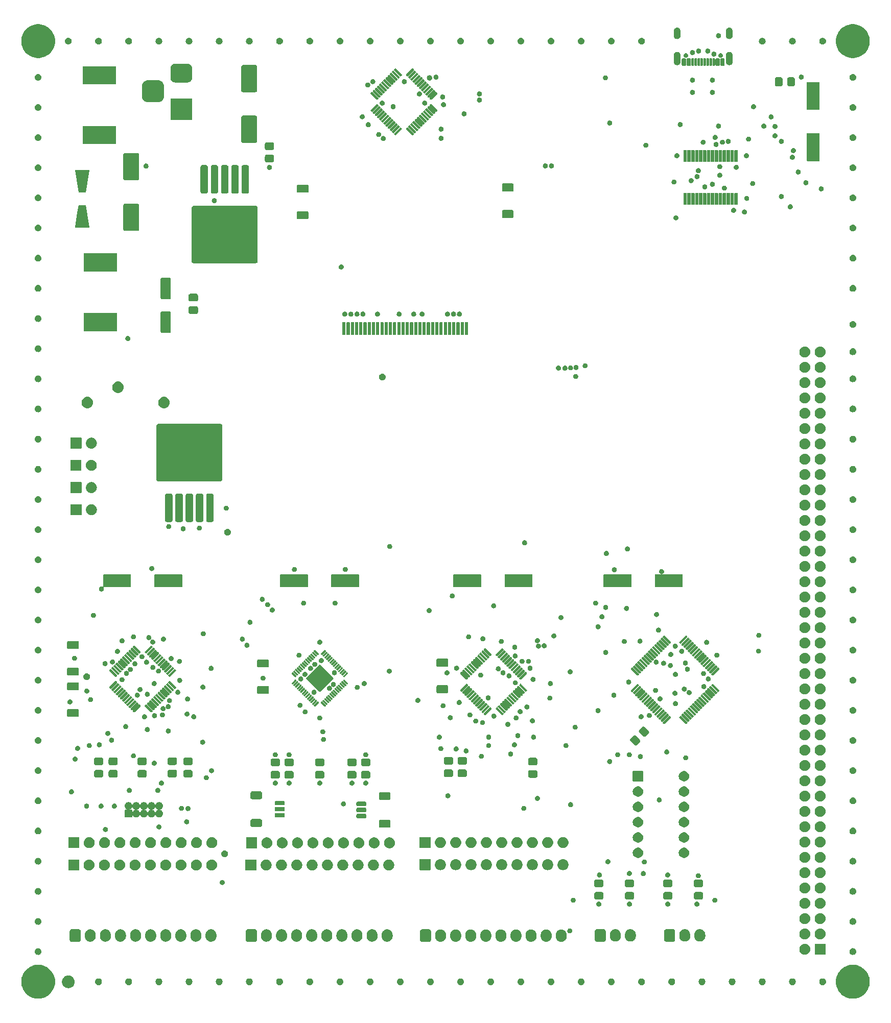
<source format=gts>
%TF.GenerationSoftware,KiCad,Pcbnew,7.0.9*%
%TF.CreationDate,2023-12-25T16:10:32+05:30*%
%TF.ProjectId,Custom_BMP,43757374-6f6d-45f4-924d-502e6b696361,rev?*%
%TF.SameCoordinates,Original*%
%TF.FileFunction,Soldermask,Top*%
%TF.FilePolarity,Negative*%
%FSLAX46Y46*%
G04 Gerber Fmt 4.6, Leading zero omitted, Abs format (unit mm)*
G04 Created by KiCad (PCBNEW 7.0.9) date 2023-12-25 16:10:32*
%MOMM*%
%LPD*%
G01*
G04 APERTURE LIST*
G04 APERTURE END LIST*
G36*
X30487951Y-176232690D02*
G01*
X30805917Y-176308049D01*
X31112984Y-176419813D01*
X31405000Y-176566469D01*
X31678016Y-176746034D01*
X31928339Y-176956080D01*
X32152585Y-177193767D01*
X32347721Y-177455880D01*
X32511108Y-177738874D01*
X32640536Y-178038923D01*
X32734256Y-178351969D01*
X32791000Y-178673779D01*
X32810000Y-179000000D01*
X32791000Y-179326221D01*
X32734256Y-179648031D01*
X32640536Y-179961077D01*
X32511108Y-180261126D01*
X32347721Y-180544120D01*
X32152585Y-180806233D01*
X31928339Y-181043920D01*
X31678016Y-181253966D01*
X31405000Y-181433531D01*
X31112984Y-181580187D01*
X30805917Y-181691951D01*
X30487951Y-181767310D01*
X30163387Y-181805246D01*
X29836613Y-181805246D01*
X29512049Y-181767310D01*
X29194083Y-181691951D01*
X28887016Y-181580187D01*
X28595000Y-181433531D01*
X28321984Y-181253966D01*
X28071661Y-181043920D01*
X27847415Y-180806233D01*
X27652279Y-180544120D01*
X27488892Y-180261126D01*
X27359464Y-179961077D01*
X27265744Y-179648031D01*
X27209000Y-179326221D01*
X27190000Y-179000000D01*
X27209000Y-178673779D01*
X27265744Y-178351969D01*
X27359464Y-178038923D01*
X27488892Y-177738874D01*
X27652279Y-177455880D01*
X27847415Y-177193767D01*
X28071661Y-176956080D01*
X28321984Y-176746034D01*
X28595000Y-176566469D01*
X28887016Y-176419813D01*
X29194083Y-176308049D01*
X29512049Y-176232690D01*
X29836613Y-176194754D01*
X30163387Y-176194754D01*
X30487951Y-176232690D01*
G37*
G36*
X165487951Y-176232690D02*
G01*
X165805917Y-176308049D01*
X166112984Y-176419813D01*
X166405000Y-176566469D01*
X166678016Y-176746034D01*
X166928339Y-176956080D01*
X167152585Y-177193767D01*
X167347721Y-177455880D01*
X167511108Y-177738874D01*
X167640536Y-178038923D01*
X167734256Y-178351969D01*
X167791000Y-178673779D01*
X167810000Y-179000000D01*
X167791000Y-179326221D01*
X167734256Y-179648031D01*
X167640536Y-179961077D01*
X167511108Y-180261126D01*
X167347721Y-180544120D01*
X167152585Y-180806233D01*
X166928339Y-181043920D01*
X166678016Y-181253966D01*
X166405000Y-181433531D01*
X166112984Y-181580187D01*
X165805917Y-181691951D01*
X165487951Y-181767310D01*
X165163387Y-181805246D01*
X164836613Y-181805246D01*
X164512049Y-181767310D01*
X164194083Y-181691951D01*
X163887016Y-181580187D01*
X163595000Y-181433531D01*
X163321984Y-181253966D01*
X163071661Y-181043920D01*
X162847415Y-180806233D01*
X162652279Y-180544120D01*
X162488892Y-180261126D01*
X162359464Y-179961077D01*
X162265744Y-179648031D01*
X162209000Y-179326221D01*
X162190000Y-179000000D01*
X162209000Y-178673779D01*
X162265744Y-178351969D01*
X162359464Y-178038923D01*
X162488892Y-177738874D01*
X162652279Y-177455880D01*
X162847415Y-177193767D01*
X163071661Y-176956080D01*
X163321984Y-176746034D01*
X163595000Y-176566469D01*
X163887016Y-176419813D01*
X164194083Y-176308049D01*
X164512049Y-176232690D01*
X164836613Y-176194754D01*
X165163387Y-176194754D01*
X165487951Y-176232690D01*
G37*
G36*
X35047638Y-177944692D02*
G01*
X35097788Y-177944692D01*
X35153637Y-177955132D01*
X35206796Y-177960368D01*
X35247182Y-177972619D01*
X35290036Y-177980630D01*
X35349388Y-178003623D01*
X35405644Y-178020688D01*
X35437785Y-178037867D01*
X35472404Y-178051279D01*
X35532552Y-178088521D01*
X35588904Y-178118642D01*
X35612582Y-178138074D01*
X35638689Y-178154239D01*
X35696540Y-178206977D01*
X35749533Y-178250467D01*
X35765234Y-178269599D01*
X35783222Y-178285997D01*
X35835442Y-178355147D01*
X35881358Y-178411096D01*
X35890236Y-178427706D01*
X35901084Y-178442071D01*
X35944237Y-178528735D01*
X35979312Y-178594356D01*
X35983053Y-178606689D01*
X35988261Y-178617148D01*
X36019024Y-178725270D01*
X36039632Y-178793204D01*
X36040308Y-178800077D01*
X36041783Y-178805258D01*
X36057095Y-178970508D01*
X36060000Y-179000000D01*
X36057095Y-179029494D01*
X36041783Y-179194741D01*
X36040309Y-179199921D01*
X36039632Y-179206796D01*
X36019019Y-179274744D01*
X35988261Y-179382851D01*
X35983054Y-179393307D01*
X35979312Y-179405644D01*
X35944230Y-179471277D01*
X35901084Y-179557928D01*
X35890238Y-179572289D01*
X35881358Y-179588904D01*
X35835432Y-179644863D01*
X35783222Y-179714002D01*
X35765238Y-179730396D01*
X35749533Y-179749533D01*
X35696529Y-179793031D01*
X35638689Y-179845760D01*
X35612587Y-179861921D01*
X35588904Y-179881358D01*
X35532541Y-179911484D01*
X35472404Y-179948720D01*
X35437792Y-179962128D01*
X35405644Y-179979312D01*
X35349376Y-179996380D01*
X35290036Y-180019369D01*
X35247189Y-180027378D01*
X35206796Y-180039632D01*
X35153634Y-180044868D01*
X35097788Y-180055308D01*
X35047638Y-180055308D01*
X35000000Y-180060000D01*
X34952362Y-180055308D01*
X34902212Y-180055308D01*
X34846365Y-180044868D01*
X34793204Y-180039632D01*
X34752811Y-180027379D01*
X34709963Y-180019369D01*
X34650618Y-179996379D01*
X34594356Y-179979312D01*
X34562210Y-179962130D01*
X34527595Y-179948720D01*
X34467451Y-179911480D01*
X34411096Y-179881358D01*
X34387415Y-179861924D01*
X34361310Y-179845760D01*
X34303460Y-179793023D01*
X34250467Y-179749533D01*
X34234764Y-179730400D01*
X34216777Y-179714002D01*
X34164554Y-179644848D01*
X34118642Y-179588904D01*
X34109764Y-179572294D01*
X34098915Y-179557928D01*
X34055755Y-179471250D01*
X34020688Y-179405644D01*
X34016947Y-179393313D01*
X34011738Y-179382851D01*
X33980963Y-179274691D01*
X33960368Y-179206796D01*
X33959691Y-179199926D01*
X33958216Y-179194741D01*
X33942888Y-179029322D01*
X33940000Y-179000000D01*
X33942887Y-178970679D01*
X33958216Y-178805258D01*
X33959691Y-178800071D01*
X33960368Y-178793204D01*
X33980959Y-178725323D01*
X34011738Y-178617148D01*
X34016948Y-178606684D01*
X34020688Y-178594356D01*
X34055747Y-178528763D01*
X34098915Y-178442071D01*
X34109765Y-178427702D01*
X34118642Y-178411096D01*
X34164545Y-178355163D01*
X34216777Y-178285997D01*
X34234768Y-178269595D01*
X34250467Y-178250467D01*
X34303449Y-178206985D01*
X34361310Y-178154239D01*
X34387420Y-178138071D01*
X34411096Y-178118642D01*
X34467439Y-178088525D01*
X34527595Y-178051279D01*
X34562217Y-178037866D01*
X34594356Y-178020688D01*
X34650606Y-178003624D01*
X34709963Y-177980630D01*
X34752818Y-177972618D01*
X34793204Y-177960368D01*
X34846362Y-177955132D01*
X34902212Y-177944692D01*
X34952362Y-177944692D01*
X35000000Y-177940000D01*
X35047638Y-177944692D01*
G37*
G36*
X40144939Y-178459082D02*
G01*
X40280000Y-178515026D01*
X40395980Y-178604020D01*
X40484974Y-178720000D01*
X40540918Y-178855061D01*
X40560000Y-179000000D01*
X40540918Y-179144939D01*
X40484974Y-179280000D01*
X40395980Y-179395980D01*
X40280000Y-179484974D01*
X40144939Y-179540918D01*
X40000000Y-179560000D01*
X39855061Y-179540918D01*
X39720000Y-179484974D01*
X39604020Y-179395980D01*
X39515026Y-179280000D01*
X39459082Y-179144939D01*
X39440000Y-179000000D01*
X39459082Y-178855061D01*
X39515026Y-178720000D01*
X39604020Y-178604020D01*
X39720000Y-178515026D01*
X39855061Y-178459082D01*
X40000000Y-178440000D01*
X40144939Y-178459082D01*
G37*
G36*
X45144939Y-178459082D02*
G01*
X45280000Y-178515026D01*
X45395980Y-178604020D01*
X45484974Y-178720000D01*
X45540918Y-178855061D01*
X45560000Y-179000000D01*
X45540918Y-179144939D01*
X45484974Y-179280000D01*
X45395980Y-179395980D01*
X45280000Y-179484974D01*
X45144939Y-179540918D01*
X45000000Y-179560000D01*
X44855061Y-179540918D01*
X44720000Y-179484974D01*
X44604020Y-179395980D01*
X44515026Y-179280000D01*
X44459082Y-179144939D01*
X44440000Y-179000000D01*
X44459082Y-178855061D01*
X44515026Y-178720000D01*
X44604020Y-178604020D01*
X44720000Y-178515026D01*
X44855061Y-178459082D01*
X45000000Y-178440000D01*
X45144939Y-178459082D01*
G37*
G36*
X50144939Y-178459082D02*
G01*
X50280000Y-178515026D01*
X50395980Y-178604020D01*
X50484974Y-178720000D01*
X50540918Y-178855061D01*
X50560000Y-179000000D01*
X50540918Y-179144939D01*
X50484974Y-179280000D01*
X50395980Y-179395980D01*
X50280000Y-179484974D01*
X50144939Y-179540918D01*
X50000000Y-179560000D01*
X49855061Y-179540918D01*
X49720000Y-179484974D01*
X49604020Y-179395980D01*
X49515026Y-179280000D01*
X49459082Y-179144939D01*
X49440000Y-179000000D01*
X49459082Y-178855061D01*
X49515026Y-178720000D01*
X49604020Y-178604020D01*
X49720000Y-178515026D01*
X49855061Y-178459082D01*
X50000000Y-178440000D01*
X50144939Y-178459082D01*
G37*
G36*
X55144939Y-178459082D02*
G01*
X55280000Y-178515026D01*
X55395980Y-178604020D01*
X55484974Y-178720000D01*
X55540918Y-178855061D01*
X55560000Y-179000000D01*
X55540918Y-179144939D01*
X55484974Y-179280000D01*
X55395980Y-179395980D01*
X55280000Y-179484974D01*
X55144939Y-179540918D01*
X55000000Y-179560000D01*
X54855061Y-179540918D01*
X54720000Y-179484974D01*
X54604020Y-179395980D01*
X54515026Y-179280000D01*
X54459082Y-179144939D01*
X54440000Y-179000000D01*
X54459082Y-178855061D01*
X54515026Y-178720000D01*
X54604020Y-178604020D01*
X54720000Y-178515026D01*
X54855061Y-178459082D01*
X55000000Y-178440000D01*
X55144939Y-178459082D01*
G37*
G36*
X60144939Y-178459082D02*
G01*
X60280000Y-178515026D01*
X60395980Y-178604020D01*
X60484974Y-178720000D01*
X60540918Y-178855061D01*
X60560000Y-179000000D01*
X60540918Y-179144939D01*
X60484974Y-179280000D01*
X60395980Y-179395980D01*
X60280000Y-179484974D01*
X60144939Y-179540918D01*
X60000000Y-179560000D01*
X59855061Y-179540918D01*
X59720000Y-179484974D01*
X59604020Y-179395980D01*
X59515026Y-179280000D01*
X59459082Y-179144939D01*
X59440000Y-179000000D01*
X59459082Y-178855061D01*
X59515026Y-178720000D01*
X59604020Y-178604020D01*
X59720000Y-178515026D01*
X59855061Y-178459082D01*
X60000000Y-178440000D01*
X60144939Y-178459082D01*
G37*
G36*
X65144939Y-178459082D02*
G01*
X65280000Y-178515026D01*
X65395980Y-178604020D01*
X65484974Y-178720000D01*
X65540918Y-178855061D01*
X65560000Y-179000000D01*
X65540918Y-179144939D01*
X65484974Y-179280000D01*
X65395980Y-179395980D01*
X65280000Y-179484974D01*
X65144939Y-179540918D01*
X65000000Y-179560000D01*
X64855061Y-179540918D01*
X64720000Y-179484974D01*
X64604020Y-179395980D01*
X64515026Y-179280000D01*
X64459082Y-179144939D01*
X64440000Y-179000000D01*
X64459082Y-178855061D01*
X64515026Y-178720000D01*
X64604020Y-178604020D01*
X64720000Y-178515026D01*
X64855061Y-178459082D01*
X65000000Y-178440000D01*
X65144939Y-178459082D01*
G37*
G36*
X70144939Y-178459082D02*
G01*
X70280000Y-178515026D01*
X70395980Y-178604020D01*
X70484974Y-178720000D01*
X70540918Y-178855061D01*
X70560000Y-179000000D01*
X70540918Y-179144939D01*
X70484974Y-179280000D01*
X70395980Y-179395980D01*
X70280000Y-179484974D01*
X70144939Y-179540918D01*
X70000000Y-179560000D01*
X69855061Y-179540918D01*
X69720000Y-179484974D01*
X69604020Y-179395980D01*
X69515026Y-179280000D01*
X69459082Y-179144939D01*
X69440000Y-179000000D01*
X69459082Y-178855061D01*
X69515026Y-178720000D01*
X69604020Y-178604020D01*
X69720000Y-178515026D01*
X69855061Y-178459082D01*
X70000000Y-178440000D01*
X70144939Y-178459082D01*
G37*
G36*
X75144939Y-178459082D02*
G01*
X75280000Y-178515026D01*
X75395980Y-178604020D01*
X75484974Y-178720000D01*
X75540918Y-178855061D01*
X75560000Y-179000000D01*
X75540918Y-179144939D01*
X75484974Y-179280000D01*
X75395980Y-179395980D01*
X75280000Y-179484974D01*
X75144939Y-179540918D01*
X75000000Y-179560000D01*
X74855061Y-179540918D01*
X74720000Y-179484974D01*
X74604020Y-179395980D01*
X74515026Y-179280000D01*
X74459082Y-179144939D01*
X74440000Y-179000000D01*
X74459082Y-178855061D01*
X74515026Y-178720000D01*
X74604020Y-178604020D01*
X74720000Y-178515026D01*
X74855061Y-178459082D01*
X75000000Y-178440000D01*
X75144939Y-178459082D01*
G37*
G36*
X80144939Y-178459082D02*
G01*
X80280000Y-178515026D01*
X80395980Y-178604020D01*
X80484974Y-178720000D01*
X80540918Y-178855061D01*
X80560000Y-179000000D01*
X80540918Y-179144939D01*
X80484974Y-179280000D01*
X80395980Y-179395980D01*
X80280000Y-179484974D01*
X80144939Y-179540918D01*
X80000000Y-179560000D01*
X79855061Y-179540918D01*
X79720000Y-179484974D01*
X79604020Y-179395980D01*
X79515026Y-179280000D01*
X79459082Y-179144939D01*
X79440000Y-179000000D01*
X79459082Y-178855061D01*
X79515026Y-178720000D01*
X79604020Y-178604020D01*
X79720000Y-178515026D01*
X79855061Y-178459082D01*
X80000000Y-178440000D01*
X80144939Y-178459082D01*
G37*
G36*
X85144939Y-178459082D02*
G01*
X85280000Y-178515026D01*
X85395980Y-178604020D01*
X85484974Y-178720000D01*
X85540918Y-178855061D01*
X85560000Y-179000000D01*
X85540918Y-179144939D01*
X85484974Y-179280000D01*
X85395980Y-179395980D01*
X85280000Y-179484974D01*
X85144939Y-179540918D01*
X85000000Y-179560000D01*
X84855061Y-179540918D01*
X84720000Y-179484974D01*
X84604020Y-179395980D01*
X84515026Y-179280000D01*
X84459082Y-179144939D01*
X84440000Y-179000000D01*
X84459082Y-178855061D01*
X84515026Y-178720000D01*
X84604020Y-178604020D01*
X84720000Y-178515026D01*
X84855061Y-178459082D01*
X85000000Y-178440000D01*
X85144939Y-178459082D01*
G37*
G36*
X90144939Y-178459082D02*
G01*
X90280000Y-178515026D01*
X90395980Y-178604020D01*
X90484974Y-178720000D01*
X90540918Y-178855061D01*
X90560000Y-179000000D01*
X90540918Y-179144939D01*
X90484974Y-179280000D01*
X90395980Y-179395980D01*
X90280000Y-179484974D01*
X90144939Y-179540918D01*
X90000000Y-179560000D01*
X89855061Y-179540918D01*
X89720000Y-179484974D01*
X89604020Y-179395980D01*
X89515026Y-179280000D01*
X89459082Y-179144939D01*
X89440000Y-179000000D01*
X89459082Y-178855061D01*
X89515026Y-178720000D01*
X89604020Y-178604020D01*
X89720000Y-178515026D01*
X89855061Y-178459082D01*
X90000000Y-178440000D01*
X90144939Y-178459082D01*
G37*
G36*
X95144939Y-178459082D02*
G01*
X95280000Y-178515026D01*
X95395980Y-178604020D01*
X95484974Y-178720000D01*
X95540918Y-178855061D01*
X95560000Y-179000000D01*
X95540918Y-179144939D01*
X95484974Y-179280000D01*
X95395980Y-179395980D01*
X95280000Y-179484974D01*
X95144939Y-179540918D01*
X95000000Y-179560000D01*
X94855061Y-179540918D01*
X94720000Y-179484974D01*
X94604020Y-179395980D01*
X94515026Y-179280000D01*
X94459082Y-179144939D01*
X94440000Y-179000000D01*
X94459082Y-178855061D01*
X94515026Y-178720000D01*
X94604020Y-178604020D01*
X94720000Y-178515026D01*
X94855061Y-178459082D01*
X95000000Y-178440000D01*
X95144939Y-178459082D01*
G37*
G36*
X100144939Y-178459082D02*
G01*
X100280000Y-178515026D01*
X100395980Y-178604020D01*
X100484974Y-178720000D01*
X100540918Y-178855061D01*
X100560000Y-179000000D01*
X100540918Y-179144939D01*
X100484974Y-179280000D01*
X100395980Y-179395980D01*
X100280000Y-179484974D01*
X100144939Y-179540918D01*
X100000000Y-179560000D01*
X99855061Y-179540918D01*
X99720000Y-179484974D01*
X99604020Y-179395980D01*
X99515026Y-179280000D01*
X99459082Y-179144939D01*
X99440000Y-179000000D01*
X99459082Y-178855061D01*
X99515026Y-178720000D01*
X99604020Y-178604020D01*
X99720000Y-178515026D01*
X99855061Y-178459082D01*
X100000000Y-178440000D01*
X100144939Y-178459082D01*
G37*
G36*
X105144939Y-178459082D02*
G01*
X105280000Y-178515026D01*
X105395980Y-178604020D01*
X105484974Y-178720000D01*
X105540918Y-178855061D01*
X105560000Y-179000000D01*
X105540918Y-179144939D01*
X105484974Y-179280000D01*
X105395980Y-179395980D01*
X105280000Y-179484974D01*
X105144939Y-179540918D01*
X105000000Y-179560000D01*
X104855061Y-179540918D01*
X104720000Y-179484974D01*
X104604020Y-179395980D01*
X104515026Y-179280000D01*
X104459082Y-179144939D01*
X104440000Y-179000000D01*
X104459082Y-178855061D01*
X104515026Y-178720000D01*
X104604020Y-178604020D01*
X104720000Y-178515026D01*
X104855061Y-178459082D01*
X105000000Y-178440000D01*
X105144939Y-178459082D01*
G37*
G36*
X110144939Y-178459082D02*
G01*
X110280000Y-178515026D01*
X110395980Y-178604020D01*
X110484974Y-178720000D01*
X110540918Y-178855061D01*
X110560000Y-179000000D01*
X110540918Y-179144939D01*
X110484974Y-179280000D01*
X110395980Y-179395980D01*
X110280000Y-179484974D01*
X110144939Y-179540918D01*
X110000000Y-179560000D01*
X109855061Y-179540918D01*
X109720000Y-179484974D01*
X109604020Y-179395980D01*
X109515026Y-179280000D01*
X109459082Y-179144939D01*
X109440000Y-179000000D01*
X109459082Y-178855061D01*
X109515026Y-178720000D01*
X109604020Y-178604020D01*
X109720000Y-178515026D01*
X109855061Y-178459082D01*
X110000000Y-178440000D01*
X110144939Y-178459082D01*
G37*
G36*
X115144939Y-178459082D02*
G01*
X115280000Y-178515026D01*
X115395980Y-178604020D01*
X115484974Y-178720000D01*
X115540918Y-178855061D01*
X115560000Y-179000000D01*
X115540918Y-179144939D01*
X115484974Y-179280000D01*
X115395980Y-179395980D01*
X115280000Y-179484974D01*
X115144939Y-179540918D01*
X115000000Y-179560000D01*
X114855061Y-179540918D01*
X114720000Y-179484974D01*
X114604020Y-179395980D01*
X114515026Y-179280000D01*
X114459082Y-179144939D01*
X114440000Y-179000000D01*
X114459082Y-178855061D01*
X114515026Y-178720000D01*
X114604020Y-178604020D01*
X114720000Y-178515026D01*
X114855061Y-178459082D01*
X115000000Y-178440000D01*
X115144939Y-178459082D01*
G37*
G36*
X120144939Y-178459082D02*
G01*
X120280000Y-178515026D01*
X120395980Y-178604020D01*
X120484974Y-178720000D01*
X120540918Y-178855061D01*
X120560000Y-179000000D01*
X120540918Y-179144939D01*
X120484974Y-179280000D01*
X120395980Y-179395980D01*
X120280000Y-179484974D01*
X120144939Y-179540918D01*
X120000000Y-179560000D01*
X119855061Y-179540918D01*
X119720000Y-179484974D01*
X119604020Y-179395980D01*
X119515026Y-179280000D01*
X119459082Y-179144939D01*
X119440000Y-179000000D01*
X119459082Y-178855061D01*
X119515026Y-178720000D01*
X119604020Y-178604020D01*
X119720000Y-178515026D01*
X119855061Y-178459082D01*
X120000000Y-178440000D01*
X120144939Y-178459082D01*
G37*
G36*
X125144939Y-178459082D02*
G01*
X125280000Y-178515026D01*
X125395980Y-178604020D01*
X125484974Y-178720000D01*
X125540918Y-178855061D01*
X125560000Y-179000000D01*
X125540918Y-179144939D01*
X125484974Y-179280000D01*
X125395980Y-179395980D01*
X125280000Y-179484974D01*
X125144939Y-179540918D01*
X125000000Y-179560000D01*
X124855061Y-179540918D01*
X124720000Y-179484974D01*
X124604020Y-179395980D01*
X124515026Y-179280000D01*
X124459082Y-179144939D01*
X124440000Y-179000000D01*
X124459082Y-178855061D01*
X124515026Y-178720000D01*
X124604020Y-178604020D01*
X124720000Y-178515026D01*
X124855061Y-178459082D01*
X125000000Y-178440000D01*
X125144939Y-178459082D01*
G37*
G36*
X130144939Y-178459082D02*
G01*
X130280000Y-178515026D01*
X130395980Y-178604020D01*
X130484974Y-178720000D01*
X130540918Y-178855061D01*
X130560000Y-179000000D01*
X130540918Y-179144939D01*
X130484974Y-179280000D01*
X130395980Y-179395980D01*
X130280000Y-179484974D01*
X130144939Y-179540918D01*
X130000000Y-179560000D01*
X129855061Y-179540918D01*
X129720000Y-179484974D01*
X129604020Y-179395980D01*
X129515026Y-179280000D01*
X129459082Y-179144939D01*
X129440000Y-179000000D01*
X129459082Y-178855061D01*
X129515026Y-178720000D01*
X129604020Y-178604020D01*
X129720000Y-178515026D01*
X129855061Y-178459082D01*
X130000000Y-178440000D01*
X130144939Y-178459082D01*
G37*
G36*
X135144939Y-178459082D02*
G01*
X135280000Y-178515026D01*
X135395980Y-178604020D01*
X135484974Y-178720000D01*
X135540918Y-178855061D01*
X135560000Y-179000000D01*
X135540918Y-179144939D01*
X135484974Y-179280000D01*
X135395980Y-179395980D01*
X135280000Y-179484974D01*
X135144939Y-179540918D01*
X135000000Y-179560000D01*
X134855061Y-179540918D01*
X134720000Y-179484974D01*
X134604020Y-179395980D01*
X134515026Y-179280000D01*
X134459082Y-179144939D01*
X134440000Y-179000000D01*
X134459082Y-178855061D01*
X134515026Y-178720000D01*
X134604020Y-178604020D01*
X134720000Y-178515026D01*
X134855061Y-178459082D01*
X135000000Y-178440000D01*
X135144939Y-178459082D01*
G37*
G36*
X140144939Y-178459082D02*
G01*
X140280000Y-178515026D01*
X140395980Y-178604020D01*
X140484974Y-178720000D01*
X140540918Y-178855061D01*
X140560000Y-179000000D01*
X140540918Y-179144939D01*
X140484974Y-179280000D01*
X140395980Y-179395980D01*
X140280000Y-179484974D01*
X140144939Y-179540918D01*
X140000000Y-179560000D01*
X139855061Y-179540918D01*
X139720000Y-179484974D01*
X139604020Y-179395980D01*
X139515026Y-179280000D01*
X139459082Y-179144939D01*
X139440000Y-179000000D01*
X139459082Y-178855061D01*
X139515026Y-178720000D01*
X139604020Y-178604020D01*
X139720000Y-178515026D01*
X139855061Y-178459082D01*
X140000000Y-178440000D01*
X140144939Y-178459082D01*
G37*
G36*
X145144939Y-178459082D02*
G01*
X145280000Y-178515026D01*
X145395980Y-178604020D01*
X145484974Y-178720000D01*
X145540918Y-178855061D01*
X145560000Y-179000000D01*
X145540918Y-179144939D01*
X145484974Y-179280000D01*
X145395980Y-179395980D01*
X145280000Y-179484974D01*
X145144939Y-179540918D01*
X145000000Y-179560000D01*
X144855061Y-179540918D01*
X144720000Y-179484974D01*
X144604020Y-179395980D01*
X144515026Y-179280000D01*
X144459082Y-179144939D01*
X144440000Y-179000000D01*
X144459082Y-178855061D01*
X144515026Y-178720000D01*
X144604020Y-178604020D01*
X144720000Y-178515026D01*
X144855061Y-178459082D01*
X145000000Y-178440000D01*
X145144939Y-178459082D01*
G37*
G36*
X150144939Y-178459082D02*
G01*
X150280000Y-178515026D01*
X150395980Y-178604020D01*
X150484974Y-178720000D01*
X150540918Y-178855061D01*
X150560000Y-179000000D01*
X150540918Y-179144939D01*
X150484974Y-179280000D01*
X150395980Y-179395980D01*
X150280000Y-179484974D01*
X150144939Y-179540918D01*
X150000000Y-179560000D01*
X149855061Y-179540918D01*
X149720000Y-179484974D01*
X149604020Y-179395980D01*
X149515026Y-179280000D01*
X149459082Y-179144939D01*
X149440000Y-179000000D01*
X149459082Y-178855061D01*
X149515026Y-178720000D01*
X149604020Y-178604020D01*
X149720000Y-178515026D01*
X149855061Y-178459082D01*
X150000000Y-178440000D01*
X150144939Y-178459082D01*
G37*
G36*
X155144939Y-178459082D02*
G01*
X155280000Y-178515026D01*
X155395980Y-178604020D01*
X155484974Y-178720000D01*
X155540918Y-178855061D01*
X155560000Y-179000000D01*
X155540918Y-179144939D01*
X155484974Y-179280000D01*
X155395980Y-179395980D01*
X155280000Y-179484974D01*
X155144939Y-179540918D01*
X155000000Y-179560000D01*
X154855061Y-179540918D01*
X154720000Y-179484974D01*
X154604020Y-179395980D01*
X154515026Y-179280000D01*
X154459082Y-179144939D01*
X154440000Y-179000000D01*
X154459082Y-178855061D01*
X154515026Y-178720000D01*
X154604020Y-178604020D01*
X154720000Y-178515026D01*
X154855061Y-178459082D01*
X155000000Y-178440000D01*
X155144939Y-178459082D01*
G37*
G36*
X160144939Y-178459082D02*
G01*
X160280000Y-178515026D01*
X160395980Y-178604020D01*
X160484974Y-178720000D01*
X160540918Y-178855061D01*
X160560000Y-179000000D01*
X160540918Y-179144939D01*
X160484974Y-179280000D01*
X160395980Y-179395980D01*
X160280000Y-179484974D01*
X160144939Y-179540918D01*
X160000000Y-179560000D01*
X159855061Y-179540918D01*
X159720000Y-179484974D01*
X159604020Y-179395980D01*
X159515026Y-179280000D01*
X159459082Y-179144939D01*
X159440000Y-179000000D01*
X159459082Y-178855061D01*
X159515026Y-178720000D01*
X159604020Y-178604020D01*
X159720000Y-178515026D01*
X159855061Y-178459082D01*
X160000000Y-178440000D01*
X160144939Y-178459082D01*
G37*
G36*
X30144939Y-173459082D02*
G01*
X30280000Y-173515026D01*
X30395980Y-173604020D01*
X30484974Y-173720000D01*
X30540918Y-173855061D01*
X30560000Y-174000000D01*
X30540918Y-174144939D01*
X30484974Y-174280000D01*
X30395980Y-174395980D01*
X30280000Y-174484974D01*
X30144939Y-174540918D01*
X30000000Y-174560000D01*
X29855061Y-174540918D01*
X29720000Y-174484974D01*
X29604020Y-174395980D01*
X29515026Y-174280000D01*
X29459082Y-174144939D01*
X29440000Y-174000000D01*
X29459082Y-173855061D01*
X29515026Y-173720000D01*
X29604020Y-173604020D01*
X29720000Y-173515026D01*
X29855061Y-173459082D01*
X30000000Y-173440000D01*
X30144939Y-173459082D01*
G37*
G36*
X165144939Y-173459082D02*
G01*
X165280000Y-173515026D01*
X165395980Y-173604020D01*
X165484974Y-173720000D01*
X165540918Y-173855061D01*
X165560000Y-174000000D01*
X165540918Y-174144939D01*
X165484974Y-174280000D01*
X165395980Y-174395980D01*
X165280000Y-174484974D01*
X165144939Y-174540918D01*
X165000000Y-174560000D01*
X164855061Y-174540918D01*
X164720000Y-174484974D01*
X164604020Y-174395980D01*
X164515026Y-174280000D01*
X164459082Y-174144939D01*
X164440000Y-174000000D01*
X164459082Y-173855061D01*
X164515026Y-173720000D01*
X164604020Y-173604020D01*
X164720000Y-173515026D01*
X164855061Y-173459082D01*
X165000000Y-173440000D01*
X165144939Y-173459082D01*
G37*
G36*
X160462461Y-172704667D02*
G01*
X160481926Y-172717674D01*
X160494933Y-172737139D01*
X160499500Y-172760100D01*
X160499500Y-174460100D01*
X160494933Y-174483061D01*
X160481926Y-174502526D01*
X160462461Y-174515533D01*
X160439500Y-174520100D01*
X158739500Y-174520100D01*
X158716539Y-174515533D01*
X158697074Y-174502526D01*
X158684067Y-174483061D01*
X158679500Y-174460100D01*
X158679500Y-172760100D01*
X158684067Y-172737139D01*
X158697074Y-172717674D01*
X158716539Y-172704667D01*
X158739500Y-172700100D01*
X160439500Y-172700100D01*
X160462461Y-172704667D01*
G37*
G36*
X157098155Y-172705085D02*
G01*
X157144621Y-172705085D01*
X157184740Y-172713612D01*
X157226991Y-172717774D01*
X157280077Y-172733877D01*
X157330705Y-172744639D01*
X157363100Y-172759062D01*
X157397667Y-172769548D01*
X157452591Y-172798906D01*
X157504500Y-172822017D01*
X157528636Y-172839553D01*
X157554961Y-172853624D01*
X157608662Y-172897694D01*
X157658409Y-172933838D01*
X157674559Y-172951774D01*
X157692830Y-172966769D01*
X157741926Y-173026594D01*
X157785705Y-173075215D01*
X157794903Y-173091146D01*
X157805975Y-173104638D01*
X157846939Y-173181276D01*
X157880826Y-173239970D01*
X157884723Y-173251964D01*
X157890051Y-173261932D01*
X157919424Y-173358762D01*
X157939614Y-173420900D01*
X157940324Y-173427662D01*
X157941825Y-173432608D01*
X157956418Y-173580780D01*
X157959500Y-173610100D01*
X157956418Y-173639421D01*
X157941825Y-173787591D01*
X157940324Y-173792536D01*
X157939614Y-173799300D01*
X157919419Y-173861451D01*
X157890051Y-173958267D01*
X157884724Y-173968232D01*
X157880826Y-173980230D01*
X157846932Y-174038935D01*
X157805975Y-174115561D01*
X157794905Y-174129049D01*
X157785705Y-174144985D01*
X157741917Y-174193616D01*
X157692830Y-174253430D01*
X157674562Y-174268421D01*
X157658409Y-174286362D01*
X157608651Y-174322512D01*
X157554961Y-174366575D01*
X157528641Y-174380642D01*
X157504500Y-174398183D01*
X157452580Y-174421298D01*
X157397667Y-174450651D01*
X157363107Y-174461134D01*
X157330705Y-174475561D01*
X157280066Y-174486324D01*
X157226991Y-174502425D01*
X157184749Y-174506585D01*
X157144621Y-174515115D01*
X157098145Y-174515115D01*
X157049500Y-174519906D01*
X157000855Y-174515115D01*
X156954379Y-174515115D01*
X156914251Y-174506585D01*
X156872008Y-174502425D01*
X156818930Y-174486323D01*
X156768295Y-174475561D01*
X156735894Y-174461135D01*
X156701332Y-174450651D01*
X156646413Y-174421296D01*
X156594500Y-174398183D01*
X156570360Y-174380644D01*
X156544038Y-174366575D01*
X156490339Y-174322506D01*
X156440591Y-174286362D01*
X156424440Y-174268424D01*
X156406169Y-174253430D01*
X156357071Y-174193603D01*
X156313295Y-174144985D01*
X156304097Y-174129053D01*
X156293024Y-174115561D01*
X156252054Y-174038912D01*
X156218174Y-173980230D01*
X156214277Y-173968237D01*
X156208948Y-173958267D01*
X156179565Y-173861404D01*
X156159386Y-173799300D01*
X156158675Y-173792541D01*
X156157174Y-173787591D01*
X156142566Y-173639270D01*
X156139500Y-173610100D01*
X156142565Y-173580931D01*
X156157174Y-173432608D01*
X156158675Y-173427657D01*
X156159386Y-173420900D01*
X156179560Y-173358809D01*
X156208948Y-173261932D01*
X156214278Y-173251959D01*
X156218174Y-173239970D01*
X156252046Y-173181300D01*
X156293024Y-173104638D01*
X156304099Y-173091142D01*
X156313295Y-173075215D01*
X156357062Y-173026606D01*
X156406169Y-172966769D01*
X156424443Y-172951771D01*
X156440591Y-172933838D01*
X156490329Y-172897701D01*
X156544038Y-172853624D01*
X156570366Y-172839551D01*
X156594500Y-172822017D01*
X156646402Y-172798908D01*
X156701332Y-172769548D01*
X156735901Y-172759061D01*
X156768295Y-172744639D01*
X156818919Y-172733878D01*
X156872008Y-172717774D01*
X156914260Y-172713612D01*
X156954379Y-172705085D01*
X157000845Y-172705085D01*
X157049500Y-172700293D01*
X157098155Y-172705085D01*
G37*
G36*
X94855475Y-170314483D02*
G01*
X94864020Y-170318256D01*
X94872413Y-170319479D01*
X94924874Y-170345126D01*
X94959692Y-170360500D01*
X94962916Y-170363724D01*
X94964311Y-170364406D01*
X95036342Y-170436437D01*
X95037023Y-170437831D01*
X95040249Y-170441057D01*
X95055629Y-170475889D01*
X95081269Y-170528336D01*
X95082491Y-170536724D01*
X95086266Y-170545274D01*
X95094500Y-170616249D01*
X95094500Y-172066249D01*
X95086266Y-172137224D01*
X95082491Y-172145773D01*
X95081269Y-172154162D01*
X95055631Y-172206602D01*
X95040249Y-172241441D01*
X95037023Y-172244666D01*
X95036342Y-172246060D01*
X94964311Y-172318091D01*
X94962917Y-172318772D01*
X94959692Y-172321998D01*
X94924849Y-172337382D01*
X94872412Y-172363018D01*
X94864024Y-172364239D01*
X94855475Y-172368015D01*
X94784500Y-172376249D01*
X93584500Y-172376249D01*
X93513525Y-172368015D01*
X93504976Y-172364240D01*
X93496586Y-172363018D01*
X93444136Y-172337376D01*
X93409308Y-172321998D01*
X93406082Y-172318772D01*
X93404688Y-172318091D01*
X93332657Y-172246060D01*
X93331975Y-172244665D01*
X93328751Y-172241441D01*
X93313375Y-172206619D01*
X93287730Y-172154161D01*
X93286507Y-172145770D01*
X93282734Y-172137224D01*
X93274500Y-172066249D01*
X93274500Y-170616249D01*
X93282734Y-170545274D01*
X93286507Y-170536728D01*
X93287730Y-170528335D01*
X93313382Y-170475863D01*
X93328751Y-170441057D01*
X93331974Y-170437833D01*
X93332657Y-170436437D01*
X93404688Y-170364406D01*
X93406084Y-170363723D01*
X93409308Y-170360500D01*
X93444119Y-170345129D01*
X93496587Y-170319479D01*
X93504979Y-170318256D01*
X93513525Y-170314483D01*
X93584500Y-170306249D01*
X94784500Y-170306249D01*
X94855475Y-170314483D01*
G37*
G36*
X96709620Y-170311234D02*
G01*
X96779621Y-170311234D01*
X96801556Y-170315896D01*
X96822269Y-170316947D01*
X96894594Y-170335672D01*
X96965705Y-170350788D01*
X96983395Y-170358664D01*
X97000478Y-170363087D01*
X97070731Y-170397548D01*
X97139500Y-170428166D01*
X97152700Y-170437756D01*
X97165746Y-170444156D01*
X97230531Y-170494303D01*
X97293409Y-170539987D01*
X97302287Y-170549847D01*
X97311317Y-170556837D01*
X97367339Y-170622095D01*
X97420705Y-170681364D01*
X97425808Y-170690203D01*
X97431224Y-170696512D01*
X97475366Y-170776040D01*
X97515826Y-170846119D01*
X97518032Y-170852909D01*
X97520561Y-170857465D01*
X97550002Y-170951302D01*
X97574614Y-171027049D01*
X97575040Y-171031105D01*
X97575669Y-171033109D01*
X97588134Y-171155688D01*
X97594500Y-171216249D01*
X97594500Y-171466249D01*
X97594399Y-171467200D01*
X97589831Y-171557294D01*
X97579800Y-171606099D01*
X97574614Y-171655449D01*
X97561131Y-171696943D01*
X97552569Y-171738608D01*
X97532082Y-171786346D01*
X97515826Y-171836379D01*
X97495514Y-171871559D01*
X97479975Y-171907771D01*
X97448496Y-171952997D01*
X97420705Y-172001134D01*
X97395538Y-172029084D01*
X97374812Y-172058863D01*
X97332575Y-172099012D01*
X97293409Y-172142511D01*
X97265431Y-172162838D01*
X97241390Y-172185691D01*
X97189218Y-172218209D01*
X97139500Y-172254332D01*
X97110676Y-172267165D01*
X97085167Y-172283065D01*
X97024489Y-172305537D01*
X96965705Y-172331710D01*
X96937816Y-172337637D01*
X96912544Y-172346998D01*
X96845364Y-172357289D01*
X96779621Y-172371264D01*
X96754145Y-172371264D01*
X96730580Y-172374874D01*
X96659398Y-172371264D01*
X96589379Y-172371264D01*
X96567437Y-172366600D01*
X96546730Y-172365550D01*
X96474421Y-172346828D01*
X96403295Y-172331710D01*
X96385600Y-172323832D01*
X96368521Y-172319410D01*
X96298279Y-172284954D01*
X96229500Y-172254332D01*
X96216296Y-172244739D01*
X96203253Y-172238341D01*
X96138473Y-172188197D01*
X96075591Y-172142511D01*
X96066711Y-172132649D01*
X96057682Y-172125660D01*
X96001657Y-172060399D01*
X95948295Y-172001134D01*
X95943191Y-171992294D01*
X95937775Y-171985985D01*
X95893621Y-171906437D01*
X95853174Y-171836379D01*
X95850968Y-171829590D01*
X95848438Y-171825032D01*
X95818977Y-171731134D01*
X95794386Y-171655449D01*
X95793960Y-171651396D01*
X95793330Y-171649388D01*
X95780857Y-171526740D01*
X95774500Y-171466249D01*
X95774500Y-171216249D01*
X95774599Y-171215298D01*
X95779168Y-171125203D01*
X95789200Y-171076386D01*
X95794386Y-171027049D01*
X95807865Y-170985564D01*
X95816430Y-170943889D01*
X95836921Y-170896137D01*
X95853174Y-170846119D01*
X95873479Y-170810948D01*
X95889024Y-170774726D01*
X95920511Y-170729486D01*
X95948295Y-170681364D01*
X95973453Y-170653422D01*
X95994187Y-170623634D01*
X96036436Y-170583472D01*
X96075591Y-170539987D01*
X96103560Y-170519666D01*
X96127609Y-170496806D01*
X96179797Y-170464276D01*
X96229500Y-170428166D01*
X96258314Y-170415336D01*
X96283832Y-170399432D01*
X96344528Y-170376952D01*
X96403295Y-170350788D01*
X96431174Y-170344861D01*
X96456455Y-170335499D01*
X96523655Y-170325204D01*
X96589379Y-170311234D01*
X96614848Y-170311234D01*
X96638419Y-170307623D01*
X96709620Y-170311234D01*
G37*
G36*
X99209620Y-170311234D02*
G01*
X99279621Y-170311234D01*
X99301556Y-170315896D01*
X99322269Y-170316947D01*
X99394594Y-170335672D01*
X99465705Y-170350788D01*
X99483395Y-170358664D01*
X99500478Y-170363087D01*
X99570731Y-170397548D01*
X99639500Y-170428166D01*
X99652700Y-170437756D01*
X99665746Y-170444156D01*
X99730531Y-170494303D01*
X99793409Y-170539987D01*
X99802287Y-170549847D01*
X99811317Y-170556837D01*
X99867339Y-170622095D01*
X99920705Y-170681364D01*
X99925808Y-170690203D01*
X99931224Y-170696512D01*
X99975366Y-170776040D01*
X100015826Y-170846119D01*
X100018032Y-170852909D01*
X100020561Y-170857465D01*
X100050002Y-170951302D01*
X100074614Y-171027049D01*
X100075040Y-171031105D01*
X100075669Y-171033109D01*
X100088134Y-171155688D01*
X100094500Y-171216249D01*
X100094500Y-171466249D01*
X100094399Y-171467200D01*
X100089831Y-171557294D01*
X100079800Y-171606099D01*
X100074614Y-171655449D01*
X100061131Y-171696943D01*
X100052569Y-171738608D01*
X100032082Y-171786346D01*
X100015826Y-171836379D01*
X99995514Y-171871559D01*
X99979975Y-171907771D01*
X99948496Y-171952997D01*
X99920705Y-172001134D01*
X99895538Y-172029084D01*
X99874812Y-172058863D01*
X99832575Y-172099012D01*
X99793409Y-172142511D01*
X99765431Y-172162838D01*
X99741390Y-172185691D01*
X99689218Y-172218209D01*
X99639500Y-172254332D01*
X99610676Y-172267165D01*
X99585167Y-172283065D01*
X99524489Y-172305537D01*
X99465705Y-172331710D01*
X99437816Y-172337637D01*
X99412544Y-172346998D01*
X99345364Y-172357289D01*
X99279621Y-172371264D01*
X99254145Y-172371264D01*
X99230580Y-172374874D01*
X99159398Y-172371264D01*
X99089379Y-172371264D01*
X99067437Y-172366600D01*
X99046730Y-172365550D01*
X98974421Y-172346828D01*
X98903295Y-172331710D01*
X98885600Y-172323832D01*
X98868521Y-172319410D01*
X98798279Y-172284954D01*
X98729500Y-172254332D01*
X98716296Y-172244739D01*
X98703253Y-172238341D01*
X98638473Y-172188197D01*
X98575591Y-172142511D01*
X98566711Y-172132649D01*
X98557682Y-172125660D01*
X98501657Y-172060399D01*
X98448295Y-172001134D01*
X98443191Y-171992294D01*
X98437775Y-171985985D01*
X98393621Y-171906437D01*
X98353174Y-171836379D01*
X98350968Y-171829590D01*
X98348438Y-171825032D01*
X98318977Y-171731134D01*
X98294386Y-171655449D01*
X98293960Y-171651396D01*
X98293330Y-171649388D01*
X98280857Y-171526740D01*
X98274500Y-171466249D01*
X98274500Y-171216249D01*
X98274599Y-171215298D01*
X98279168Y-171125203D01*
X98289200Y-171076386D01*
X98294386Y-171027049D01*
X98307865Y-170985564D01*
X98316430Y-170943889D01*
X98336921Y-170896137D01*
X98353174Y-170846119D01*
X98373479Y-170810948D01*
X98389024Y-170774726D01*
X98420511Y-170729486D01*
X98448295Y-170681364D01*
X98473453Y-170653422D01*
X98494187Y-170623634D01*
X98536436Y-170583472D01*
X98575591Y-170539987D01*
X98603560Y-170519666D01*
X98627609Y-170496806D01*
X98679797Y-170464276D01*
X98729500Y-170428166D01*
X98758314Y-170415336D01*
X98783832Y-170399432D01*
X98844528Y-170376952D01*
X98903295Y-170350788D01*
X98931174Y-170344861D01*
X98956455Y-170335499D01*
X99023655Y-170325204D01*
X99089379Y-170311234D01*
X99114848Y-170311234D01*
X99138419Y-170307623D01*
X99209620Y-170311234D01*
G37*
G36*
X101709620Y-170311234D02*
G01*
X101779621Y-170311234D01*
X101801556Y-170315896D01*
X101822269Y-170316947D01*
X101894594Y-170335672D01*
X101965705Y-170350788D01*
X101983395Y-170358664D01*
X102000478Y-170363087D01*
X102070731Y-170397548D01*
X102139500Y-170428166D01*
X102152700Y-170437756D01*
X102165746Y-170444156D01*
X102230531Y-170494303D01*
X102293409Y-170539987D01*
X102302287Y-170549847D01*
X102311317Y-170556837D01*
X102367339Y-170622095D01*
X102420705Y-170681364D01*
X102425808Y-170690203D01*
X102431224Y-170696512D01*
X102475366Y-170776040D01*
X102515826Y-170846119D01*
X102518032Y-170852909D01*
X102520561Y-170857465D01*
X102550002Y-170951302D01*
X102574614Y-171027049D01*
X102575040Y-171031105D01*
X102575669Y-171033109D01*
X102588134Y-171155688D01*
X102594500Y-171216249D01*
X102594500Y-171466249D01*
X102594399Y-171467200D01*
X102589831Y-171557294D01*
X102579800Y-171606099D01*
X102574614Y-171655449D01*
X102561131Y-171696943D01*
X102552569Y-171738608D01*
X102532082Y-171786346D01*
X102515826Y-171836379D01*
X102495514Y-171871559D01*
X102479975Y-171907771D01*
X102448496Y-171952997D01*
X102420705Y-172001134D01*
X102395538Y-172029084D01*
X102374812Y-172058863D01*
X102332575Y-172099012D01*
X102293409Y-172142511D01*
X102265431Y-172162838D01*
X102241390Y-172185691D01*
X102189218Y-172218209D01*
X102139500Y-172254332D01*
X102110676Y-172267165D01*
X102085167Y-172283065D01*
X102024489Y-172305537D01*
X101965705Y-172331710D01*
X101937816Y-172337637D01*
X101912544Y-172346998D01*
X101845364Y-172357289D01*
X101779621Y-172371264D01*
X101754145Y-172371264D01*
X101730580Y-172374874D01*
X101659398Y-172371264D01*
X101589379Y-172371264D01*
X101567437Y-172366600D01*
X101546730Y-172365550D01*
X101474421Y-172346828D01*
X101403295Y-172331710D01*
X101385600Y-172323832D01*
X101368521Y-172319410D01*
X101298279Y-172284954D01*
X101229500Y-172254332D01*
X101216296Y-172244739D01*
X101203253Y-172238341D01*
X101138473Y-172188197D01*
X101075591Y-172142511D01*
X101066711Y-172132649D01*
X101057682Y-172125660D01*
X101001657Y-172060399D01*
X100948295Y-172001134D01*
X100943191Y-171992294D01*
X100937775Y-171985985D01*
X100893621Y-171906437D01*
X100853174Y-171836379D01*
X100850968Y-171829590D01*
X100848438Y-171825032D01*
X100818977Y-171731134D01*
X100794386Y-171655449D01*
X100793960Y-171651396D01*
X100793330Y-171649388D01*
X100780857Y-171526740D01*
X100774500Y-171466249D01*
X100774500Y-171216249D01*
X100774599Y-171215298D01*
X100779168Y-171125203D01*
X100789200Y-171076386D01*
X100794386Y-171027049D01*
X100807865Y-170985564D01*
X100816430Y-170943889D01*
X100836921Y-170896137D01*
X100853174Y-170846119D01*
X100873479Y-170810948D01*
X100889024Y-170774726D01*
X100920511Y-170729486D01*
X100948295Y-170681364D01*
X100973453Y-170653422D01*
X100994187Y-170623634D01*
X101036436Y-170583472D01*
X101075591Y-170539987D01*
X101103560Y-170519666D01*
X101127609Y-170496806D01*
X101179797Y-170464276D01*
X101229500Y-170428166D01*
X101258314Y-170415336D01*
X101283832Y-170399432D01*
X101344528Y-170376952D01*
X101403295Y-170350788D01*
X101431174Y-170344861D01*
X101456455Y-170335499D01*
X101523655Y-170325204D01*
X101589379Y-170311234D01*
X101614848Y-170311234D01*
X101638419Y-170307623D01*
X101709620Y-170311234D01*
G37*
G36*
X104209620Y-170311234D02*
G01*
X104279621Y-170311234D01*
X104301556Y-170315896D01*
X104322269Y-170316947D01*
X104394594Y-170335672D01*
X104465705Y-170350788D01*
X104483395Y-170358664D01*
X104500478Y-170363087D01*
X104570731Y-170397548D01*
X104639500Y-170428166D01*
X104652700Y-170437756D01*
X104665746Y-170444156D01*
X104730531Y-170494303D01*
X104793409Y-170539987D01*
X104802287Y-170549847D01*
X104811317Y-170556837D01*
X104867339Y-170622095D01*
X104920705Y-170681364D01*
X104925808Y-170690203D01*
X104931224Y-170696512D01*
X104975366Y-170776040D01*
X105015826Y-170846119D01*
X105018032Y-170852909D01*
X105020561Y-170857465D01*
X105050002Y-170951302D01*
X105074614Y-171027049D01*
X105075040Y-171031105D01*
X105075669Y-171033109D01*
X105088134Y-171155688D01*
X105094500Y-171216249D01*
X105094500Y-171466249D01*
X105094399Y-171467200D01*
X105089831Y-171557294D01*
X105079800Y-171606099D01*
X105074614Y-171655449D01*
X105061131Y-171696943D01*
X105052569Y-171738608D01*
X105032082Y-171786346D01*
X105015826Y-171836379D01*
X104995514Y-171871559D01*
X104979975Y-171907771D01*
X104948496Y-171952997D01*
X104920705Y-172001134D01*
X104895538Y-172029084D01*
X104874812Y-172058863D01*
X104832575Y-172099012D01*
X104793409Y-172142511D01*
X104765431Y-172162838D01*
X104741390Y-172185691D01*
X104689218Y-172218209D01*
X104639500Y-172254332D01*
X104610676Y-172267165D01*
X104585167Y-172283065D01*
X104524489Y-172305537D01*
X104465705Y-172331710D01*
X104437816Y-172337637D01*
X104412544Y-172346998D01*
X104345364Y-172357289D01*
X104279621Y-172371264D01*
X104254145Y-172371264D01*
X104230580Y-172374874D01*
X104159398Y-172371264D01*
X104089379Y-172371264D01*
X104067437Y-172366600D01*
X104046730Y-172365550D01*
X103974421Y-172346828D01*
X103903295Y-172331710D01*
X103885600Y-172323832D01*
X103868521Y-172319410D01*
X103798279Y-172284954D01*
X103729500Y-172254332D01*
X103716296Y-172244739D01*
X103703253Y-172238341D01*
X103638473Y-172188197D01*
X103575591Y-172142511D01*
X103566711Y-172132649D01*
X103557682Y-172125660D01*
X103501657Y-172060399D01*
X103448295Y-172001134D01*
X103443191Y-171992294D01*
X103437775Y-171985985D01*
X103393621Y-171906437D01*
X103353174Y-171836379D01*
X103350968Y-171829590D01*
X103348438Y-171825032D01*
X103318977Y-171731134D01*
X103294386Y-171655449D01*
X103293960Y-171651396D01*
X103293330Y-171649388D01*
X103280857Y-171526740D01*
X103274500Y-171466249D01*
X103274500Y-171216249D01*
X103274599Y-171215298D01*
X103279168Y-171125203D01*
X103289200Y-171076386D01*
X103294386Y-171027049D01*
X103307865Y-170985564D01*
X103316430Y-170943889D01*
X103336921Y-170896137D01*
X103353174Y-170846119D01*
X103373479Y-170810948D01*
X103389024Y-170774726D01*
X103420511Y-170729486D01*
X103448295Y-170681364D01*
X103473453Y-170653422D01*
X103494187Y-170623634D01*
X103536436Y-170583472D01*
X103575591Y-170539987D01*
X103603560Y-170519666D01*
X103627609Y-170496806D01*
X103679797Y-170464276D01*
X103729500Y-170428166D01*
X103758314Y-170415336D01*
X103783832Y-170399432D01*
X103844528Y-170376952D01*
X103903295Y-170350788D01*
X103931174Y-170344861D01*
X103956455Y-170335499D01*
X104023655Y-170325204D01*
X104089379Y-170311234D01*
X104114848Y-170311234D01*
X104138419Y-170307623D01*
X104209620Y-170311234D01*
G37*
G36*
X106709620Y-170311234D02*
G01*
X106779621Y-170311234D01*
X106801556Y-170315896D01*
X106822269Y-170316947D01*
X106894594Y-170335672D01*
X106965705Y-170350788D01*
X106983395Y-170358664D01*
X107000478Y-170363087D01*
X107070731Y-170397548D01*
X107139500Y-170428166D01*
X107152700Y-170437756D01*
X107165746Y-170444156D01*
X107230531Y-170494303D01*
X107293409Y-170539987D01*
X107302287Y-170549847D01*
X107311317Y-170556837D01*
X107367339Y-170622095D01*
X107420705Y-170681364D01*
X107425808Y-170690203D01*
X107431224Y-170696512D01*
X107475366Y-170776040D01*
X107515826Y-170846119D01*
X107518032Y-170852909D01*
X107520561Y-170857465D01*
X107550002Y-170951302D01*
X107574614Y-171027049D01*
X107575040Y-171031105D01*
X107575669Y-171033109D01*
X107588134Y-171155688D01*
X107594500Y-171216249D01*
X107594500Y-171466249D01*
X107594399Y-171467200D01*
X107589831Y-171557294D01*
X107579800Y-171606099D01*
X107574614Y-171655449D01*
X107561131Y-171696943D01*
X107552569Y-171738608D01*
X107532082Y-171786346D01*
X107515826Y-171836379D01*
X107495514Y-171871559D01*
X107479975Y-171907771D01*
X107448496Y-171952997D01*
X107420705Y-172001134D01*
X107395538Y-172029084D01*
X107374812Y-172058863D01*
X107332575Y-172099012D01*
X107293409Y-172142511D01*
X107265431Y-172162838D01*
X107241390Y-172185691D01*
X107189218Y-172218209D01*
X107139500Y-172254332D01*
X107110676Y-172267165D01*
X107085167Y-172283065D01*
X107024489Y-172305537D01*
X106965705Y-172331710D01*
X106937816Y-172337637D01*
X106912544Y-172346998D01*
X106845364Y-172357289D01*
X106779621Y-172371264D01*
X106754145Y-172371264D01*
X106730580Y-172374874D01*
X106659398Y-172371264D01*
X106589379Y-172371264D01*
X106567437Y-172366600D01*
X106546730Y-172365550D01*
X106474421Y-172346828D01*
X106403295Y-172331710D01*
X106385600Y-172323832D01*
X106368521Y-172319410D01*
X106298279Y-172284954D01*
X106229500Y-172254332D01*
X106216296Y-172244739D01*
X106203253Y-172238341D01*
X106138473Y-172188197D01*
X106075591Y-172142511D01*
X106066711Y-172132649D01*
X106057682Y-172125660D01*
X106001657Y-172060399D01*
X105948295Y-172001134D01*
X105943191Y-171992294D01*
X105937775Y-171985985D01*
X105893621Y-171906437D01*
X105853174Y-171836379D01*
X105850968Y-171829590D01*
X105848438Y-171825032D01*
X105818977Y-171731134D01*
X105794386Y-171655449D01*
X105793960Y-171651396D01*
X105793330Y-171649388D01*
X105780857Y-171526740D01*
X105774500Y-171466249D01*
X105774500Y-171216249D01*
X105774599Y-171215298D01*
X105779168Y-171125203D01*
X105789200Y-171076386D01*
X105794386Y-171027049D01*
X105807865Y-170985564D01*
X105816430Y-170943889D01*
X105836921Y-170896137D01*
X105853174Y-170846119D01*
X105873479Y-170810948D01*
X105889024Y-170774726D01*
X105920511Y-170729486D01*
X105948295Y-170681364D01*
X105973453Y-170653422D01*
X105994187Y-170623634D01*
X106036436Y-170583472D01*
X106075591Y-170539987D01*
X106103560Y-170519666D01*
X106127609Y-170496806D01*
X106179797Y-170464276D01*
X106229500Y-170428166D01*
X106258314Y-170415336D01*
X106283832Y-170399432D01*
X106344528Y-170376952D01*
X106403295Y-170350788D01*
X106431174Y-170344861D01*
X106456455Y-170335499D01*
X106523655Y-170325204D01*
X106589379Y-170311234D01*
X106614848Y-170311234D01*
X106638419Y-170307623D01*
X106709620Y-170311234D01*
G37*
G36*
X109209620Y-170311234D02*
G01*
X109279621Y-170311234D01*
X109301556Y-170315896D01*
X109322269Y-170316947D01*
X109394594Y-170335672D01*
X109465705Y-170350788D01*
X109483395Y-170358664D01*
X109500478Y-170363087D01*
X109570731Y-170397548D01*
X109639500Y-170428166D01*
X109652700Y-170437756D01*
X109665746Y-170444156D01*
X109730531Y-170494303D01*
X109793409Y-170539987D01*
X109802287Y-170549847D01*
X109811317Y-170556837D01*
X109867339Y-170622095D01*
X109920705Y-170681364D01*
X109925808Y-170690203D01*
X109931224Y-170696512D01*
X109975366Y-170776040D01*
X110015826Y-170846119D01*
X110018032Y-170852909D01*
X110020561Y-170857465D01*
X110050002Y-170951302D01*
X110074614Y-171027049D01*
X110075040Y-171031105D01*
X110075669Y-171033109D01*
X110088134Y-171155688D01*
X110094500Y-171216249D01*
X110094500Y-171466249D01*
X110094399Y-171467200D01*
X110089831Y-171557294D01*
X110079800Y-171606099D01*
X110074614Y-171655449D01*
X110061131Y-171696943D01*
X110052569Y-171738608D01*
X110032082Y-171786346D01*
X110015826Y-171836379D01*
X109995514Y-171871559D01*
X109979975Y-171907771D01*
X109948496Y-171952997D01*
X109920705Y-172001134D01*
X109895538Y-172029084D01*
X109874812Y-172058863D01*
X109832575Y-172099012D01*
X109793409Y-172142511D01*
X109765431Y-172162838D01*
X109741390Y-172185691D01*
X109689218Y-172218209D01*
X109639500Y-172254332D01*
X109610676Y-172267165D01*
X109585167Y-172283065D01*
X109524489Y-172305537D01*
X109465705Y-172331710D01*
X109437816Y-172337637D01*
X109412544Y-172346998D01*
X109345364Y-172357289D01*
X109279621Y-172371264D01*
X109254145Y-172371264D01*
X109230580Y-172374874D01*
X109159398Y-172371264D01*
X109089379Y-172371264D01*
X109067437Y-172366600D01*
X109046730Y-172365550D01*
X108974421Y-172346828D01*
X108903295Y-172331710D01*
X108885600Y-172323832D01*
X108868521Y-172319410D01*
X108798279Y-172284954D01*
X108729500Y-172254332D01*
X108716296Y-172244739D01*
X108703253Y-172238341D01*
X108638473Y-172188197D01*
X108575591Y-172142511D01*
X108566711Y-172132649D01*
X108557682Y-172125660D01*
X108501657Y-172060399D01*
X108448295Y-172001134D01*
X108443191Y-171992294D01*
X108437775Y-171985985D01*
X108393621Y-171906437D01*
X108353174Y-171836379D01*
X108350968Y-171829590D01*
X108348438Y-171825032D01*
X108318977Y-171731134D01*
X108294386Y-171655449D01*
X108293960Y-171651396D01*
X108293330Y-171649388D01*
X108280857Y-171526740D01*
X108274500Y-171466249D01*
X108274500Y-171216249D01*
X108274599Y-171215298D01*
X108279168Y-171125203D01*
X108289200Y-171076386D01*
X108294386Y-171027049D01*
X108307865Y-170985564D01*
X108316430Y-170943889D01*
X108336921Y-170896137D01*
X108353174Y-170846119D01*
X108373479Y-170810948D01*
X108389024Y-170774726D01*
X108420511Y-170729486D01*
X108448295Y-170681364D01*
X108473453Y-170653422D01*
X108494187Y-170623634D01*
X108536436Y-170583472D01*
X108575591Y-170539987D01*
X108603560Y-170519666D01*
X108627609Y-170496806D01*
X108679797Y-170464276D01*
X108729500Y-170428166D01*
X108758314Y-170415336D01*
X108783832Y-170399432D01*
X108844528Y-170376952D01*
X108903295Y-170350788D01*
X108931174Y-170344861D01*
X108956455Y-170335499D01*
X109023655Y-170325204D01*
X109089379Y-170311234D01*
X109114848Y-170311234D01*
X109138419Y-170307623D01*
X109209620Y-170311234D01*
G37*
G36*
X111709620Y-170311234D02*
G01*
X111779621Y-170311234D01*
X111801556Y-170315896D01*
X111822269Y-170316947D01*
X111894594Y-170335672D01*
X111965705Y-170350788D01*
X111983395Y-170358664D01*
X112000478Y-170363087D01*
X112070731Y-170397548D01*
X112139500Y-170428166D01*
X112152700Y-170437756D01*
X112165746Y-170444156D01*
X112230531Y-170494303D01*
X112293409Y-170539987D01*
X112302287Y-170549847D01*
X112311317Y-170556837D01*
X112367339Y-170622095D01*
X112420705Y-170681364D01*
X112425808Y-170690203D01*
X112431224Y-170696512D01*
X112475366Y-170776040D01*
X112515826Y-170846119D01*
X112518032Y-170852909D01*
X112520561Y-170857465D01*
X112550002Y-170951302D01*
X112574614Y-171027049D01*
X112575040Y-171031105D01*
X112575669Y-171033109D01*
X112588134Y-171155688D01*
X112594500Y-171216249D01*
X112594500Y-171466249D01*
X112594399Y-171467200D01*
X112589831Y-171557294D01*
X112579800Y-171606099D01*
X112574614Y-171655449D01*
X112561131Y-171696943D01*
X112552569Y-171738608D01*
X112532082Y-171786346D01*
X112515826Y-171836379D01*
X112495514Y-171871559D01*
X112479975Y-171907771D01*
X112448496Y-171952997D01*
X112420705Y-172001134D01*
X112395538Y-172029084D01*
X112374812Y-172058863D01*
X112332575Y-172099012D01*
X112293409Y-172142511D01*
X112265431Y-172162838D01*
X112241390Y-172185691D01*
X112189218Y-172218209D01*
X112139500Y-172254332D01*
X112110676Y-172267165D01*
X112085167Y-172283065D01*
X112024489Y-172305537D01*
X111965705Y-172331710D01*
X111937816Y-172337637D01*
X111912544Y-172346998D01*
X111845364Y-172357289D01*
X111779621Y-172371264D01*
X111754145Y-172371264D01*
X111730580Y-172374874D01*
X111659398Y-172371264D01*
X111589379Y-172371264D01*
X111567437Y-172366600D01*
X111546730Y-172365550D01*
X111474421Y-172346828D01*
X111403295Y-172331710D01*
X111385600Y-172323832D01*
X111368521Y-172319410D01*
X111298279Y-172284954D01*
X111229500Y-172254332D01*
X111216296Y-172244739D01*
X111203253Y-172238341D01*
X111138473Y-172188197D01*
X111075591Y-172142511D01*
X111066711Y-172132649D01*
X111057682Y-172125660D01*
X111001657Y-172060399D01*
X110948295Y-172001134D01*
X110943191Y-171992294D01*
X110937775Y-171985985D01*
X110893621Y-171906437D01*
X110853174Y-171836379D01*
X110850968Y-171829590D01*
X110848438Y-171825032D01*
X110818977Y-171731134D01*
X110794386Y-171655449D01*
X110793960Y-171651396D01*
X110793330Y-171649388D01*
X110780857Y-171526740D01*
X110774500Y-171466249D01*
X110774500Y-171216249D01*
X110774599Y-171215298D01*
X110779168Y-171125203D01*
X110789200Y-171076386D01*
X110794386Y-171027049D01*
X110807865Y-170985564D01*
X110816430Y-170943889D01*
X110836921Y-170896137D01*
X110853174Y-170846119D01*
X110873479Y-170810948D01*
X110889024Y-170774726D01*
X110920511Y-170729486D01*
X110948295Y-170681364D01*
X110973453Y-170653422D01*
X110994187Y-170623634D01*
X111036436Y-170583472D01*
X111075591Y-170539987D01*
X111103560Y-170519666D01*
X111127609Y-170496806D01*
X111179797Y-170464276D01*
X111229500Y-170428166D01*
X111258314Y-170415336D01*
X111283832Y-170399432D01*
X111344528Y-170376952D01*
X111403295Y-170350788D01*
X111431174Y-170344861D01*
X111456455Y-170335499D01*
X111523655Y-170325204D01*
X111589379Y-170311234D01*
X111614848Y-170311234D01*
X111638419Y-170307623D01*
X111709620Y-170311234D01*
G37*
G36*
X114209620Y-170311234D02*
G01*
X114279621Y-170311234D01*
X114301556Y-170315896D01*
X114322269Y-170316947D01*
X114394594Y-170335672D01*
X114465705Y-170350788D01*
X114483395Y-170358664D01*
X114500478Y-170363087D01*
X114570731Y-170397548D01*
X114639500Y-170428166D01*
X114652700Y-170437756D01*
X114665746Y-170444156D01*
X114730531Y-170494303D01*
X114793409Y-170539987D01*
X114802287Y-170549847D01*
X114811317Y-170556837D01*
X114867339Y-170622095D01*
X114920705Y-170681364D01*
X114925808Y-170690203D01*
X114931224Y-170696512D01*
X114975366Y-170776040D01*
X115015826Y-170846119D01*
X115018032Y-170852909D01*
X115020561Y-170857465D01*
X115050002Y-170951302D01*
X115074614Y-171027049D01*
X115075040Y-171031105D01*
X115075669Y-171033109D01*
X115088134Y-171155688D01*
X115094500Y-171216249D01*
X115094500Y-171466249D01*
X115094399Y-171467200D01*
X115089831Y-171557294D01*
X115079800Y-171606099D01*
X115074614Y-171655449D01*
X115061131Y-171696943D01*
X115052569Y-171738608D01*
X115032082Y-171786346D01*
X115015826Y-171836379D01*
X114995514Y-171871559D01*
X114979975Y-171907771D01*
X114948496Y-171952997D01*
X114920705Y-172001134D01*
X114895538Y-172029084D01*
X114874812Y-172058863D01*
X114832575Y-172099012D01*
X114793409Y-172142511D01*
X114765431Y-172162838D01*
X114741390Y-172185691D01*
X114689218Y-172218209D01*
X114639500Y-172254332D01*
X114610676Y-172267165D01*
X114585167Y-172283065D01*
X114524489Y-172305537D01*
X114465705Y-172331710D01*
X114437816Y-172337637D01*
X114412544Y-172346998D01*
X114345364Y-172357289D01*
X114279621Y-172371264D01*
X114254145Y-172371264D01*
X114230580Y-172374874D01*
X114159398Y-172371264D01*
X114089379Y-172371264D01*
X114067437Y-172366600D01*
X114046730Y-172365550D01*
X113974421Y-172346828D01*
X113903295Y-172331710D01*
X113885600Y-172323832D01*
X113868521Y-172319410D01*
X113798279Y-172284954D01*
X113729500Y-172254332D01*
X113716296Y-172244739D01*
X113703253Y-172238341D01*
X113638473Y-172188197D01*
X113575591Y-172142511D01*
X113566711Y-172132649D01*
X113557682Y-172125660D01*
X113501657Y-172060399D01*
X113448295Y-172001134D01*
X113443191Y-171992294D01*
X113437775Y-171985985D01*
X113393621Y-171906437D01*
X113353174Y-171836379D01*
X113350968Y-171829590D01*
X113348438Y-171825032D01*
X113318977Y-171731134D01*
X113294386Y-171655449D01*
X113293960Y-171651396D01*
X113293330Y-171649388D01*
X113280857Y-171526740D01*
X113274500Y-171466249D01*
X113274500Y-171216249D01*
X113274599Y-171215298D01*
X113279168Y-171125203D01*
X113289200Y-171076386D01*
X113294386Y-171027049D01*
X113307865Y-170985564D01*
X113316430Y-170943889D01*
X113336921Y-170896137D01*
X113353174Y-170846119D01*
X113373479Y-170810948D01*
X113389024Y-170774726D01*
X113420511Y-170729486D01*
X113448295Y-170681364D01*
X113473453Y-170653422D01*
X113494187Y-170623634D01*
X113536436Y-170583472D01*
X113575591Y-170539987D01*
X113603560Y-170519666D01*
X113627609Y-170496806D01*
X113679797Y-170464276D01*
X113729500Y-170428166D01*
X113758314Y-170415336D01*
X113783832Y-170399432D01*
X113844528Y-170376952D01*
X113903295Y-170350788D01*
X113931174Y-170344861D01*
X113956455Y-170335499D01*
X114023655Y-170325204D01*
X114089379Y-170311234D01*
X114114848Y-170311234D01*
X114138419Y-170307623D01*
X114209620Y-170311234D01*
G37*
G36*
X116709620Y-170311234D02*
G01*
X116779621Y-170311234D01*
X116801556Y-170315896D01*
X116822269Y-170316947D01*
X116894594Y-170335672D01*
X116965705Y-170350788D01*
X116983395Y-170358664D01*
X117000478Y-170363087D01*
X117070731Y-170397548D01*
X117139500Y-170428166D01*
X117152700Y-170437756D01*
X117165746Y-170444156D01*
X117230531Y-170494303D01*
X117293409Y-170539987D01*
X117302287Y-170549847D01*
X117311317Y-170556837D01*
X117367339Y-170622095D01*
X117420705Y-170681364D01*
X117425808Y-170690203D01*
X117431224Y-170696512D01*
X117475366Y-170776040D01*
X117515826Y-170846119D01*
X117518032Y-170852909D01*
X117520561Y-170857465D01*
X117550002Y-170951302D01*
X117574614Y-171027049D01*
X117575040Y-171031105D01*
X117575669Y-171033109D01*
X117588134Y-171155688D01*
X117594500Y-171216249D01*
X117594500Y-171466249D01*
X117594399Y-171467200D01*
X117589831Y-171557294D01*
X117579800Y-171606099D01*
X117574614Y-171655449D01*
X117561131Y-171696943D01*
X117552569Y-171738608D01*
X117532082Y-171786346D01*
X117515826Y-171836379D01*
X117495514Y-171871559D01*
X117479975Y-171907771D01*
X117448496Y-171952997D01*
X117420705Y-172001134D01*
X117395538Y-172029084D01*
X117374812Y-172058863D01*
X117332575Y-172099012D01*
X117293409Y-172142511D01*
X117265431Y-172162838D01*
X117241390Y-172185691D01*
X117189218Y-172218209D01*
X117139500Y-172254332D01*
X117110676Y-172267165D01*
X117085167Y-172283065D01*
X117024489Y-172305537D01*
X116965705Y-172331710D01*
X116937816Y-172337637D01*
X116912544Y-172346998D01*
X116845364Y-172357289D01*
X116779621Y-172371264D01*
X116754145Y-172371264D01*
X116730580Y-172374874D01*
X116659398Y-172371264D01*
X116589379Y-172371264D01*
X116567437Y-172366600D01*
X116546730Y-172365550D01*
X116474421Y-172346828D01*
X116403295Y-172331710D01*
X116385600Y-172323832D01*
X116368521Y-172319410D01*
X116298279Y-172284954D01*
X116229500Y-172254332D01*
X116216296Y-172244739D01*
X116203253Y-172238341D01*
X116138473Y-172188197D01*
X116075591Y-172142511D01*
X116066711Y-172132649D01*
X116057682Y-172125660D01*
X116001657Y-172060399D01*
X115948295Y-172001134D01*
X115943191Y-171992294D01*
X115937775Y-171985985D01*
X115893621Y-171906437D01*
X115853174Y-171836379D01*
X115850968Y-171829590D01*
X115848438Y-171825032D01*
X115818977Y-171731134D01*
X115794386Y-171655449D01*
X115793960Y-171651396D01*
X115793330Y-171649388D01*
X115780857Y-171526740D01*
X115774500Y-171466249D01*
X115774500Y-171216249D01*
X115774599Y-171215298D01*
X115779168Y-171125203D01*
X115789200Y-171076386D01*
X115794386Y-171027049D01*
X115807865Y-170985564D01*
X115816430Y-170943889D01*
X115836921Y-170896137D01*
X115853174Y-170846119D01*
X115873479Y-170810948D01*
X115889024Y-170774726D01*
X115920511Y-170729486D01*
X115948295Y-170681364D01*
X115973453Y-170653422D01*
X115994187Y-170623634D01*
X116036436Y-170583472D01*
X116075591Y-170539987D01*
X116103560Y-170519666D01*
X116127609Y-170496806D01*
X116179797Y-170464276D01*
X116229500Y-170428166D01*
X116258314Y-170415336D01*
X116283832Y-170399432D01*
X116344528Y-170376952D01*
X116403295Y-170350788D01*
X116431174Y-170344861D01*
X116456455Y-170335499D01*
X116523655Y-170325204D01*
X116589379Y-170311234D01*
X116614848Y-170311234D01*
X116638419Y-170307623D01*
X116709620Y-170311234D01*
G37*
G36*
X36809475Y-170297334D02*
G01*
X36818020Y-170301107D01*
X36826413Y-170302330D01*
X36878874Y-170327977D01*
X36913692Y-170343351D01*
X36916916Y-170346575D01*
X36918311Y-170347257D01*
X36990342Y-170419288D01*
X36991023Y-170420682D01*
X36994249Y-170423908D01*
X37009629Y-170458740D01*
X37035269Y-170511187D01*
X37036491Y-170519575D01*
X37040266Y-170528125D01*
X37048500Y-170599100D01*
X37048500Y-172049100D01*
X37040266Y-172120075D01*
X37036491Y-172128624D01*
X37035269Y-172137013D01*
X37009631Y-172189453D01*
X36994249Y-172224292D01*
X36991023Y-172227517D01*
X36990342Y-172228911D01*
X36918311Y-172300942D01*
X36916917Y-172301623D01*
X36913692Y-172304849D01*
X36878849Y-172320233D01*
X36826412Y-172345869D01*
X36818024Y-172347090D01*
X36809475Y-172350866D01*
X36738500Y-172359100D01*
X35538500Y-172359100D01*
X35467525Y-172350866D01*
X35458976Y-172347091D01*
X35450586Y-172345869D01*
X35398136Y-172320227D01*
X35363308Y-172304849D01*
X35360082Y-172301623D01*
X35358688Y-172300942D01*
X35286657Y-172228911D01*
X35285975Y-172227516D01*
X35282751Y-172224292D01*
X35267375Y-172189470D01*
X35241730Y-172137012D01*
X35240507Y-172128621D01*
X35236734Y-172120075D01*
X35228500Y-172049100D01*
X35228500Y-170599100D01*
X35236734Y-170528125D01*
X35240507Y-170519579D01*
X35241730Y-170511186D01*
X35267382Y-170458714D01*
X35282751Y-170423908D01*
X35285974Y-170420684D01*
X35286657Y-170419288D01*
X35358688Y-170347257D01*
X35360084Y-170346574D01*
X35363308Y-170343351D01*
X35398119Y-170327980D01*
X35450587Y-170302330D01*
X35458979Y-170301107D01*
X35467525Y-170297334D01*
X35538500Y-170289100D01*
X36738500Y-170289100D01*
X36809475Y-170297334D01*
G37*
G36*
X66005475Y-170297334D02*
G01*
X66014020Y-170301107D01*
X66022413Y-170302330D01*
X66074874Y-170327977D01*
X66109692Y-170343351D01*
X66112916Y-170346575D01*
X66114311Y-170347257D01*
X66186342Y-170419288D01*
X66187023Y-170420682D01*
X66190249Y-170423908D01*
X66205629Y-170458740D01*
X66231269Y-170511187D01*
X66232491Y-170519575D01*
X66236266Y-170528125D01*
X66244500Y-170599100D01*
X66244500Y-172049100D01*
X66236266Y-172120075D01*
X66232491Y-172128624D01*
X66231269Y-172137013D01*
X66205631Y-172189453D01*
X66190249Y-172224292D01*
X66187023Y-172227517D01*
X66186342Y-172228911D01*
X66114311Y-172300942D01*
X66112917Y-172301623D01*
X66109692Y-172304849D01*
X66074849Y-172320233D01*
X66022412Y-172345869D01*
X66014024Y-172347090D01*
X66005475Y-172350866D01*
X65934500Y-172359100D01*
X64734500Y-172359100D01*
X64663525Y-172350866D01*
X64654976Y-172347091D01*
X64646586Y-172345869D01*
X64594136Y-172320227D01*
X64559308Y-172304849D01*
X64556082Y-172301623D01*
X64554688Y-172300942D01*
X64482657Y-172228911D01*
X64481975Y-172227516D01*
X64478751Y-172224292D01*
X64463375Y-172189470D01*
X64437730Y-172137012D01*
X64436507Y-172128621D01*
X64432734Y-172120075D01*
X64424500Y-172049100D01*
X64424500Y-170599100D01*
X64432734Y-170528125D01*
X64436507Y-170519579D01*
X64437730Y-170511186D01*
X64463382Y-170458714D01*
X64478751Y-170423908D01*
X64481974Y-170420684D01*
X64482657Y-170419288D01*
X64554688Y-170347257D01*
X64556084Y-170346574D01*
X64559308Y-170343351D01*
X64594119Y-170327980D01*
X64646587Y-170302330D01*
X64654979Y-170301107D01*
X64663525Y-170297334D01*
X64734500Y-170289100D01*
X65934500Y-170289100D01*
X66005475Y-170297334D01*
G37*
G36*
X38663620Y-170294085D02*
G01*
X38733621Y-170294085D01*
X38755556Y-170298747D01*
X38776269Y-170299798D01*
X38848594Y-170318523D01*
X38919705Y-170333639D01*
X38937395Y-170341515D01*
X38954478Y-170345938D01*
X39024731Y-170380399D01*
X39093500Y-170411017D01*
X39106700Y-170420607D01*
X39119746Y-170427007D01*
X39184531Y-170477154D01*
X39247409Y-170522838D01*
X39256287Y-170532698D01*
X39265317Y-170539688D01*
X39321339Y-170604946D01*
X39374705Y-170664215D01*
X39379808Y-170673054D01*
X39385224Y-170679363D01*
X39429366Y-170758891D01*
X39469826Y-170828970D01*
X39472032Y-170835760D01*
X39474561Y-170840316D01*
X39504002Y-170934153D01*
X39528614Y-171009900D01*
X39529040Y-171013956D01*
X39529669Y-171015960D01*
X39542134Y-171138539D01*
X39548500Y-171199100D01*
X39548500Y-171449100D01*
X39548399Y-171450051D01*
X39543831Y-171540145D01*
X39533800Y-171588950D01*
X39528614Y-171638300D01*
X39515131Y-171679794D01*
X39506569Y-171721459D01*
X39486082Y-171769197D01*
X39469826Y-171819230D01*
X39449514Y-171854410D01*
X39433975Y-171890622D01*
X39402496Y-171935848D01*
X39374705Y-171983985D01*
X39349538Y-172011935D01*
X39328812Y-172041714D01*
X39286575Y-172081863D01*
X39247409Y-172125362D01*
X39219431Y-172145689D01*
X39195390Y-172168542D01*
X39143218Y-172201060D01*
X39093500Y-172237183D01*
X39064676Y-172250016D01*
X39039167Y-172265916D01*
X38978489Y-172288388D01*
X38919705Y-172314561D01*
X38891816Y-172320488D01*
X38866544Y-172329849D01*
X38799364Y-172340140D01*
X38733621Y-172354115D01*
X38708145Y-172354115D01*
X38684580Y-172357725D01*
X38613398Y-172354115D01*
X38543379Y-172354115D01*
X38521437Y-172349451D01*
X38500730Y-172348401D01*
X38428421Y-172329679D01*
X38357295Y-172314561D01*
X38339600Y-172306683D01*
X38322521Y-172302261D01*
X38252279Y-172267805D01*
X38183500Y-172237183D01*
X38170296Y-172227590D01*
X38157253Y-172221192D01*
X38092473Y-172171048D01*
X38029591Y-172125362D01*
X38020711Y-172115500D01*
X38011682Y-172108511D01*
X37955657Y-172043250D01*
X37902295Y-171983985D01*
X37897191Y-171975145D01*
X37891775Y-171968836D01*
X37847621Y-171889288D01*
X37807174Y-171819230D01*
X37804968Y-171812441D01*
X37802438Y-171807883D01*
X37772977Y-171713985D01*
X37748386Y-171638300D01*
X37747960Y-171634247D01*
X37747330Y-171632239D01*
X37734857Y-171509591D01*
X37728500Y-171449100D01*
X37728500Y-171199100D01*
X37728599Y-171198149D01*
X37733168Y-171108054D01*
X37743200Y-171059237D01*
X37748386Y-171009900D01*
X37761865Y-170968415D01*
X37770430Y-170926740D01*
X37790921Y-170878988D01*
X37807174Y-170828970D01*
X37827479Y-170793799D01*
X37843024Y-170757577D01*
X37874511Y-170712337D01*
X37902295Y-170664215D01*
X37927453Y-170636273D01*
X37948187Y-170606485D01*
X37990436Y-170566323D01*
X38029591Y-170522838D01*
X38057560Y-170502517D01*
X38081609Y-170479657D01*
X38133797Y-170447127D01*
X38183500Y-170411017D01*
X38212314Y-170398187D01*
X38237832Y-170382283D01*
X38298528Y-170359803D01*
X38357295Y-170333639D01*
X38385174Y-170327712D01*
X38410455Y-170318350D01*
X38477655Y-170308055D01*
X38543379Y-170294085D01*
X38568848Y-170294085D01*
X38592419Y-170290474D01*
X38663620Y-170294085D01*
G37*
G36*
X41163620Y-170294085D02*
G01*
X41233621Y-170294085D01*
X41255556Y-170298747D01*
X41276269Y-170299798D01*
X41348594Y-170318523D01*
X41419705Y-170333639D01*
X41437395Y-170341515D01*
X41454478Y-170345938D01*
X41524731Y-170380399D01*
X41593500Y-170411017D01*
X41606700Y-170420607D01*
X41619746Y-170427007D01*
X41684531Y-170477154D01*
X41747409Y-170522838D01*
X41756287Y-170532698D01*
X41765317Y-170539688D01*
X41821339Y-170604946D01*
X41874705Y-170664215D01*
X41879808Y-170673054D01*
X41885224Y-170679363D01*
X41929366Y-170758891D01*
X41969826Y-170828970D01*
X41972032Y-170835760D01*
X41974561Y-170840316D01*
X42004002Y-170934153D01*
X42028614Y-171009900D01*
X42029040Y-171013956D01*
X42029669Y-171015960D01*
X42042134Y-171138539D01*
X42048500Y-171199100D01*
X42048500Y-171449100D01*
X42048399Y-171450051D01*
X42043831Y-171540145D01*
X42033800Y-171588950D01*
X42028614Y-171638300D01*
X42015131Y-171679794D01*
X42006569Y-171721459D01*
X41986082Y-171769197D01*
X41969826Y-171819230D01*
X41949514Y-171854410D01*
X41933975Y-171890622D01*
X41902496Y-171935848D01*
X41874705Y-171983985D01*
X41849538Y-172011935D01*
X41828812Y-172041714D01*
X41786575Y-172081863D01*
X41747409Y-172125362D01*
X41719431Y-172145689D01*
X41695390Y-172168542D01*
X41643218Y-172201060D01*
X41593500Y-172237183D01*
X41564676Y-172250016D01*
X41539167Y-172265916D01*
X41478489Y-172288388D01*
X41419705Y-172314561D01*
X41391816Y-172320488D01*
X41366544Y-172329849D01*
X41299364Y-172340140D01*
X41233621Y-172354115D01*
X41208145Y-172354115D01*
X41184580Y-172357725D01*
X41113398Y-172354115D01*
X41043379Y-172354115D01*
X41021437Y-172349451D01*
X41000730Y-172348401D01*
X40928421Y-172329679D01*
X40857295Y-172314561D01*
X40839600Y-172306683D01*
X40822521Y-172302261D01*
X40752279Y-172267805D01*
X40683500Y-172237183D01*
X40670296Y-172227590D01*
X40657253Y-172221192D01*
X40592473Y-172171048D01*
X40529591Y-172125362D01*
X40520711Y-172115500D01*
X40511682Y-172108511D01*
X40455657Y-172043250D01*
X40402295Y-171983985D01*
X40397191Y-171975145D01*
X40391775Y-171968836D01*
X40347621Y-171889288D01*
X40307174Y-171819230D01*
X40304968Y-171812441D01*
X40302438Y-171807883D01*
X40272977Y-171713985D01*
X40248386Y-171638300D01*
X40247960Y-171634247D01*
X40247330Y-171632239D01*
X40234857Y-171509591D01*
X40228500Y-171449100D01*
X40228500Y-171199100D01*
X40228599Y-171198149D01*
X40233168Y-171108054D01*
X40243200Y-171059237D01*
X40248386Y-171009900D01*
X40261865Y-170968415D01*
X40270430Y-170926740D01*
X40290921Y-170878988D01*
X40307174Y-170828970D01*
X40327479Y-170793799D01*
X40343024Y-170757577D01*
X40374511Y-170712337D01*
X40402295Y-170664215D01*
X40427453Y-170636273D01*
X40448187Y-170606485D01*
X40490436Y-170566323D01*
X40529591Y-170522838D01*
X40557560Y-170502517D01*
X40581609Y-170479657D01*
X40633797Y-170447127D01*
X40683500Y-170411017D01*
X40712314Y-170398187D01*
X40737832Y-170382283D01*
X40798528Y-170359803D01*
X40857295Y-170333639D01*
X40885174Y-170327712D01*
X40910455Y-170318350D01*
X40977655Y-170308055D01*
X41043379Y-170294085D01*
X41068848Y-170294085D01*
X41092419Y-170290474D01*
X41163620Y-170294085D01*
G37*
G36*
X43663620Y-170294085D02*
G01*
X43733621Y-170294085D01*
X43755556Y-170298747D01*
X43776269Y-170299798D01*
X43848594Y-170318523D01*
X43919705Y-170333639D01*
X43937395Y-170341515D01*
X43954478Y-170345938D01*
X44024731Y-170380399D01*
X44093500Y-170411017D01*
X44106700Y-170420607D01*
X44119746Y-170427007D01*
X44184531Y-170477154D01*
X44247409Y-170522838D01*
X44256287Y-170532698D01*
X44265317Y-170539688D01*
X44321339Y-170604946D01*
X44374705Y-170664215D01*
X44379808Y-170673054D01*
X44385224Y-170679363D01*
X44429366Y-170758891D01*
X44469826Y-170828970D01*
X44472032Y-170835760D01*
X44474561Y-170840316D01*
X44504002Y-170934153D01*
X44528614Y-171009900D01*
X44529040Y-171013956D01*
X44529669Y-171015960D01*
X44542134Y-171138539D01*
X44548500Y-171199100D01*
X44548500Y-171449100D01*
X44548399Y-171450051D01*
X44543831Y-171540145D01*
X44533800Y-171588950D01*
X44528614Y-171638300D01*
X44515131Y-171679794D01*
X44506569Y-171721459D01*
X44486082Y-171769197D01*
X44469826Y-171819230D01*
X44449514Y-171854410D01*
X44433975Y-171890622D01*
X44402496Y-171935848D01*
X44374705Y-171983985D01*
X44349538Y-172011935D01*
X44328812Y-172041714D01*
X44286575Y-172081863D01*
X44247409Y-172125362D01*
X44219431Y-172145689D01*
X44195390Y-172168542D01*
X44143218Y-172201060D01*
X44093500Y-172237183D01*
X44064676Y-172250016D01*
X44039167Y-172265916D01*
X43978489Y-172288388D01*
X43919705Y-172314561D01*
X43891816Y-172320488D01*
X43866544Y-172329849D01*
X43799364Y-172340140D01*
X43733621Y-172354115D01*
X43708145Y-172354115D01*
X43684580Y-172357725D01*
X43613398Y-172354115D01*
X43543379Y-172354115D01*
X43521437Y-172349451D01*
X43500730Y-172348401D01*
X43428421Y-172329679D01*
X43357295Y-172314561D01*
X43339600Y-172306683D01*
X43322521Y-172302261D01*
X43252279Y-172267805D01*
X43183500Y-172237183D01*
X43170296Y-172227590D01*
X43157253Y-172221192D01*
X43092473Y-172171048D01*
X43029591Y-172125362D01*
X43020711Y-172115500D01*
X43011682Y-172108511D01*
X42955657Y-172043250D01*
X42902295Y-171983985D01*
X42897191Y-171975145D01*
X42891775Y-171968836D01*
X42847621Y-171889288D01*
X42807174Y-171819230D01*
X42804968Y-171812441D01*
X42802438Y-171807883D01*
X42772977Y-171713985D01*
X42748386Y-171638300D01*
X42747960Y-171634247D01*
X42747330Y-171632239D01*
X42734857Y-171509591D01*
X42728500Y-171449100D01*
X42728500Y-171199100D01*
X42728599Y-171198149D01*
X42733168Y-171108054D01*
X42743200Y-171059237D01*
X42748386Y-171009900D01*
X42761865Y-170968415D01*
X42770430Y-170926740D01*
X42790921Y-170878988D01*
X42807174Y-170828970D01*
X42827479Y-170793799D01*
X42843024Y-170757577D01*
X42874511Y-170712337D01*
X42902295Y-170664215D01*
X42927453Y-170636273D01*
X42948187Y-170606485D01*
X42990436Y-170566323D01*
X43029591Y-170522838D01*
X43057560Y-170502517D01*
X43081609Y-170479657D01*
X43133797Y-170447127D01*
X43183500Y-170411017D01*
X43212314Y-170398187D01*
X43237832Y-170382283D01*
X43298528Y-170359803D01*
X43357295Y-170333639D01*
X43385174Y-170327712D01*
X43410455Y-170318350D01*
X43477655Y-170308055D01*
X43543379Y-170294085D01*
X43568848Y-170294085D01*
X43592419Y-170290474D01*
X43663620Y-170294085D01*
G37*
G36*
X46163620Y-170294085D02*
G01*
X46233621Y-170294085D01*
X46255556Y-170298747D01*
X46276269Y-170299798D01*
X46348594Y-170318523D01*
X46419705Y-170333639D01*
X46437395Y-170341515D01*
X46454478Y-170345938D01*
X46524731Y-170380399D01*
X46593500Y-170411017D01*
X46606700Y-170420607D01*
X46619746Y-170427007D01*
X46684531Y-170477154D01*
X46747409Y-170522838D01*
X46756287Y-170532698D01*
X46765317Y-170539688D01*
X46821339Y-170604946D01*
X46874705Y-170664215D01*
X46879808Y-170673054D01*
X46885224Y-170679363D01*
X46929366Y-170758891D01*
X46969826Y-170828970D01*
X46972032Y-170835760D01*
X46974561Y-170840316D01*
X47004002Y-170934153D01*
X47028614Y-171009900D01*
X47029040Y-171013956D01*
X47029669Y-171015960D01*
X47042134Y-171138539D01*
X47048500Y-171199100D01*
X47048500Y-171449100D01*
X47048399Y-171450051D01*
X47043831Y-171540145D01*
X47033800Y-171588950D01*
X47028614Y-171638300D01*
X47015131Y-171679794D01*
X47006569Y-171721459D01*
X46986082Y-171769197D01*
X46969826Y-171819230D01*
X46949514Y-171854410D01*
X46933975Y-171890622D01*
X46902496Y-171935848D01*
X46874705Y-171983985D01*
X46849538Y-172011935D01*
X46828812Y-172041714D01*
X46786575Y-172081863D01*
X46747409Y-172125362D01*
X46719431Y-172145689D01*
X46695390Y-172168542D01*
X46643218Y-172201060D01*
X46593500Y-172237183D01*
X46564676Y-172250016D01*
X46539167Y-172265916D01*
X46478489Y-172288388D01*
X46419705Y-172314561D01*
X46391816Y-172320488D01*
X46366544Y-172329849D01*
X46299364Y-172340140D01*
X46233621Y-172354115D01*
X46208145Y-172354115D01*
X46184580Y-172357725D01*
X46113398Y-172354115D01*
X46043379Y-172354115D01*
X46021437Y-172349451D01*
X46000730Y-172348401D01*
X45928421Y-172329679D01*
X45857295Y-172314561D01*
X45839600Y-172306683D01*
X45822521Y-172302261D01*
X45752279Y-172267805D01*
X45683500Y-172237183D01*
X45670296Y-172227590D01*
X45657253Y-172221192D01*
X45592473Y-172171048D01*
X45529591Y-172125362D01*
X45520711Y-172115500D01*
X45511682Y-172108511D01*
X45455657Y-172043250D01*
X45402295Y-171983985D01*
X45397191Y-171975145D01*
X45391775Y-171968836D01*
X45347621Y-171889288D01*
X45307174Y-171819230D01*
X45304968Y-171812441D01*
X45302438Y-171807883D01*
X45272977Y-171713985D01*
X45248386Y-171638300D01*
X45247960Y-171634247D01*
X45247330Y-171632239D01*
X45234857Y-171509591D01*
X45228500Y-171449100D01*
X45228500Y-171199100D01*
X45228599Y-171198149D01*
X45233168Y-171108054D01*
X45243200Y-171059237D01*
X45248386Y-171009900D01*
X45261865Y-170968415D01*
X45270430Y-170926740D01*
X45290921Y-170878988D01*
X45307174Y-170828970D01*
X45327479Y-170793799D01*
X45343024Y-170757577D01*
X45374511Y-170712337D01*
X45402295Y-170664215D01*
X45427453Y-170636273D01*
X45448187Y-170606485D01*
X45490436Y-170566323D01*
X45529591Y-170522838D01*
X45557560Y-170502517D01*
X45581609Y-170479657D01*
X45633797Y-170447127D01*
X45683500Y-170411017D01*
X45712314Y-170398187D01*
X45737832Y-170382283D01*
X45798528Y-170359803D01*
X45857295Y-170333639D01*
X45885174Y-170327712D01*
X45910455Y-170318350D01*
X45977655Y-170308055D01*
X46043379Y-170294085D01*
X46068848Y-170294085D01*
X46092419Y-170290474D01*
X46163620Y-170294085D01*
G37*
G36*
X48663620Y-170294085D02*
G01*
X48733621Y-170294085D01*
X48755556Y-170298747D01*
X48776269Y-170299798D01*
X48848594Y-170318523D01*
X48919705Y-170333639D01*
X48937395Y-170341515D01*
X48954478Y-170345938D01*
X49024731Y-170380399D01*
X49093500Y-170411017D01*
X49106700Y-170420607D01*
X49119746Y-170427007D01*
X49184531Y-170477154D01*
X49247409Y-170522838D01*
X49256287Y-170532698D01*
X49265317Y-170539688D01*
X49321339Y-170604946D01*
X49374705Y-170664215D01*
X49379808Y-170673054D01*
X49385224Y-170679363D01*
X49429366Y-170758891D01*
X49469826Y-170828970D01*
X49472032Y-170835760D01*
X49474561Y-170840316D01*
X49504002Y-170934153D01*
X49528614Y-171009900D01*
X49529040Y-171013956D01*
X49529669Y-171015960D01*
X49542134Y-171138539D01*
X49548500Y-171199100D01*
X49548500Y-171449100D01*
X49548399Y-171450051D01*
X49543831Y-171540145D01*
X49533800Y-171588950D01*
X49528614Y-171638300D01*
X49515131Y-171679794D01*
X49506569Y-171721459D01*
X49486082Y-171769197D01*
X49469826Y-171819230D01*
X49449514Y-171854410D01*
X49433975Y-171890622D01*
X49402496Y-171935848D01*
X49374705Y-171983985D01*
X49349538Y-172011935D01*
X49328812Y-172041714D01*
X49286575Y-172081863D01*
X49247409Y-172125362D01*
X49219431Y-172145689D01*
X49195390Y-172168542D01*
X49143218Y-172201060D01*
X49093500Y-172237183D01*
X49064676Y-172250016D01*
X49039167Y-172265916D01*
X48978489Y-172288388D01*
X48919705Y-172314561D01*
X48891816Y-172320488D01*
X48866544Y-172329849D01*
X48799364Y-172340140D01*
X48733621Y-172354115D01*
X48708145Y-172354115D01*
X48684580Y-172357725D01*
X48613398Y-172354115D01*
X48543379Y-172354115D01*
X48521437Y-172349451D01*
X48500730Y-172348401D01*
X48428421Y-172329679D01*
X48357295Y-172314561D01*
X48339600Y-172306683D01*
X48322521Y-172302261D01*
X48252279Y-172267805D01*
X48183500Y-172237183D01*
X48170296Y-172227590D01*
X48157253Y-172221192D01*
X48092473Y-172171048D01*
X48029591Y-172125362D01*
X48020711Y-172115500D01*
X48011682Y-172108511D01*
X47955657Y-172043250D01*
X47902295Y-171983985D01*
X47897191Y-171975145D01*
X47891775Y-171968836D01*
X47847621Y-171889288D01*
X47807174Y-171819230D01*
X47804968Y-171812441D01*
X47802438Y-171807883D01*
X47772977Y-171713985D01*
X47748386Y-171638300D01*
X47747960Y-171634247D01*
X47747330Y-171632239D01*
X47734857Y-171509591D01*
X47728500Y-171449100D01*
X47728500Y-171199100D01*
X47728599Y-171198149D01*
X47733168Y-171108054D01*
X47743200Y-171059237D01*
X47748386Y-171009900D01*
X47761865Y-170968415D01*
X47770430Y-170926740D01*
X47790921Y-170878988D01*
X47807174Y-170828970D01*
X47827479Y-170793799D01*
X47843024Y-170757577D01*
X47874511Y-170712337D01*
X47902295Y-170664215D01*
X47927453Y-170636273D01*
X47948187Y-170606485D01*
X47990436Y-170566323D01*
X48029591Y-170522838D01*
X48057560Y-170502517D01*
X48081609Y-170479657D01*
X48133797Y-170447127D01*
X48183500Y-170411017D01*
X48212314Y-170398187D01*
X48237832Y-170382283D01*
X48298528Y-170359803D01*
X48357295Y-170333639D01*
X48385174Y-170327712D01*
X48410455Y-170318350D01*
X48477655Y-170308055D01*
X48543379Y-170294085D01*
X48568848Y-170294085D01*
X48592419Y-170290474D01*
X48663620Y-170294085D01*
G37*
G36*
X51163620Y-170294085D02*
G01*
X51233621Y-170294085D01*
X51255556Y-170298747D01*
X51276269Y-170299798D01*
X51348594Y-170318523D01*
X51419705Y-170333639D01*
X51437395Y-170341515D01*
X51454478Y-170345938D01*
X51524731Y-170380399D01*
X51593500Y-170411017D01*
X51606700Y-170420607D01*
X51619746Y-170427007D01*
X51684531Y-170477154D01*
X51747409Y-170522838D01*
X51756287Y-170532698D01*
X51765317Y-170539688D01*
X51821339Y-170604946D01*
X51874705Y-170664215D01*
X51879808Y-170673054D01*
X51885224Y-170679363D01*
X51929366Y-170758891D01*
X51969826Y-170828970D01*
X51972032Y-170835760D01*
X51974561Y-170840316D01*
X52004002Y-170934153D01*
X52028614Y-171009900D01*
X52029040Y-171013956D01*
X52029669Y-171015960D01*
X52042134Y-171138539D01*
X52048500Y-171199100D01*
X52048500Y-171449100D01*
X52048399Y-171450051D01*
X52043831Y-171540145D01*
X52033800Y-171588950D01*
X52028614Y-171638300D01*
X52015131Y-171679794D01*
X52006569Y-171721459D01*
X51986082Y-171769197D01*
X51969826Y-171819230D01*
X51949514Y-171854410D01*
X51933975Y-171890622D01*
X51902496Y-171935848D01*
X51874705Y-171983985D01*
X51849538Y-172011935D01*
X51828812Y-172041714D01*
X51786575Y-172081863D01*
X51747409Y-172125362D01*
X51719431Y-172145689D01*
X51695390Y-172168542D01*
X51643218Y-172201060D01*
X51593500Y-172237183D01*
X51564676Y-172250016D01*
X51539167Y-172265916D01*
X51478489Y-172288388D01*
X51419705Y-172314561D01*
X51391816Y-172320488D01*
X51366544Y-172329849D01*
X51299364Y-172340140D01*
X51233621Y-172354115D01*
X51208145Y-172354115D01*
X51184580Y-172357725D01*
X51113398Y-172354115D01*
X51043379Y-172354115D01*
X51021437Y-172349451D01*
X51000730Y-172348401D01*
X50928421Y-172329679D01*
X50857295Y-172314561D01*
X50839600Y-172306683D01*
X50822521Y-172302261D01*
X50752279Y-172267805D01*
X50683500Y-172237183D01*
X50670296Y-172227590D01*
X50657253Y-172221192D01*
X50592473Y-172171048D01*
X50529591Y-172125362D01*
X50520711Y-172115500D01*
X50511682Y-172108511D01*
X50455657Y-172043250D01*
X50402295Y-171983985D01*
X50397191Y-171975145D01*
X50391775Y-171968836D01*
X50347621Y-171889288D01*
X50307174Y-171819230D01*
X50304968Y-171812441D01*
X50302438Y-171807883D01*
X50272977Y-171713985D01*
X50248386Y-171638300D01*
X50247960Y-171634247D01*
X50247330Y-171632239D01*
X50234857Y-171509591D01*
X50228500Y-171449100D01*
X50228500Y-171199100D01*
X50228599Y-171198149D01*
X50233168Y-171108054D01*
X50243200Y-171059237D01*
X50248386Y-171009900D01*
X50261865Y-170968415D01*
X50270430Y-170926740D01*
X50290921Y-170878988D01*
X50307174Y-170828970D01*
X50327479Y-170793799D01*
X50343024Y-170757577D01*
X50374511Y-170712337D01*
X50402295Y-170664215D01*
X50427453Y-170636273D01*
X50448187Y-170606485D01*
X50490436Y-170566323D01*
X50529591Y-170522838D01*
X50557560Y-170502517D01*
X50581609Y-170479657D01*
X50633797Y-170447127D01*
X50683500Y-170411017D01*
X50712314Y-170398187D01*
X50737832Y-170382283D01*
X50798528Y-170359803D01*
X50857295Y-170333639D01*
X50885174Y-170327712D01*
X50910455Y-170318350D01*
X50977655Y-170308055D01*
X51043379Y-170294085D01*
X51068848Y-170294085D01*
X51092419Y-170290474D01*
X51163620Y-170294085D01*
G37*
G36*
X53663620Y-170294085D02*
G01*
X53733621Y-170294085D01*
X53755556Y-170298747D01*
X53776269Y-170299798D01*
X53848594Y-170318523D01*
X53919705Y-170333639D01*
X53937395Y-170341515D01*
X53954478Y-170345938D01*
X54024731Y-170380399D01*
X54093500Y-170411017D01*
X54106700Y-170420607D01*
X54119746Y-170427007D01*
X54184531Y-170477154D01*
X54247409Y-170522838D01*
X54256287Y-170532698D01*
X54265317Y-170539688D01*
X54321339Y-170604946D01*
X54374705Y-170664215D01*
X54379808Y-170673054D01*
X54385224Y-170679363D01*
X54429366Y-170758891D01*
X54469826Y-170828970D01*
X54472032Y-170835760D01*
X54474561Y-170840316D01*
X54504002Y-170934153D01*
X54528614Y-171009900D01*
X54529040Y-171013956D01*
X54529669Y-171015960D01*
X54542134Y-171138539D01*
X54548500Y-171199100D01*
X54548500Y-171449100D01*
X54548399Y-171450051D01*
X54543831Y-171540145D01*
X54533800Y-171588950D01*
X54528614Y-171638300D01*
X54515131Y-171679794D01*
X54506569Y-171721459D01*
X54486082Y-171769197D01*
X54469826Y-171819230D01*
X54449514Y-171854410D01*
X54433975Y-171890622D01*
X54402496Y-171935848D01*
X54374705Y-171983985D01*
X54349538Y-172011935D01*
X54328812Y-172041714D01*
X54286575Y-172081863D01*
X54247409Y-172125362D01*
X54219431Y-172145689D01*
X54195390Y-172168542D01*
X54143218Y-172201060D01*
X54093500Y-172237183D01*
X54064676Y-172250016D01*
X54039167Y-172265916D01*
X53978489Y-172288388D01*
X53919705Y-172314561D01*
X53891816Y-172320488D01*
X53866544Y-172329849D01*
X53799364Y-172340140D01*
X53733621Y-172354115D01*
X53708145Y-172354115D01*
X53684580Y-172357725D01*
X53613398Y-172354115D01*
X53543379Y-172354115D01*
X53521437Y-172349451D01*
X53500730Y-172348401D01*
X53428421Y-172329679D01*
X53357295Y-172314561D01*
X53339600Y-172306683D01*
X53322521Y-172302261D01*
X53252279Y-172267805D01*
X53183500Y-172237183D01*
X53170296Y-172227590D01*
X53157253Y-172221192D01*
X53092473Y-172171048D01*
X53029591Y-172125362D01*
X53020711Y-172115500D01*
X53011682Y-172108511D01*
X52955657Y-172043250D01*
X52902295Y-171983985D01*
X52897191Y-171975145D01*
X52891775Y-171968836D01*
X52847621Y-171889288D01*
X52807174Y-171819230D01*
X52804968Y-171812441D01*
X52802438Y-171807883D01*
X52772977Y-171713985D01*
X52748386Y-171638300D01*
X52747960Y-171634247D01*
X52747330Y-171632239D01*
X52734857Y-171509591D01*
X52728500Y-171449100D01*
X52728500Y-171199100D01*
X52728599Y-171198149D01*
X52733168Y-171108054D01*
X52743200Y-171059237D01*
X52748386Y-171009900D01*
X52761865Y-170968415D01*
X52770430Y-170926740D01*
X52790921Y-170878988D01*
X52807174Y-170828970D01*
X52827479Y-170793799D01*
X52843024Y-170757577D01*
X52874511Y-170712337D01*
X52902295Y-170664215D01*
X52927453Y-170636273D01*
X52948187Y-170606485D01*
X52990436Y-170566323D01*
X53029591Y-170522838D01*
X53057560Y-170502517D01*
X53081609Y-170479657D01*
X53133797Y-170447127D01*
X53183500Y-170411017D01*
X53212314Y-170398187D01*
X53237832Y-170382283D01*
X53298528Y-170359803D01*
X53357295Y-170333639D01*
X53385174Y-170327712D01*
X53410455Y-170318350D01*
X53477655Y-170308055D01*
X53543379Y-170294085D01*
X53568848Y-170294085D01*
X53592419Y-170290474D01*
X53663620Y-170294085D01*
G37*
G36*
X56163620Y-170294085D02*
G01*
X56233621Y-170294085D01*
X56255556Y-170298747D01*
X56276269Y-170299798D01*
X56348594Y-170318523D01*
X56419705Y-170333639D01*
X56437395Y-170341515D01*
X56454478Y-170345938D01*
X56524731Y-170380399D01*
X56593500Y-170411017D01*
X56606700Y-170420607D01*
X56619746Y-170427007D01*
X56684531Y-170477154D01*
X56747409Y-170522838D01*
X56756287Y-170532698D01*
X56765317Y-170539688D01*
X56821339Y-170604946D01*
X56874705Y-170664215D01*
X56879808Y-170673054D01*
X56885224Y-170679363D01*
X56929366Y-170758891D01*
X56969826Y-170828970D01*
X56972032Y-170835760D01*
X56974561Y-170840316D01*
X57004002Y-170934153D01*
X57028614Y-171009900D01*
X57029040Y-171013956D01*
X57029669Y-171015960D01*
X57042134Y-171138539D01*
X57048500Y-171199100D01*
X57048500Y-171449100D01*
X57048399Y-171450051D01*
X57043831Y-171540145D01*
X57033800Y-171588950D01*
X57028614Y-171638300D01*
X57015131Y-171679794D01*
X57006569Y-171721459D01*
X56986082Y-171769197D01*
X56969826Y-171819230D01*
X56949514Y-171854410D01*
X56933975Y-171890622D01*
X56902496Y-171935848D01*
X56874705Y-171983985D01*
X56849538Y-172011935D01*
X56828812Y-172041714D01*
X56786575Y-172081863D01*
X56747409Y-172125362D01*
X56719431Y-172145689D01*
X56695390Y-172168542D01*
X56643218Y-172201060D01*
X56593500Y-172237183D01*
X56564676Y-172250016D01*
X56539167Y-172265916D01*
X56478489Y-172288388D01*
X56419705Y-172314561D01*
X56391816Y-172320488D01*
X56366544Y-172329849D01*
X56299364Y-172340140D01*
X56233621Y-172354115D01*
X56208145Y-172354115D01*
X56184580Y-172357725D01*
X56113398Y-172354115D01*
X56043379Y-172354115D01*
X56021437Y-172349451D01*
X56000730Y-172348401D01*
X55928421Y-172329679D01*
X55857295Y-172314561D01*
X55839600Y-172306683D01*
X55822521Y-172302261D01*
X55752279Y-172267805D01*
X55683500Y-172237183D01*
X55670296Y-172227590D01*
X55657253Y-172221192D01*
X55592473Y-172171048D01*
X55529591Y-172125362D01*
X55520711Y-172115500D01*
X55511682Y-172108511D01*
X55455657Y-172043250D01*
X55402295Y-171983985D01*
X55397191Y-171975145D01*
X55391775Y-171968836D01*
X55347621Y-171889288D01*
X55307174Y-171819230D01*
X55304968Y-171812441D01*
X55302438Y-171807883D01*
X55272977Y-171713985D01*
X55248386Y-171638300D01*
X55247960Y-171634247D01*
X55247330Y-171632239D01*
X55234857Y-171509591D01*
X55228500Y-171449100D01*
X55228500Y-171199100D01*
X55228599Y-171198149D01*
X55233168Y-171108054D01*
X55243200Y-171059237D01*
X55248386Y-171009900D01*
X55261865Y-170968415D01*
X55270430Y-170926740D01*
X55290921Y-170878988D01*
X55307174Y-170828970D01*
X55327479Y-170793799D01*
X55343024Y-170757577D01*
X55374511Y-170712337D01*
X55402295Y-170664215D01*
X55427453Y-170636273D01*
X55448187Y-170606485D01*
X55490436Y-170566323D01*
X55529591Y-170522838D01*
X55557560Y-170502517D01*
X55581609Y-170479657D01*
X55633797Y-170447127D01*
X55683500Y-170411017D01*
X55712314Y-170398187D01*
X55737832Y-170382283D01*
X55798528Y-170359803D01*
X55857295Y-170333639D01*
X55885174Y-170327712D01*
X55910455Y-170318350D01*
X55977655Y-170308055D01*
X56043379Y-170294085D01*
X56068848Y-170294085D01*
X56092419Y-170290474D01*
X56163620Y-170294085D01*
G37*
G36*
X58663620Y-170294085D02*
G01*
X58733621Y-170294085D01*
X58755556Y-170298747D01*
X58776269Y-170299798D01*
X58848594Y-170318523D01*
X58919705Y-170333639D01*
X58937395Y-170341515D01*
X58954478Y-170345938D01*
X59024731Y-170380399D01*
X59093500Y-170411017D01*
X59106700Y-170420607D01*
X59119746Y-170427007D01*
X59184531Y-170477154D01*
X59247409Y-170522838D01*
X59256287Y-170532698D01*
X59265317Y-170539688D01*
X59321339Y-170604946D01*
X59374705Y-170664215D01*
X59379808Y-170673054D01*
X59385224Y-170679363D01*
X59429366Y-170758891D01*
X59469826Y-170828970D01*
X59472032Y-170835760D01*
X59474561Y-170840316D01*
X59504002Y-170934153D01*
X59528614Y-171009900D01*
X59529040Y-171013956D01*
X59529669Y-171015960D01*
X59542134Y-171138539D01*
X59548500Y-171199100D01*
X59548500Y-171449100D01*
X59548399Y-171450051D01*
X59543831Y-171540145D01*
X59533800Y-171588950D01*
X59528614Y-171638300D01*
X59515131Y-171679794D01*
X59506569Y-171721459D01*
X59486082Y-171769197D01*
X59469826Y-171819230D01*
X59449514Y-171854410D01*
X59433975Y-171890622D01*
X59402496Y-171935848D01*
X59374705Y-171983985D01*
X59349538Y-172011935D01*
X59328812Y-172041714D01*
X59286575Y-172081863D01*
X59247409Y-172125362D01*
X59219431Y-172145689D01*
X59195390Y-172168542D01*
X59143218Y-172201060D01*
X59093500Y-172237183D01*
X59064676Y-172250016D01*
X59039167Y-172265916D01*
X58978489Y-172288388D01*
X58919705Y-172314561D01*
X58891816Y-172320488D01*
X58866544Y-172329849D01*
X58799364Y-172340140D01*
X58733621Y-172354115D01*
X58708145Y-172354115D01*
X58684580Y-172357725D01*
X58613398Y-172354115D01*
X58543379Y-172354115D01*
X58521437Y-172349451D01*
X58500730Y-172348401D01*
X58428421Y-172329679D01*
X58357295Y-172314561D01*
X58339600Y-172306683D01*
X58322521Y-172302261D01*
X58252279Y-172267805D01*
X58183500Y-172237183D01*
X58170296Y-172227590D01*
X58157253Y-172221192D01*
X58092473Y-172171048D01*
X58029591Y-172125362D01*
X58020711Y-172115500D01*
X58011682Y-172108511D01*
X57955657Y-172043250D01*
X57902295Y-171983985D01*
X57897191Y-171975145D01*
X57891775Y-171968836D01*
X57847621Y-171889288D01*
X57807174Y-171819230D01*
X57804968Y-171812441D01*
X57802438Y-171807883D01*
X57772977Y-171713985D01*
X57748386Y-171638300D01*
X57747960Y-171634247D01*
X57747330Y-171632239D01*
X57734857Y-171509591D01*
X57728500Y-171449100D01*
X57728500Y-171199100D01*
X57728599Y-171198149D01*
X57733168Y-171108054D01*
X57743200Y-171059237D01*
X57748386Y-171009900D01*
X57761865Y-170968415D01*
X57770430Y-170926740D01*
X57790921Y-170878988D01*
X57807174Y-170828970D01*
X57827479Y-170793799D01*
X57843024Y-170757577D01*
X57874511Y-170712337D01*
X57902295Y-170664215D01*
X57927453Y-170636273D01*
X57948187Y-170606485D01*
X57990436Y-170566323D01*
X58029591Y-170522838D01*
X58057560Y-170502517D01*
X58081609Y-170479657D01*
X58133797Y-170447127D01*
X58183500Y-170411017D01*
X58212314Y-170398187D01*
X58237832Y-170382283D01*
X58298528Y-170359803D01*
X58357295Y-170333639D01*
X58385174Y-170327712D01*
X58410455Y-170318350D01*
X58477655Y-170308055D01*
X58543379Y-170294085D01*
X58568848Y-170294085D01*
X58592419Y-170290474D01*
X58663620Y-170294085D01*
G37*
G36*
X67859620Y-170294085D02*
G01*
X67929621Y-170294085D01*
X67951556Y-170298747D01*
X67972269Y-170299798D01*
X68044594Y-170318523D01*
X68115705Y-170333639D01*
X68133395Y-170341515D01*
X68150478Y-170345938D01*
X68220731Y-170380399D01*
X68289500Y-170411017D01*
X68302700Y-170420607D01*
X68315746Y-170427007D01*
X68380531Y-170477154D01*
X68443409Y-170522838D01*
X68452287Y-170532698D01*
X68461317Y-170539688D01*
X68517339Y-170604946D01*
X68570705Y-170664215D01*
X68575808Y-170673054D01*
X68581224Y-170679363D01*
X68625366Y-170758891D01*
X68665826Y-170828970D01*
X68668032Y-170835760D01*
X68670561Y-170840316D01*
X68700002Y-170934153D01*
X68724614Y-171009900D01*
X68725040Y-171013956D01*
X68725669Y-171015960D01*
X68738134Y-171138539D01*
X68744500Y-171199100D01*
X68744500Y-171449100D01*
X68744399Y-171450051D01*
X68739831Y-171540145D01*
X68729800Y-171588950D01*
X68724614Y-171638300D01*
X68711131Y-171679794D01*
X68702569Y-171721459D01*
X68682082Y-171769197D01*
X68665826Y-171819230D01*
X68645514Y-171854410D01*
X68629975Y-171890622D01*
X68598496Y-171935848D01*
X68570705Y-171983985D01*
X68545538Y-172011935D01*
X68524812Y-172041714D01*
X68482575Y-172081863D01*
X68443409Y-172125362D01*
X68415431Y-172145689D01*
X68391390Y-172168542D01*
X68339218Y-172201060D01*
X68289500Y-172237183D01*
X68260676Y-172250016D01*
X68235167Y-172265916D01*
X68174489Y-172288388D01*
X68115705Y-172314561D01*
X68087816Y-172320488D01*
X68062544Y-172329849D01*
X67995364Y-172340140D01*
X67929621Y-172354115D01*
X67904145Y-172354115D01*
X67880580Y-172357725D01*
X67809398Y-172354115D01*
X67739379Y-172354115D01*
X67717437Y-172349451D01*
X67696730Y-172348401D01*
X67624421Y-172329679D01*
X67553295Y-172314561D01*
X67535600Y-172306683D01*
X67518521Y-172302261D01*
X67448279Y-172267805D01*
X67379500Y-172237183D01*
X67366296Y-172227590D01*
X67353253Y-172221192D01*
X67288473Y-172171048D01*
X67225591Y-172125362D01*
X67216711Y-172115500D01*
X67207682Y-172108511D01*
X67151657Y-172043250D01*
X67098295Y-171983985D01*
X67093191Y-171975145D01*
X67087775Y-171968836D01*
X67043621Y-171889288D01*
X67003174Y-171819230D01*
X67000968Y-171812441D01*
X66998438Y-171807883D01*
X66968977Y-171713985D01*
X66944386Y-171638300D01*
X66943960Y-171634247D01*
X66943330Y-171632239D01*
X66930857Y-171509591D01*
X66924500Y-171449100D01*
X66924500Y-171199100D01*
X66924599Y-171198149D01*
X66929168Y-171108054D01*
X66939200Y-171059237D01*
X66944386Y-171009900D01*
X66957865Y-170968415D01*
X66966430Y-170926740D01*
X66986921Y-170878988D01*
X67003174Y-170828970D01*
X67023479Y-170793799D01*
X67039024Y-170757577D01*
X67070511Y-170712337D01*
X67098295Y-170664215D01*
X67123453Y-170636273D01*
X67144187Y-170606485D01*
X67186436Y-170566323D01*
X67225591Y-170522838D01*
X67253560Y-170502517D01*
X67277609Y-170479657D01*
X67329797Y-170447127D01*
X67379500Y-170411017D01*
X67408314Y-170398187D01*
X67433832Y-170382283D01*
X67494528Y-170359803D01*
X67553295Y-170333639D01*
X67581174Y-170327712D01*
X67606455Y-170318350D01*
X67673655Y-170308055D01*
X67739379Y-170294085D01*
X67764848Y-170294085D01*
X67788419Y-170290474D01*
X67859620Y-170294085D01*
G37*
G36*
X70359620Y-170294085D02*
G01*
X70429621Y-170294085D01*
X70451556Y-170298747D01*
X70472269Y-170299798D01*
X70544594Y-170318523D01*
X70615705Y-170333639D01*
X70633395Y-170341515D01*
X70650478Y-170345938D01*
X70720731Y-170380399D01*
X70789500Y-170411017D01*
X70802700Y-170420607D01*
X70815746Y-170427007D01*
X70880531Y-170477154D01*
X70943409Y-170522838D01*
X70952287Y-170532698D01*
X70961317Y-170539688D01*
X71017339Y-170604946D01*
X71070705Y-170664215D01*
X71075808Y-170673054D01*
X71081224Y-170679363D01*
X71125366Y-170758891D01*
X71165826Y-170828970D01*
X71168032Y-170835760D01*
X71170561Y-170840316D01*
X71200002Y-170934153D01*
X71224614Y-171009900D01*
X71225040Y-171013956D01*
X71225669Y-171015960D01*
X71238134Y-171138539D01*
X71244500Y-171199100D01*
X71244500Y-171449100D01*
X71244399Y-171450051D01*
X71239831Y-171540145D01*
X71229800Y-171588950D01*
X71224614Y-171638300D01*
X71211131Y-171679794D01*
X71202569Y-171721459D01*
X71182082Y-171769197D01*
X71165826Y-171819230D01*
X71145514Y-171854410D01*
X71129975Y-171890622D01*
X71098496Y-171935848D01*
X71070705Y-171983985D01*
X71045538Y-172011935D01*
X71024812Y-172041714D01*
X70982575Y-172081863D01*
X70943409Y-172125362D01*
X70915431Y-172145689D01*
X70891390Y-172168542D01*
X70839218Y-172201060D01*
X70789500Y-172237183D01*
X70760676Y-172250016D01*
X70735167Y-172265916D01*
X70674489Y-172288388D01*
X70615705Y-172314561D01*
X70587816Y-172320488D01*
X70562544Y-172329849D01*
X70495364Y-172340140D01*
X70429621Y-172354115D01*
X70404145Y-172354115D01*
X70380580Y-172357725D01*
X70309398Y-172354115D01*
X70239379Y-172354115D01*
X70217437Y-172349451D01*
X70196730Y-172348401D01*
X70124421Y-172329679D01*
X70053295Y-172314561D01*
X70035600Y-172306683D01*
X70018521Y-172302261D01*
X69948279Y-172267805D01*
X69879500Y-172237183D01*
X69866296Y-172227590D01*
X69853253Y-172221192D01*
X69788473Y-172171048D01*
X69725591Y-172125362D01*
X69716711Y-172115500D01*
X69707682Y-172108511D01*
X69651657Y-172043250D01*
X69598295Y-171983985D01*
X69593191Y-171975145D01*
X69587775Y-171968836D01*
X69543621Y-171889288D01*
X69503174Y-171819230D01*
X69500968Y-171812441D01*
X69498438Y-171807883D01*
X69468977Y-171713985D01*
X69444386Y-171638300D01*
X69443960Y-171634247D01*
X69443330Y-171632239D01*
X69430857Y-171509591D01*
X69424500Y-171449100D01*
X69424500Y-171199100D01*
X69424599Y-171198149D01*
X69429168Y-171108054D01*
X69439200Y-171059237D01*
X69444386Y-171009900D01*
X69457865Y-170968415D01*
X69466430Y-170926740D01*
X69486921Y-170878988D01*
X69503174Y-170828970D01*
X69523479Y-170793799D01*
X69539024Y-170757577D01*
X69570511Y-170712337D01*
X69598295Y-170664215D01*
X69623453Y-170636273D01*
X69644187Y-170606485D01*
X69686436Y-170566323D01*
X69725591Y-170522838D01*
X69753560Y-170502517D01*
X69777609Y-170479657D01*
X69829797Y-170447127D01*
X69879500Y-170411017D01*
X69908314Y-170398187D01*
X69933832Y-170382283D01*
X69994528Y-170359803D01*
X70053295Y-170333639D01*
X70081174Y-170327712D01*
X70106455Y-170318350D01*
X70173655Y-170308055D01*
X70239379Y-170294085D01*
X70264848Y-170294085D01*
X70288419Y-170290474D01*
X70359620Y-170294085D01*
G37*
G36*
X72859620Y-170294085D02*
G01*
X72929621Y-170294085D01*
X72951556Y-170298747D01*
X72972269Y-170299798D01*
X73044594Y-170318523D01*
X73115705Y-170333639D01*
X73133395Y-170341515D01*
X73150478Y-170345938D01*
X73220731Y-170380399D01*
X73289500Y-170411017D01*
X73302700Y-170420607D01*
X73315746Y-170427007D01*
X73380531Y-170477154D01*
X73443409Y-170522838D01*
X73452287Y-170532698D01*
X73461317Y-170539688D01*
X73517339Y-170604946D01*
X73570705Y-170664215D01*
X73575808Y-170673054D01*
X73581224Y-170679363D01*
X73625366Y-170758891D01*
X73665826Y-170828970D01*
X73668032Y-170835760D01*
X73670561Y-170840316D01*
X73700002Y-170934153D01*
X73724614Y-171009900D01*
X73725040Y-171013956D01*
X73725669Y-171015960D01*
X73738134Y-171138539D01*
X73744500Y-171199100D01*
X73744500Y-171449100D01*
X73744399Y-171450051D01*
X73739831Y-171540145D01*
X73729800Y-171588950D01*
X73724614Y-171638300D01*
X73711131Y-171679794D01*
X73702569Y-171721459D01*
X73682082Y-171769197D01*
X73665826Y-171819230D01*
X73645514Y-171854410D01*
X73629975Y-171890622D01*
X73598496Y-171935848D01*
X73570705Y-171983985D01*
X73545538Y-172011935D01*
X73524812Y-172041714D01*
X73482575Y-172081863D01*
X73443409Y-172125362D01*
X73415431Y-172145689D01*
X73391390Y-172168542D01*
X73339218Y-172201060D01*
X73289500Y-172237183D01*
X73260676Y-172250016D01*
X73235167Y-172265916D01*
X73174489Y-172288388D01*
X73115705Y-172314561D01*
X73087816Y-172320488D01*
X73062544Y-172329849D01*
X72995364Y-172340140D01*
X72929621Y-172354115D01*
X72904145Y-172354115D01*
X72880580Y-172357725D01*
X72809398Y-172354115D01*
X72739379Y-172354115D01*
X72717437Y-172349451D01*
X72696730Y-172348401D01*
X72624421Y-172329679D01*
X72553295Y-172314561D01*
X72535600Y-172306683D01*
X72518521Y-172302261D01*
X72448279Y-172267805D01*
X72379500Y-172237183D01*
X72366296Y-172227590D01*
X72353253Y-172221192D01*
X72288473Y-172171048D01*
X72225591Y-172125362D01*
X72216711Y-172115500D01*
X72207682Y-172108511D01*
X72151657Y-172043250D01*
X72098295Y-171983985D01*
X72093191Y-171975145D01*
X72087775Y-171968836D01*
X72043621Y-171889288D01*
X72003174Y-171819230D01*
X72000968Y-171812441D01*
X71998438Y-171807883D01*
X71968977Y-171713985D01*
X71944386Y-171638300D01*
X71943960Y-171634247D01*
X71943330Y-171632239D01*
X71930857Y-171509591D01*
X71924500Y-171449100D01*
X71924500Y-171199100D01*
X71924599Y-171198149D01*
X71929168Y-171108054D01*
X71939200Y-171059237D01*
X71944386Y-171009900D01*
X71957865Y-170968415D01*
X71966430Y-170926740D01*
X71986921Y-170878988D01*
X72003174Y-170828970D01*
X72023479Y-170793799D01*
X72039024Y-170757577D01*
X72070511Y-170712337D01*
X72098295Y-170664215D01*
X72123453Y-170636273D01*
X72144187Y-170606485D01*
X72186436Y-170566323D01*
X72225591Y-170522838D01*
X72253560Y-170502517D01*
X72277609Y-170479657D01*
X72329797Y-170447127D01*
X72379500Y-170411017D01*
X72408314Y-170398187D01*
X72433832Y-170382283D01*
X72494528Y-170359803D01*
X72553295Y-170333639D01*
X72581174Y-170327712D01*
X72606455Y-170318350D01*
X72673655Y-170308055D01*
X72739379Y-170294085D01*
X72764848Y-170294085D01*
X72788419Y-170290474D01*
X72859620Y-170294085D01*
G37*
G36*
X75359620Y-170294085D02*
G01*
X75429621Y-170294085D01*
X75451556Y-170298747D01*
X75472269Y-170299798D01*
X75544594Y-170318523D01*
X75615705Y-170333639D01*
X75633395Y-170341515D01*
X75650478Y-170345938D01*
X75720731Y-170380399D01*
X75789500Y-170411017D01*
X75802700Y-170420607D01*
X75815746Y-170427007D01*
X75880531Y-170477154D01*
X75943409Y-170522838D01*
X75952287Y-170532698D01*
X75961317Y-170539688D01*
X76017339Y-170604946D01*
X76070705Y-170664215D01*
X76075808Y-170673054D01*
X76081224Y-170679363D01*
X76125366Y-170758891D01*
X76165826Y-170828970D01*
X76168032Y-170835760D01*
X76170561Y-170840316D01*
X76200002Y-170934153D01*
X76224614Y-171009900D01*
X76225040Y-171013956D01*
X76225669Y-171015960D01*
X76238134Y-171138539D01*
X76244500Y-171199100D01*
X76244500Y-171449100D01*
X76244399Y-171450051D01*
X76239831Y-171540145D01*
X76229800Y-171588950D01*
X76224614Y-171638300D01*
X76211131Y-171679794D01*
X76202569Y-171721459D01*
X76182082Y-171769197D01*
X76165826Y-171819230D01*
X76145514Y-171854410D01*
X76129975Y-171890622D01*
X76098496Y-171935848D01*
X76070705Y-171983985D01*
X76045538Y-172011935D01*
X76024812Y-172041714D01*
X75982575Y-172081863D01*
X75943409Y-172125362D01*
X75915431Y-172145689D01*
X75891390Y-172168542D01*
X75839218Y-172201060D01*
X75789500Y-172237183D01*
X75760676Y-172250016D01*
X75735167Y-172265916D01*
X75674489Y-172288388D01*
X75615705Y-172314561D01*
X75587816Y-172320488D01*
X75562544Y-172329849D01*
X75495364Y-172340140D01*
X75429621Y-172354115D01*
X75404145Y-172354115D01*
X75380580Y-172357725D01*
X75309398Y-172354115D01*
X75239379Y-172354115D01*
X75217437Y-172349451D01*
X75196730Y-172348401D01*
X75124421Y-172329679D01*
X75053295Y-172314561D01*
X75035600Y-172306683D01*
X75018521Y-172302261D01*
X74948279Y-172267805D01*
X74879500Y-172237183D01*
X74866296Y-172227590D01*
X74853253Y-172221192D01*
X74788473Y-172171048D01*
X74725591Y-172125362D01*
X74716711Y-172115500D01*
X74707682Y-172108511D01*
X74651657Y-172043250D01*
X74598295Y-171983985D01*
X74593191Y-171975145D01*
X74587775Y-171968836D01*
X74543621Y-171889288D01*
X74503174Y-171819230D01*
X74500968Y-171812441D01*
X74498438Y-171807883D01*
X74468977Y-171713985D01*
X74444386Y-171638300D01*
X74443960Y-171634247D01*
X74443330Y-171632239D01*
X74430857Y-171509591D01*
X74424500Y-171449100D01*
X74424500Y-171199100D01*
X74424599Y-171198149D01*
X74429168Y-171108054D01*
X74439200Y-171059237D01*
X74444386Y-171009900D01*
X74457865Y-170968415D01*
X74466430Y-170926740D01*
X74486921Y-170878988D01*
X74503174Y-170828970D01*
X74523479Y-170793799D01*
X74539024Y-170757577D01*
X74570511Y-170712337D01*
X74598295Y-170664215D01*
X74623453Y-170636273D01*
X74644187Y-170606485D01*
X74686436Y-170566323D01*
X74725591Y-170522838D01*
X74753560Y-170502517D01*
X74777609Y-170479657D01*
X74829797Y-170447127D01*
X74879500Y-170411017D01*
X74908314Y-170398187D01*
X74933832Y-170382283D01*
X74994528Y-170359803D01*
X75053295Y-170333639D01*
X75081174Y-170327712D01*
X75106455Y-170318350D01*
X75173655Y-170308055D01*
X75239379Y-170294085D01*
X75264848Y-170294085D01*
X75288419Y-170290474D01*
X75359620Y-170294085D01*
G37*
G36*
X77859620Y-170294085D02*
G01*
X77929621Y-170294085D01*
X77951556Y-170298747D01*
X77972269Y-170299798D01*
X78044594Y-170318523D01*
X78115705Y-170333639D01*
X78133395Y-170341515D01*
X78150478Y-170345938D01*
X78220731Y-170380399D01*
X78289500Y-170411017D01*
X78302700Y-170420607D01*
X78315746Y-170427007D01*
X78380531Y-170477154D01*
X78443409Y-170522838D01*
X78452287Y-170532698D01*
X78461317Y-170539688D01*
X78517339Y-170604946D01*
X78570705Y-170664215D01*
X78575808Y-170673054D01*
X78581224Y-170679363D01*
X78625366Y-170758891D01*
X78665826Y-170828970D01*
X78668032Y-170835760D01*
X78670561Y-170840316D01*
X78700002Y-170934153D01*
X78724614Y-171009900D01*
X78725040Y-171013956D01*
X78725669Y-171015960D01*
X78738134Y-171138539D01*
X78744500Y-171199100D01*
X78744500Y-171449100D01*
X78744399Y-171450051D01*
X78739831Y-171540145D01*
X78729800Y-171588950D01*
X78724614Y-171638300D01*
X78711131Y-171679794D01*
X78702569Y-171721459D01*
X78682082Y-171769197D01*
X78665826Y-171819230D01*
X78645514Y-171854410D01*
X78629975Y-171890622D01*
X78598496Y-171935848D01*
X78570705Y-171983985D01*
X78545538Y-172011935D01*
X78524812Y-172041714D01*
X78482575Y-172081863D01*
X78443409Y-172125362D01*
X78415431Y-172145689D01*
X78391390Y-172168542D01*
X78339218Y-172201060D01*
X78289500Y-172237183D01*
X78260676Y-172250016D01*
X78235167Y-172265916D01*
X78174489Y-172288388D01*
X78115705Y-172314561D01*
X78087816Y-172320488D01*
X78062544Y-172329849D01*
X77995364Y-172340140D01*
X77929621Y-172354115D01*
X77904145Y-172354115D01*
X77880580Y-172357725D01*
X77809398Y-172354115D01*
X77739379Y-172354115D01*
X77717437Y-172349451D01*
X77696730Y-172348401D01*
X77624421Y-172329679D01*
X77553295Y-172314561D01*
X77535600Y-172306683D01*
X77518521Y-172302261D01*
X77448279Y-172267805D01*
X77379500Y-172237183D01*
X77366296Y-172227590D01*
X77353253Y-172221192D01*
X77288473Y-172171048D01*
X77225591Y-172125362D01*
X77216711Y-172115500D01*
X77207682Y-172108511D01*
X77151657Y-172043250D01*
X77098295Y-171983985D01*
X77093191Y-171975145D01*
X77087775Y-171968836D01*
X77043621Y-171889288D01*
X77003174Y-171819230D01*
X77000968Y-171812441D01*
X76998438Y-171807883D01*
X76968977Y-171713985D01*
X76944386Y-171638300D01*
X76943960Y-171634247D01*
X76943330Y-171632239D01*
X76930857Y-171509591D01*
X76924500Y-171449100D01*
X76924500Y-171199100D01*
X76924599Y-171198149D01*
X76929168Y-171108054D01*
X76939200Y-171059237D01*
X76944386Y-171009900D01*
X76957865Y-170968415D01*
X76966430Y-170926740D01*
X76986921Y-170878988D01*
X77003174Y-170828970D01*
X77023479Y-170793799D01*
X77039024Y-170757577D01*
X77070511Y-170712337D01*
X77098295Y-170664215D01*
X77123453Y-170636273D01*
X77144187Y-170606485D01*
X77186436Y-170566323D01*
X77225591Y-170522838D01*
X77253560Y-170502517D01*
X77277609Y-170479657D01*
X77329797Y-170447127D01*
X77379500Y-170411017D01*
X77408314Y-170398187D01*
X77433832Y-170382283D01*
X77494528Y-170359803D01*
X77553295Y-170333639D01*
X77581174Y-170327712D01*
X77606455Y-170318350D01*
X77673655Y-170308055D01*
X77739379Y-170294085D01*
X77764848Y-170294085D01*
X77788419Y-170290474D01*
X77859620Y-170294085D01*
G37*
G36*
X80359620Y-170294085D02*
G01*
X80429621Y-170294085D01*
X80451556Y-170298747D01*
X80472269Y-170299798D01*
X80544594Y-170318523D01*
X80615705Y-170333639D01*
X80633395Y-170341515D01*
X80650478Y-170345938D01*
X80720731Y-170380399D01*
X80789500Y-170411017D01*
X80802700Y-170420607D01*
X80815746Y-170427007D01*
X80880531Y-170477154D01*
X80943409Y-170522838D01*
X80952287Y-170532698D01*
X80961317Y-170539688D01*
X81017339Y-170604946D01*
X81070705Y-170664215D01*
X81075808Y-170673054D01*
X81081224Y-170679363D01*
X81125366Y-170758891D01*
X81165826Y-170828970D01*
X81168032Y-170835760D01*
X81170561Y-170840316D01*
X81200002Y-170934153D01*
X81224614Y-171009900D01*
X81225040Y-171013956D01*
X81225669Y-171015960D01*
X81238134Y-171138539D01*
X81244500Y-171199100D01*
X81244500Y-171449100D01*
X81244399Y-171450051D01*
X81239831Y-171540145D01*
X81229800Y-171588950D01*
X81224614Y-171638300D01*
X81211131Y-171679794D01*
X81202569Y-171721459D01*
X81182082Y-171769197D01*
X81165826Y-171819230D01*
X81145514Y-171854410D01*
X81129975Y-171890622D01*
X81098496Y-171935848D01*
X81070705Y-171983985D01*
X81045538Y-172011935D01*
X81024812Y-172041714D01*
X80982575Y-172081863D01*
X80943409Y-172125362D01*
X80915431Y-172145689D01*
X80891390Y-172168542D01*
X80839218Y-172201060D01*
X80789500Y-172237183D01*
X80760676Y-172250016D01*
X80735167Y-172265916D01*
X80674489Y-172288388D01*
X80615705Y-172314561D01*
X80587816Y-172320488D01*
X80562544Y-172329849D01*
X80495364Y-172340140D01*
X80429621Y-172354115D01*
X80404145Y-172354115D01*
X80380580Y-172357725D01*
X80309398Y-172354115D01*
X80239379Y-172354115D01*
X80217437Y-172349451D01*
X80196730Y-172348401D01*
X80124421Y-172329679D01*
X80053295Y-172314561D01*
X80035600Y-172306683D01*
X80018521Y-172302261D01*
X79948279Y-172267805D01*
X79879500Y-172237183D01*
X79866296Y-172227590D01*
X79853253Y-172221192D01*
X79788473Y-172171048D01*
X79725591Y-172125362D01*
X79716711Y-172115500D01*
X79707682Y-172108511D01*
X79651657Y-172043250D01*
X79598295Y-171983985D01*
X79593191Y-171975145D01*
X79587775Y-171968836D01*
X79543621Y-171889288D01*
X79503174Y-171819230D01*
X79500968Y-171812441D01*
X79498438Y-171807883D01*
X79468977Y-171713985D01*
X79444386Y-171638300D01*
X79443960Y-171634247D01*
X79443330Y-171632239D01*
X79430857Y-171509591D01*
X79424500Y-171449100D01*
X79424500Y-171199100D01*
X79424599Y-171198149D01*
X79429168Y-171108054D01*
X79439200Y-171059237D01*
X79444386Y-171009900D01*
X79457865Y-170968415D01*
X79466430Y-170926740D01*
X79486921Y-170878988D01*
X79503174Y-170828970D01*
X79523479Y-170793799D01*
X79539024Y-170757577D01*
X79570511Y-170712337D01*
X79598295Y-170664215D01*
X79623453Y-170636273D01*
X79644187Y-170606485D01*
X79686436Y-170566323D01*
X79725591Y-170522838D01*
X79753560Y-170502517D01*
X79777609Y-170479657D01*
X79829797Y-170447127D01*
X79879500Y-170411017D01*
X79908314Y-170398187D01*
X79933832Y-170382283D01*
X79994528Y-170359803D01*
X80053295Y-170333639D01*
X80081174Y-170327712D01*
X80106455Y-170318350D01*
X80173655Y-170308055D01*
X80239379Y-170294085D01*
X80264848Y-170294085D01*
X80288419Y-170290474D01*
X80359620Y-170294085D01*
G37*
G36*
X82859620Y-170294085D02*
G01*
X82929621Y-170294085D01*
X82951556Y-170298747D01*
X82972269Y-170299798D01*
X83044594Y-170318523D01*
X83115705Y-170333639D01*
X83133395Y-170341515D01*
X83150478Y-170345938D01*
X83220731Y-170380399D01*
X83289500Y-170411017D01*
X83302700Y-170420607D01*
X83315746Y-170427007D01*
X83380531Y-170477154D01*
X83443409Y-170522838D01*
X83452287Y-170532698D01*
X83461317Y-170539688D01*
X83517339Y-170604946D01*
X83570705Y-170664215D01*
X83575808Y-170673054D01*
X83581224Y-170679363D01*
X83625366Y-170758891D01*
X83665826Y-170828970D01*
X83668032Y-170835760D01*
X83670561Y-170840316D01*
X83700002Y-170934153D01*
X83724614Y-171009900D01*
X83725040Y-171013956D01*
X83725669Y-171015960D01*
X83738134Y-171138539D01*
X83744500Y-171199100D01*
X83744500Y-171449100D01*
X83744399Y-171450051D01*
X83739831Y-171540145D01*
X83729800Y-171588950D01*
X83724614Y-171638300D01*
X83711131Y-171679794D01*
X83702569Y-171721459D01*
X83682082Y-171769197D01*
X83665826Y-171819230D01*
X83645514Y-171854410D01*
X83629975Y-171890622D01*
X83598496Y-171935848D01*
X83570705Y-171983985D01*
X83545538Y-172011935D01*
X83524812Y-172041714D01*
X83482575Y-172081863D01*
X83443409Y-172125362D01*
X83415431Y-172145689D01*
X83391390Y-172168542D01*
X83339218Y-172201060D01*
X83289500Y-172237183D01*
X83260676Y-172250016D01*
X83235167Y-172265916D01*
X83174489Y-172288388D01*
X83115705Y-172314561D01*
X83087816Y-172320488D01*
X83062544Y-172329849D01*
X82995364Y-172340140D01*
X82929621Y-172354115D01*
X82904145Y-172354115D01*
X82880580Y-172357725D01*
X82809398Y-172354115D01*
X82739379Y-172354115D01*
X82717437Y-172349451D01*
X82696730Y-172348401D01*
X82624421Y-172329679D01*
X82553295Y-172314561D01*
X82535600Y-172306683D01*
X82518521Y-172302261D01*
X82448279Y-172267805D01*
X82379500Y-172237183D01*
X82366296Y-172227590D01*
X82353253Y-172221192D01*
X82288473Y-172171048D01*
X82225591Y-172125362D01*
X82216711Y-172115500D01*
X82207682Y-172108511D01*
X82151657Y-172043250D01*
X82098295Y-171983985D01*
X82093191Y-171975145D01*
X82087775Y-171968836D01*
X82043621Y-171889288D01*
X82003174Y-171819230D01*
X82000968Y-171812441D01*
X81998438Y-171807883D01*
X81968977Y-171713985D01*
X81944386Y-171638300D01*
X81943960Y-171634247D01*
X81943330Y-171632239D01*
X81930857Y-171509591D01*
X81924500Y-171449100D01*
X81924500Y-171199100D01*
X81924599Y-171198149D01*
X81929168Y-171108054D01*
X81939200Y-171059237D01*
X81944386Y-171009900D01*
X81957865Y-170968415D01*
X81966430Y-170926740D01*
X81986921Y-170878988D01*
X82003174Y-170828970D01*
X82023479Y-170793799D01*
X82039024Y-170757577D01*
X82070511Y-170712337D01*
X82098295Y-170664215D01*
X82123453Y-170636273D01*
X82144187Y-170606485D01*
X82186436Y-170566323D01*
X82225591Y-170522838D01*
X82253560Y-170502517D01*
X82277609Y-170479657D01*
X82329797Y-170447127D01*
X82379500Y-170411017D01*
X82408314Y-170398187D01*
X82433832Y-170382283D01*
X82494528Y-170359803D01*
X82553295Y-170333639D01*
X82581174Y-170327712D01*
X82606455Y-170318350D01*
X82673655Y-170308055D01*
X82739379Y-170294085D01*
X82764848Y-170294085D01*
X82788419Y-170290474D01*
X82859620Y-170294085D01*
G37*
G36*
X85359620Y-170294085D02*
G01*
X85429621Y-170294085D01*
X85451556Y-170298747D01*
X85472269Y-170299798D01*
X85544594Y-170318523D01*
X85615705Y-170333639D01*
X85633395Y-170341515D01*
X85650478Y-170345938D01*
X85720731Y-170380399D01*
X85789500Y-170411017D01*
X85802700Y-170420607D01*
X85815746Y-170427007D01*
X85880531Y-170477154D01*
X85943409Y-170522838D01*
X85952287Y-170532698D01*
X85961317Y-170539688D01*
X86017339Y-170604946D01*
X86070705Y-170664215D01*
X86075808Y-170673054D01*
X86081224Y-170679363D01*
X86125366Y-170758891D01*
X86165826Y-170828970D01*
X86168032Y-170835760D01*
X86170561Y-170840316D01*
X86200002Y-170934153D01*
X86224614Y-171009900D01*
X86225040Y-171013956D01*
X86225669Y-171015960D01*
X86238134Y-171138539D01*
X86244500Y-171199100D01*
X86244500Y-171449100D01*
X86244399Y-171450051D01*
X86239831Y-171540145D01*
X86229800Y-171588950D01*
X86224614Y-171638300D01*
X86211131Y-171679794D01*
X86202569Y-171721459D01*
X86182082Y-171769197D01*
X86165826Y-171819230D01*
X86145514Y-171854410D01*
X86129975Y-171890622D01*
X86098496Y-171935848D01*
X86070705Y-171983985D01*
X86045538Y-172011935D01*
X86024812Y-172041714D01*
X85982575Y-172081863D01*
X85943409Y-172125362D01*
X85915431Y-172145689D01*
X85891390Y-172168542D01*
X85839218Y-172201060D01*
X85789500Y-172237183D01*
X85760676Y-172250016D01*
X85735167Y-172265916D01*
X85674489Y-172288388D01*
X85615705Y-172314561D01*
X85587816Y-172320488D01*
X85562544Y-172329849D01*
X85495364Y-172340140D01*
X85429621Y-172354115D01*
X85404145Y-172354115D01*
X85380580Y-172357725D01*
X85309398Y-172354115D01*
X85239379Y-172354115D01*
X85217437Y-172349451D01*
X85196730Y-172348401D01*
X85124421Y-172329679D01*
X85053295Y-172314561D01*
X85035600Y-172306683D01*
X85018521Y-172302261D01*
X84948279Y-172267805D01*
X84879500Y-172237183D01*
X84866296Y-172227590D01*
X84853253Y-172221192D01*
X84788473Y-172171048D01*
X84725591Y-172125362D01*
X84716711Y-172115500D01*
X84707682Y-172108511D01*
X84651657Y-172043250D01*
X84598295Y-171983985D01*
X84593191Y-171975145D01*
X84587775Y-171968836D01*
X84543621Y-171889288D01*
X84503174Y-171819230D01*
X84500968Y-171812441D01*
X84498438Y-171807883D01*
X84468977Y-171713985D01*
X84444386Y-171638300D01*
X84443960Y-171634247D01*
X84443330Y-171632239D01*
X84430857Y-171509591D01*
X84424500Y-171449100D01*
X84424500Y-171199100D01*
X84424599Y-171198149D01*
X84429168Y-171108054D01*
X84439200Y-171059237D01*
X84444386Y-171009900D01*
X84457865Y-170968415D01*
X84466430Y-170926740D01*
X84486921Y-170878988D01*
X84503174Y-170828970D01*
X84523479Y-170793799D01*
X84539024Y-170757577D01*
X84570511Y-170712337D01*
X84598295Y-170664215D01*
X84623453Y-170636273D01*
X84644187Y-170606485D01*
X84686436Y-170566323D01*
X84725591Y-170522838D01*
X84753560Y-170502517D01*
X84777609Y-170479657D01*
X84829797Y-170447127D01*
X84879500Y-170411017D01*
X84908314Y-170398187D01*
X84933832Y-170382283D01*
X84994528Y-170359803D01*
X85053295Y-170333639D01*
X85081174Y-170327712D01*
X85106455Y-170318350D01*
X85173655Y-170308055D01*
X85239379Y-170294085D01*
X85264848Y-170294085D01*
X85288419Y-170290474D01*
X85359620Y-170294085D01*
G37*
G36*
X87859620Y-170294085D02*
G01*
X87929621Y-170294085D01*
X87951556Y-170298747D01*
X87972269Y-170299798D01*
X88044594Y-170318523D01*
X88115705Y-170333639D01*
X88133395Y-170341515D01*
X88150478Y-170345938D01*
X88220731Y-170380399D01*
X88289500Y-170411017D01*
X88302700Y-170420607D01*
X88315746Y-170427007D01*
X88380531Y-170477154D01*
X88443409Y-170522838D01*
X88452287Y-170532698D01*
X88461317Y-170539688D01*
X88517339Y-170604946D01*
X88570705Y-170664215D01*
X88575808Y-170673054D01*
X88581224Y-170679363D01*
X88625366Y-170758891D01*
X88665826Y-170828970D01*
X88668032Y-170835760D01*
X88670561Y-170840316D01*
X88700002Y-170934153D01*
X88724614Y-171009900D01*
X88725040Y-171013956D01*
X88725669Y-171015960D01*
X88738134Y-171138539D01*
X88744500Y-171199100D01*
X88744500Y-171449100D01*
X88744399Y-171450051D01*
X88739831Y-171540145D01*
X88729800Y-171588950D01*
X88724614Y-171638300D01*
X88711131Y-171679794D01*
X88702569Y-171721459D01*
X88682082Y-171769197D01*
X88665826Y-171819230D01*
X88645514Y-171854410D01*
X88629975Y-171890622D01*
X88598496Y-171935848D01*
X88570705Y-171983985D01*
X88545538Y-172011935D01*
X88524812Y-172041714D01*
X88482575Y-172081863D01*
X88443409Y-172125362D01*
X88415431Y-172145689D01*
X88391390Y-172168542D01*
X88339218Y-172201060D01*
X88289500Y-172237183D01*
X88260676Y-172250016D01*
X88235167Y-172265916D01*
X88174489Y-172288388D01*
X88115705Y-172314561D01*
X88087816Y-172320488D01*
X88062544Y-172329849D01*
X87995364Y-172340140D01*
X87929621Y-172354115D01*
X87904145Y-172354115D01*
X87880580Y-172357725D01*
X87809398Y-172354115D01*
X87739379Y-172354115D01*
X87717437Y-172349451D01*
X87696730Y-172348401D01*
X87624421Y-172329679D01*
X87553295Y-172314561D01*
X87535600Y-172306683D01*
X87518521Y-172302261D01*
X87448279Y-172267805D01*
X87379500Y-172237183D01*
X87366296Y-172227590D01*
X87353253Y-172221192D01*
X87288473Y-172171048D01*
X87225591Y-172125362D01*
X87216711Y-172115500D01*
X87207682Y-172108511D01*
X87151657Y-172043250D01*
X87098295Y-171983985D01*
X87093191Y-171975145D01*
X87087775Y-171968836D01*
X87043621Y-171889288D01*
X87003174Y-171819230D01*
X87000968Y-171812441D01*
X86998438Y-171807883D01*
X86968977Y-171713985D01*
X86944386Y-171638300D01*
X86943960Y-171634247D01*
X86943330Y-171632239D01*
X86930857Y-171509591D01*
X86924500Y-171449100D01*
X86924500Y-171199100D01*
X86924599Y-171198149D01*
X86929168Y-171108054D01*
X86939200Y-171059237D01*
X86944386Y-171009900D01*
X86957865Y-170968415D01*
X86966430Y-170926740D01*
X86986921Y-170878988D01*
X87003174Y-170828970D01*
X87023479Y-170793799D01*
X87039024Y-170757577D01*
X87070511Y-170712337D01*
X87098295Y-170664215D01*
X87123453Y-170636273D01*
X87144187Y-170606485D01*
X87186436Y-170566323D01*
X87225591Y-170522838D01*
X87253560Y-170502517D01*
X87277609Y-170479657D01*
X87329797Y-170447127D01*
X87379500Y-170411017D01*
X87408314Y-170398187D01*
X87433832Y-170382283D01*
X87494528Y-170359803D01*
X87553295Y-170333639D01*
X87581174Y-170327712D01*
X87606455Y-170318350D01*
X87673655Y-170308055D01*
X87739379Y-170294085D01*
X87764848Y-170294085D01*
X87788419Y-170290474D01*
X87859620Y-170294085D01*
G37*
G36*
X123811475Y-170280334D02*
G01*
X123820020Y-170284107D01*
X123828413Y-170285330D01*
X123880874Y-170310977D01*
X123915692Y-170326351D01*
X123918916Y-170329575D01*
X123920311Y-170330257D01*
X123992342Y-170402288D01*
X123993023Y-170403682D01*
X123996249Y-170406908D01*
X124011629Y-170441740D01*
X124037269Y-170494187D01*
X124038491Y-170502575D01*
X124042266Y-170511125D01*
X124050500Y-170582100D01*
X124050500Y-172032100D01*
X124042266Y-172103075D01*
X124038491Y-172111624D01*
X124037269Y-172120013D01*
X124011631Y-172172453D01*
X123996249Y-172207292D01*
X123993023Y-172210517D01*
X123992342Y-172211911D01*
X123920311Y-172283942D01*
X123918917Y-172284623D01*
X123915692Y-172287849D01*
X123880849Y-172303233D01*
X123828412Y-172328869D01*
X123820024Y-172330090D01*
X123811475Y-172333866D01*
X123740500Y-172342100D01*
X122540500Y-172342100D01*
X122469525Y-172333866D01*
X122460976Y-172330091D01*
X122452586Y-172328869D01*
X122400136Y-172303227D01*
X122365308Y-172287849D01*
X122362082Y-172284623D01*
X122360688Y-172283942D01*
X122288657Y-172211911D01*
X122287975Y-172210516D01*
X122284751Y-172207292D01*
X122269375Y-172172470D01*
X122243730Y-172120012D01*
X122242507Y-172111621D01*
X122238734Y-172103075D01*
X122230500Y-172032100D01*
X122230500Y-170582100D01*
X122238734Y-170511125D01*
X122242507Y-170502579D01*
X122243730Y-170494186D01*
X122269382Y-170441714D01*
X122284751Y-170406908D01*
X122287974Y-170403684D01*
X122288657Y-170402288D01*
X122360688Y-170330257D01*
X122362084Y-170329574D01*
X122365308Y-170326351D01*
X122400119Y-170310980D01*
X122452587Y-170285330D01*
X122460979Y-170284107D01*
X122469525Y-170280334D01*
X122540500Y-170272100D01*
X123740500Y-170272100D01*
X123811475Y-170280334D01*
G37*
G36*
X135321475Y-170280334D02*
G01*
X135330020Y-170284107D01*
X135338413Y-170285330D01*
X135390874Y-170310977D01*
X135425692Y-170326351D01*
X135428916Y-170329575D01*
X135430311Y-170330257D01*
X135502342Y-170402288D01*
X135503023Y-170403682D01*
X135506249Y-170406908D01*
X135521629Y-170441740D01*
X135547269Y-170494187D01*
X135548491Y-170502575D01*
X135552266Y-170511125D01*
X135560500Y-170582100D01*
X135560500Y-172032100D01*
X135552266Y-172103075D01*
X135548491Y-172111624D01*
X135547269Y-172120013D01*
X135521631Y-172172453D01*
X135506249Y-172207292D01*
X135503023Y-172210517D01*
X135502342Y-172211911D01*
X135430311Y-172283942D01*
X135428917Y-172284623D01*
X135425692Y-172287849D01*
X135390849Y-172303233D01*
X135338412Y-172328869D01*
X135330024Y-172330090D01*
X135321475Y-172333866D01*
X135250500Y-172342100D01*
X134050500Y-172342100D01*
X133979525Y-172333866D01*
X133970976Y-172330091D01*
X133962586Y-172328869D01*
X133910136Y-172303227D01*
X133875308Y-172287849D01*
X133872082Y-172284623D01*
X133870688Y-172283942D01*
X133798657Y-172211911D01*
X133797975Y-172210516D01*
X133794751Y-172207292D01*
X133779375Y-172172470D01*
X133753730Y-172120012D01*
X133752507Y-172111621D01*
X133748734Y-172103075D01*
X133740500Y-172032100D01*
X133740500Y-170582100D01*
X133748734Y-170511125D01*
X133752507Y-170502579D01*
X133753730Y-170494186D01*
X133779382Y-170441714D01*
X133794751Y-170406908D01*
X133797974Y-170403684D01*
X133798657Y-170402288D01*
X133870688Y-170330257D01*
X133872084Y-170329574D01*
X133875308Y-170326351D01*
X133910119Y-170310980D01*
X133962587Y-170285330D01*
X133970979Y-170284107D01*
X133979525Y-170280334D01*
X134050500Y-170272100D01*
X135250500Y-170272100D01*
X135321475Y-170280334D01*
G37*
G36*
X125665620Y-170277085D02*
G01*
X125735621Y-170277085D01*
X125757556Y-170281747D01*
X125778269Y-170282798D01*
X125850594Y-170301523D01*
X125921705Y-170316639D01*
X125939395Y-170324515D01*
X125956478Y-170328938D01*
X126026731Y-170363399D01*
X126095500Y-170394017D01*
X126108700Y-170403607D01*
X126121746Y-170410007D01*
X126186531Y-170460154D01*
X126249409Y-170505838D01*
X126258287Y-170515698D01*
X126267317Y-170522688D01*
X126323339Y-170587946D01*
X126376705Y-170647215D01*
X126381808Y-170656054D01*
X126387224Y-170662363D01*
X126431366Y-170741891D01*
X126471826Y-170811970D01*
X126474032Y-170818760D01*
X126476561Y-170823316D01*
X126506002Y-170917153D01*
X126530614Y-170992900D01*
X126531040Y-170996956D01*
X126531669Y-170998960D01*
X126544134Y-171121539D01*
X126550500Y-171182100D01*
X126550500Y-171432100D01*
X126550399Y-171433051D01*
X126545831Y-171523145D01*
X126535800Y-171571950D01*
X126530614Y-171621300D01*
X126517131Y-171662794D01*
X126508569Y-171704459D01*
X126488082Y-171752197D01*
X126471826Y-171802230D01*
X126451514Y-171837410D01*
X126435975Y-171873622D01*
X126404496Y-171918848D01*
X126376705Y-171966985D01*
X126351538Y-171994935D01*
X126330812Y-172024714D01*
X126288575Y-172064863D01*
X126249409Y-172108362D01*
X126221431Y-172128689D01*
X126197390Y-172151542D01*
X126145218Y-172184060D01*
X126095500Y-172220183D01*
X126066676Y-172233016D01*
X126041167Y-172248916D01*
X125980489Y-172271388D01*
X125921705Y-172297561D01*
X125893816Y-172303488D01*
X125868544Y-172312849D01*
X125801364Y-172323140D01*
X125735621Y-172337115D01*
X125710145Y-172337115D01*
X125686580Y-172340725D01*
X125615398Y-172337115D01*
X125545379Y-172337115D01*
X125523437Y-172332451D01*
X125502730Y-172331401D01*
X125430421Y-172312679D01*
X125359295Y-172297561D01*
X125341600Y-172289683D01*
X125324521Y-172285261D01*
X125254279Y-172250805D01*
X125185500Y-172220183D01*
X125172296Y-172210590D01*
X125159253Y-172204192D01*
X125094473Y-172154048D01*
X125031591Y-172108362D01*
X125022711Y-172098500D01*
X125013682Y-172091511D01*
X124957657Y-172026250D01*
X124904295Y-171966985D01*
X124899191Y-171958145D01*
X124893775Y-171951836D01*
X124849621Y-171872288D01*
X124809174Y-171802230D01*
X124806968Y-171795441D01*
X124804438Y-171790883D01*
X124774977Y-171696985D01*
X124750386Y-171621300D01*
X124749960Y-171617247D01*
X124749330Y-171615239D01*
X124736857Y-171492591D01*
X124730500Y-171432100D01*
X124730500Y-171182100D01*
X124730599Y-171181149D01*
X124735168Y-171091054D01*
X124745200Y-171042237D01*
X124750386Y-170992900D01*
X124763865Y-170951415D01*
X124772430Y-170909740D01*
X124792921Y-170861988D01*
X124809174Y-170811970D01*
X124829479Y-170776799D01*
X124845024Y-170740577D01*
X124876511Y-170695337D01*
X124904295Y-170647215D01*
X124929453Y-170619273D01*
X124950187Y-170589485D01*
X124992436Y-170549323D01*
X125031591Y-170505838D01*
X125059560Y-170485517D01*
X125083609Y-170462657D01*
X125135797Y-170430127D01*
X125185500Y-170394017D01*
X125214314Y-170381187D01*
X125239832Y-170365283D01*
X125300528Y-170342803D01*
X125359295Y-170316639D01*
X125387174Y-170310712D01*
X125412455Y-170301350D01*
X125479655Y-170291055D01*
X125545379Y-170277085D01*
X125570848Y-170277085D01*
X125594419Y-170273474D01*
X125665620Y-170277085D01*
G37*
G36*
X128165620Y-170277085D02*
G01*
X128235621Y-170277085D01*
X128257556Y-170281747D01*
X128278269Y-170282798D01*
X128350594Y-170301523D01*
X128421705Y-170316639D01*
X128439395Y-170324515D01*
X128456478Y-170328938D01*
X128526731Y-170363399D01*
X128595500Y-170394017D01*
X128608700Y-170403607D01*
X128621746Y-170410007D01*
X128686531Y-170460154D01*
X128749409Y-170505838D01*
X128758287Y-170515698D01*
X128767317Y-170522688D01*
X128823339Y-170587946D01*
X128876705Y-170647215D01*
X128881808Y-170656054D01*
X128887224Y-170662363D01*
X128931366Y-170741891D01*
X128971826Y-170811970D01*
X128974032Y-170818760D01*
X128976561Y-170823316D01*
X129006002Y-170917153D01*
X129030614Y-170992900D01*
X129031040Y-170996956D01*
X129031669Y-170998960D01*
X129044134Y-171121539D01*
X129050500Y-171182100D01*
X129050500Y-171432100D01*
X129050399Y-171433051D01*
X129045831Y-171523145D01*
X129035800Y-171571950D01*
X129030614Y-171621300D01*
X129017131Y-171662794D01*
X129008569Y-171704459D01*
X128988082Y-171752197D01*
X128971826Y-171802230D01*
X128951514Y-171837410D01*
X128935975Y-171873622D01*
X128904496Y-171918848D01*
X128876705Y-171966985D01*
X128851538Y-171994935D01*
X128830812Y-172024714D01*
X128788575Y-172064863D01*
X128749409Y-172108362D01*
X128721431Y-172128689D01*
X128697390Y-172151542D01*
X128645218Y-172184060D01*
X128595500Y-172220183D01*
X128566676Y-172233016D01*
X128541167Y-172248916D01*
X128480489Y-172271388D01*
X128421705Y-172297561D01*
X128393816Y-172303488D01*
X128368544Y-172312849D01*
X128301364Y-172323140D01*
X128235621Y-172337115D01*
X128210145Y-172337115D01*
X128186580Y-172340725D01*
X128115398Y-172337115D01*
X128045379Y-172337115D01*
X128023437Y-172332451D01*
X128002730Y-172331401D01*
X127930421Y-172312679D01*
X127859295Y-172297561D01*
X127841600Y-172289683D01*
X127824521Y-172285261D01*
X127754279Y-172250805D01*
X127685500Y-172220183D01*
X127672296Y-172210590D01*
X127659253Y-172204192D01*
X127594473Y-172154048D01*
X127531591Y-172108362D01*
X127522711Y-172098500D01*
X127513682Y-172091511D01*
X127457657Y-172026250D01*
X127404295Y-171966985D01*
X127399191Y-171958145D01*
X127393775Y-171951836D01*
X127349621Y-171872288D01*
X127309174Y-171802230D01*
X127306968Y-171795441D01*
X127304438Y-171790883D01*
X127274977Y-171696985D01*
X127250386Y-171621300D01*
X127249960Y-171617247D01*
X127249330Y-171615239D01*
X127236857Y-171492591D01*
X127230500Y-171432100D01*
X127230500Y-171182100D01*
X127230599Y-171181149D01*
X127235168Y-171091054D01*
X127245200Y-171042237D01*
X127250386Y-170992900D01*
X127263865Y-170951415D01*
X127272430Y-170909740D01*
X127292921Y-170861988D01*
X127309174Y-170811970D01*
X127329479Y-170776799D01*
X127345024Y-170740577D01*
X127376511Y-170695337D01*
X127404295Y-170647215D01*
X127429453Y-170619273D01*
X127450187Y-170589485D01*
X127492436Y-170549323D01*
X127531591Y-170505838D01*
X127559560Y-170485517D01*
X127583609Y-170462657D01*
X127635797Y-170430127D01*
X127685500Y-170394017D01*
X127714314Y-170381187D01*
X127739832Y-170365283D01*
X127800528Y-170342803D01*
X127859295Y-170316639D01*
X127887174Y-170310712D01*
X127912455Y-170301350D01*
X127979655Y-170291055D01*
X128045379Y-170277085D01*
X128070848Y-170277085D01*
X128094419Y-170273474D01*
X128165620Y-170277085D01*
G37*
G36*
X137175620Y-170277085D02*
G01*
X137245621Y-170277085D01*
X137267556Y-170281747D01*
X137288269Y-170282798D01*
X137360594Y-170301523D01*
X137431705Y-170316639D01*
X137449395Y-170324515D01*
X137466478Y-170328938D01*
X137536731Y-170363399D01*
X137605500Y-170394017D01*
X137618700Y-170403607D01*
X137631746Y-170410007D01*
X137696531Y-170460154D01*
X137759409Y-170505838D01*
X137768287Y-170515698D01*
X137777317Y-170522688D01*
X137833339Y-170587946D01*
X137886705Y-170647215D01*
X137891808Y-170656054D01*
X137897224Y-170662363D01*
X137941366Y-170741891D01*
X137981826Y-170811970D01*
X137984032Y-170818760D01*
X137986561Y-170823316D01*
X138016002Y-170917153D01*
X138040614Y-170992900D01*
X138041040Y-170996956D01*
X138041669Y-170998960D01*
X138054134Y-171121539D01*
X138060500Y-171182100D01*
X138060500Y-171432100D01*
X138060399Y-171433051D01*
X138055831Y-171523145D01*
X138045800Y-171571950D01*
X138040614Y-171621300D01*
X138027131Y-171662794D01*
X138018569Y-171704459D01*
X137998082Y-171752197D01*
X137981826Y-171802230D01*
X137961514Y-171837410D01*
X137945975Y-171873622D01*
X137914496Y-171918848D01*
X137886705Y-171966985D01*
X137861538Y-171994935D01*
X137840812Y-172024714D01*
X137798575Y-172064863D01*
X137759409Y-172108362D01*
X137731431Y-172128689D01*
X137707390Y-172151542D01*
X137655218Y-172184060D01*
X137605500Y-172220183D01*
X137576676Y-172233016D01*
X137551167Y-172248916D01*
X137490489Y-172271388D01*
X137431705Y-172297561D01*
X137403816Y-172303488D01*
X137378544Y-172312849D01*
X137311364Y-172323140D01*
X137245621Y-172337115D01*
X137220145Y-172337115D01*
X137196580Y-172340725D01*
X137125398Y-172337115D01*
X137055379Y-172337115D01*
X137033437Y-172332451D01*
X137012730Y-172331401D01*
X136940421Y-172312679D01*
X136869295Y-172297561D01*
X136851600Y-172289683D01*
X136834521Y-172285261D01*
X136764279Y-172250805D01*
X136695500Y-172220183D01*
X136682296Y-172210590D01*
X136669253Y-172204192D01*
X136604473Y-172154048D01*
X136541591Y-172108362D01*
X136532711Y-172098500D01*
X136523682Y-172091511D01*
X136467657Y-172026250D01*
X136414295Y-171966985D01*
X136409191Y-171958145D01*
X136403775Y-171951836D01*
X136359621Y-171872288D01*
X136319174Y-171802230D01*
X136316968Y-171795441D01*
X136314438Y-171790883D01*
X136284977Y-171696985D01*
X136260386Y-171621300D01*
X136259960Y-171617247D01*
X136259330Y-171615239D01*
X136246857Y-171492591D01*
X136240500Y-171432100D01*
X136240500Y-171182100D01*
X136240599Y-171181149D01*
X136245168Y-171091054D01*
X136255200Y-171042237D01*
X136260386Y-170992900D01*
X136273865Y-170951415D01*
X136282430Y-170909740D01*
X136302921Y-170861988D01*
X136319174Y-170811970D01*
X136339479Y-170776799D01*
X136355024Y-170740577D01*
X136386511Y-170695337D01*
X136414295Y-170647215D01*
X136439453Y-170619273D01*
X136460187Y-170589485D01*
X136502436Y-170549323D01*
X136541591Y-170505838D01*
X136569560Y-170485517D01*
X136593609Y-170462657D01*
X136645797Y-170430127D01*
X136695500Y-170394017D01*
X136724314Y-170381187D01*
X136749832Y-170365283D01*
X136810528Y-170342803D01*
X136869295Y-170316639D01*
X136897174Y-170310712D01*
X136922455Y-170301350D01*
X136989655Y-170291055D01*
X137055379Y-170277085D01*
X137080848Y-170277085D01*
X137104419Y-170273474D01*
X137175620Y-170277085D01*
G37*
G36*
X139675620Y-170277085D02*
G01*
X139745621Y-170277085D01*
X139767556Y-170281747D01*
X139788269Y-170282798D01*
X139860594Y-170301523D01*
X139931705Y-170316639D01*
X139949395Y-170324515D01*
X139966478Y-170328938D01*
X140036731Y-170363399D01*
X140105500Y-170394017D01*
X140118700Y-170403607D01*
X140131746Y-170410007D01*
X140196531Y-170460154D01*
X140259409Y-170505838D01*
X140268287Y-170515698D01*
X140277317Y-170522688D01*
X140333339Y-170587946D01*
X140386705Y-170647215D01*
X140391808Y-170656054D01*
X140397224Y-170662363D01*
X140441366Y-170741891D01*
X140481826Y-170811970D01*
X140484032Y-170818760D01*
X140486561Y-170823316D01*
X140516002Y-170917153D01*
X140540614Y-170992900D01*
X140541040Y-170996956D01*
X140541669Y-170998960D01*
X140554134Y-171121539D01*
X140560500Y-171182100D01*
X140560500Y-171432100D01*
X140560399Y-171433051D01*
X140555831Y-171523145D01*
X140545800Y-171571950D01*
X140540614Y-171621300D01*
X140527131Y-171662794D01*
X140518569Y-171704459D01*
X140498082Y-171752197D01*
X140481826Y-171802230D01*
X140461514Y-171837410D01*
X140445975Y-171873622D01*
X140414496Y-171918848D01*
X140386705Y-171966985D01*
X140361538Y-171994935D01*
X140340812Y-172024714D01*
X140298575Y-172064863D01*
X140259409Y-172108362D01*
X140231431Y-172128689D01*
X140207390Y-172151542D01*
X140155218Y-172184060D01*
X140105500Y-172220183D01*
X140076676Y-172233016D01*
X140051167Y-172248916D01*
X139990489Y-172271388D01*
X139931705Y-172297561D01*
X139903816Y-172303488D01*
X139878544Y-172312849D01*
X139811364Y-172323140D01*
X139745621Y-172337115D01*
X139720145Y-172337115D01*
X139696580Y-172340725D01*
X139625398Y-172337115D01*
X139555379Y-172337115D01*
X139533437Y-172332451D01*
X139512730Y-172331401D01*
X139440421Y-172312679D01*
X139369295Y-172297561D01*
X139351600Y-172289683D01*
X139334521Y-172285261D01*
X139264279Y-172250805D01*
X139195500Y-172220183D01*
X139182296Y-172210590D01*
X139169253Y-172204192D01*
X139104473Y-172154048D01*
X139041591Y-172108362D01*
X139032711Y-172098500D01*
X139023682Y-172091511D01*
X138967657Y-172026250D01*
X138914295Y-171966985D01*
X138909191Y-171958145D01*
X138903775Y-171951836D01*
X138859621Y-171872288D01*
X138819174Y-171802230D01*
X138816968Y-171795441D01*
X138814438Y-171790883D01*
X138784977Y-171696985D01*
X138760386Y-171621300D01*
X138759960Y-171617247D01*
X138759330Y-171615239D01*
X138746857Y-171492591D01*
X138740500Y-171432100D01*
X138740500Y-171182100D01*
X138740599Y-171181149D01*
X138745168Y-171091054D01*
X138755200Y-171042237D01*
X138760386Y-170992900D01*
X138773865Y-170951415D01*
X138782430Y-170909740D01*
X138802921Y-170861988D01*
X138819174Y-170811970D01*
X138839479Y-170776799D01*
X138855024Y-170740577D01*
X138886511Y-170695337D01*
X138914295Y-170647215D01*
X138939453Y-170619273D01*
X138960187Y-170589485D01*
X139002436Y-170549323D01*
X139041591Y-170505838D01*
X139069560Y-170485517D01*
X139093609Y-170462657D01*
X139145797Y-170430127D01*
X139195500Y-170394017D01*
X139224314Y-170381187D01*
X139249832Y-170365283D01*
X139310528Y-170342803D01*
X139369295Y-170316639D01*
X139397174Y-170310712D01*
X139422455Y-170301350D01*
X139489655Y-170291055D01*
X139555379Y-170277085D01*
X139580848Y-170277085D01*
X139604419Y-170273474D01*
X139675620Y-170277085D01*
G37*
G36*
X157098155Y-170165085D02*
G01*
X157144621Y-170165085D01*
X157184740Y-170173612D01*
X157226991Y-170177774D01*
X157280077Y-170193877D01*
X157330705Y-170204639D01*
X157363100Y-170219062D01*
X157397667Y-170229548D01*
X157452591Y-170258906D01*
X157504500Y-170282017D01*
X157528636Y-170299553D01*
X157554961Y-170313624D01*
X157608662Y-170357694D01*
X157658409Y-170393838D01*
X157674559Y-170411774D01*
X157692830Y-170426769D01*
X157741926Y-170486594D01*
X157785705Y-170535215D01*
X157794903Y-170551146D01*
X157805975Y-170564638D01*
X157846939Y-170641276D01*
X157880826Y-170699970D01*
X157884723Y-170711964D01*
X157890051Y-170721932D01*
X157919424Y-170818762D01*
X157939614Y-170880900D01*
X157940324Y-170887662D01*
X157941825Y-170892608D01*
X157956418Y-171040780D01*
X157959500Y-171070100D01*
X157956418Y-171099421D01*
X157941825Y-171247591D01*
X157940324Y-171252536D01*
X157939614Y-171259300D01*
X157919419Y-171321451D01*
X157890051Y-171418267D01*
X157884724Y-171428232D01*
X157880826Y-171440230D01*
X157846932Y-171498935D01*
X157805975Y-171575561D01*
X157794905Y-171589049D01*
X157785705Y-171604985D01*
X157741917Y-171653616D01*
X157692830Y-171713430D01*
X157674562Y-171728421D01*
X157658409Y-171746362D01*
X157608651Y-171782512D01*
X157554961Y-171826575D01*
X157528641Y-171840642D01*
X157504500Y-171858183D01*
X157452580Y-171881298D01*
X157397667Y-171910651D01*
X157363107Y-171921134D01*
X157330705Y-171935561D01*
X157280066Y-171946324D01*
X157226991Y-171962425D01*
X157184749Y-171966585D01*
X157144621Y-171975115D01*
X157098145Y-171975115D01*
X157049500Y-171979906D01*
X157000855Y-171975115D01*
X156954379Y-171975115D01*
X156914251Y-171966585D01*
X156872008Y-171962425D01*
X156818930Y-171946323D01*
X156768295Y-171935561D01*
X156735894Y-171921135D01*
X156701332Y-171910651D01*
X156646413Y-171881296D01*
X156594500Y-171858183D01*
X156570360Y-171840644D01*
X156544038Y-171826575D01*
X156490339Y-171782506D01*
X156440591Y-171746362D01*
X156424440Y-171728424D01*
X156406169Y-171713430D01*
X156357071Y-171653603D01*
X156313295Y-171604985D01*
X156304097Y-171589053D01*
X156293024Y-171575561D01*
X156252054Y-171498912D01*
X156218174Y-171440230D01*
X156214277Y-171428237D01*
X156208948Y-171418267D01*
X156179565Y-171321404D01*
X156159386Y-171259300D01*
X156158675Y-171252541D01*
X156157174Y-171247591D01*
X156142566Y-171099270D01*
X156139500Y-171070100D01*
X156142565Y-171040931D01*
X156157174Y-170892608D01*
X156158675Y-170887657D01*
X156159386Y-170880900D01*
X156179560Y-170818809D01*
X156208948Y-170721932D01*
X156214278Y-170711959D01*
X156218174Y-170699970D01*
X156252046Y-170641300D01*
X156293024Y-170564638D01*
X156304099Y-170551142D01*
X156313295Y-170535215D01*
X156357062Y-170486606D01*
X156406169Y-170426769D01*
X156424443Y-170411771D01*
X156440591Y-170393838D01*
X156490329Y-170357701D01*
X156544038Y-170313624D01*
X156570366Y-170299551D01*
X156594500Y-170282017D01*
X156646402Y-170258908D01*
X156701332Y-170229548D01*
X156735901Y-170219061D01*
X156768295Y-170204639D01*
X156818919Y-170193878D01*
X156872008Y-170177774D01*
X156914260Y-170173612D01*
X156954379Y-170165085D01*
X157000845Y-170165085D01*
X157049500Y-170160293D01*
X157098155Y-170165085D01*
G37*
G36*
X159638155Y-170165085D02*
G01*
X159684621Y-170165085D01*
X159724740Y-170173612D01*
X159766991Y-170177774D01*
X159820077Y-170193877D01*
X159870705Y-170204639D01*
X159903100Y-170219062D01*
X159937667Y-170229548D01*
X159992591Y-170258906D01*
X160044500Y-170282017D01*
X160068636Y-170299553D01*
X160094961Y-170313624D01*
X160148662Y-170357694D01*
X160198409Y-170393838D01*
X160214559Y-170411774D01*
X160232830Y-170426769D01*
X160281926Y-170486594D01*
X160325705Y-170535215D01*
X160334903Y-170551146D01*
X160345975Y-170564638D01*
X160386939Y-170641276D01*
X160420826Y-170699970D01*
X160424723Y-170711964D01*
X160430051Y-170721932D01*
X160459424Y-170818762D01*
X160479614Y-170880900D01*
X160480324Y-170887662D01*
X160481825Y-170892608D01*
X160496418Y-171040780D01*
X160499500Y-171070100D01*
X160496418Y-171099421D01*
X160481825Y-171247591D01*
X160480324Y-171252536D01*
X160479614Y-171259300D01*
X160459419Y-171321451D01*
X160430051Y-171418267D01*
X160424724Y-171428232D01*
X160420826Y-171440230D01*
X160386932Y-171498935D01*
X160345975Y-171575561D01*
X160334905Y-171589049D01*
X160325705Y-171604985D01*
X160281917Y-171653616D01*
X160232830Y-171713430D01*
X160214562Y-171728421D01*
X160198409Y-171746362D01*
X160148651Y-171782512D01*
X160094961Y-171826575D01*
X160068641Y-171840642D01*
X160044500Y-171858183D01*
X159992580Y-171881298D01*
X159937667Y-171910651D01*
X159903107Y-171921134D01*
X159870705Y-171935561D01*
X159820066Y-171946324D01*
X159766991Y-171962425D01*
X159724749Y-171966585D01*
X159684621Y-171975115D01*
X159638145Y-171975115D01*
X159589500Y-171979906D01*
X159540855Y-171975115D01*
X159494379Y-171975115D01*
X159454251Y-171966585D01*
X159412008Y-171962425D01*
X159358930Y-171946323D01*
X159308295Y-171935561D01*
X159275894Y-171921135D01*
X159241332Y-171910651D01*
X159186413Y-171881296D01*
X159134500Y-171858183D01*
X159110360Y-171840644D01*
X159084038Y-171826575D01*
X159030339Y-171782506D01*
X158980591Y-171746362D01*
X158964440Y-171728424D01*
X158946169Y-171713430D01*
X158897071Y-171653603D01*
X158853295Y-171604985D01*
X158844097Y-171589053D01*
X158833024Y-171575561D01*
X158792054Y-171498912D01*
X158758174Y-171440230D01*
X158754277Y-171428237D01*
X158748948Y-171418267D01*
X158719565Y-171321404D01*
X158699386Y-171259300D01*
X158698675Y-171252541D01*
X158697174Y-171247591D01*
X158682566Y-171099270D01*
X158679500Y-171070100D01*
X158682565Y-171040931D01*
X158697174Y-170892608D01*
X158698675Y-170887657D01*
X158699386Y-170880900D01*
X158719560Y-170818809D01*
X158748948Y-170721932D01*
X158754278Y-170711959D01*
X158758174Y-170699970D01*
X158792046Y-170641300D01*
X158833024Y-170564638D01*
X158844099Y-170551142D01*
X158853295Y-170535215D01*
X158897062Y-170486606D01*
X158946169Y-170426769D01*
X158964443Y-170411771D01*
X158980591Y-170393838D01*
X159030329Y-170357701D01*
X159084038Y-170313624D01*
X159110366Y-170299551D01*
X159134500Y-170282017D01*
X159186402Y-170258908D01*
X159241332Y-170229548D01*
X159275901Y-170219061D01*
X159308295Y-170204639D01*
X159358919Y-170193878D01*
X159412008Y-170177774D01*
X159454260Y-170173612D01*
X159494379Y-170165085D01*
X159540845Y-170165085D01*
X159589500Y-170160293D01*
X159638155Y-170165085D01*
G37*
G36*
X118140861Y-170146782D02*
G01*
X118171013Y-170146782D01*
X118206323Y-170157150D01*
X118241087Y-170162656D01*
X118262863Y-170173751D01*
X118285604Y-170180429D01*
X118322482Y-170204129D01*
X118358170Y-170222313D01*
X118371465Y-170235608D01*
X118386071Y-170244995D01*
X118419947Y-170284090D01*
X118451087Y-170315230D01*
X118457020Y-170326874D01*
X118464281Y-170335254D01*
X118490134Y-170391864D01*
X118510744Y-170432313D01*
X118511878Y-170439477D01*
X118513892Y-170443886D01*
X118526833Y-170533899D01*
X118531300Y-170562100D01*
X118526833Y-170590303D01*
X118513892Y-170680313D01*
X118511878Y-170684720D01*
X118510744Y-170691887D01*
X118490129Y-170732344D01*
X118464281Y-170788945D01*
X118457021Y-170797322D01*
X118451087Y-170808970D01*
X118419941Y-170840115D01*
X118386071Y-170879204D01*
X118371468Y-170888588D01*
X118358170Y-170901887D01*
X118322474Y-170920074D01*
X118285604Y-170943770D01*
X118262867Y-170950446D01*
X118241087Y-170961544D01*
X118206320Y-170967050D01*
X118171013Y-170977418D01*
X118140861Y-170977418D01*
X118111300Y-170982100D01*
X118081739Y-170977418D01*
X118051587Y-170977418D01*
X118016278Y-170967050D01*
X117981513Y-170961544D01*
X117959733Y-170950446D01*
X117936995Y-170943770D01*
X117900120Y-170920072D01*
X117864430Y-170901887D01*
X117851133Y-170888590D01*
X117836528Y-170879204D01*
X117802651Y-170840108D01*
X117771513Y-170808970D01*
X117765579Y-170797325D01*
X117758318Y-170788945D01*
X117732460Y-170732325D01*
X117711856Y-170691887D01*
X117710721Y-170684724D01*
X117708707Y-170680313D01*
X117695756Y-170590234D01*
X117691300Y-170562100D01*
X117695755Y-170533967D01*
X117708707Y-170443886D01*
X117710721Y-170439474D01*
X117711856Y-170432313D01*
X117732456Y-170391883D01*
X117758318Y-170335254D01*
X117765581Y-170326871D01*
X117771513Y-170315230D01*
X117802645Y-170284097D01*
X117836528Y-170244995D01*
X117851135Y-170235607D01*
X117864430Y-170222313D01*
X117900113Y-170204131D01*
X117936995Y-170180429D01*
X117959737Y-170173751D01*
X117981513Y-170162656D01*
X118016276Y-170157150D01*
X118051587Y-170146782D01*
X118081739Y-170146782D01*
X118111300Y-170142100D01*
X118140861Y-170146782D01*
G37*
G36*
X30144939Y-168459082D02*
G01*
X30280000Y-168515026D01*
X30395980Y-168604020D01*
X30484974Y-168720000D01*
X30540918Y-168855061D01*
X30560000Y-169000000D01*
X30540918Y-169144939D01*
X30484974Y-169280000D01*
X30395980Y-169395980D01*
X30280000Y-169484974D01*
X30144939Y-169540918D01*
X30000000Y-169560000D01*
X29855061Y-169540918D01*
X29720000Y-169484974D01*
X29604020Y-169395980D01*
X29515026Y-169280000D01*
X29459082Y-169144939D01*
X29440000Y-169000000D01*
X29459082Y-168855061D01*
X29515026Y-168720000D01*
X29604020Y-168604020D01*
X29720000Y-168515026D01*
X29855061Y-168459082D01*
X30000000Y-168440000D01*
X30144939Y-168459082D01*
G37*
G36*
X165144939Y-168459082D02*
G01*
X165280000Y-168515026D01*
X165395980Y-168604020D01*
X165484974Y-168720000D01*
X165540918Y-168855061D01*
X165560000Y-169000000D01*
X165540918Y-169144939D01*
X165484974Y-169280000D01*
X165395980Y-169395980D01*
X165280000Y-169484974D01*
X165144939Y-169540918D01*
X165000000Y-169560000D01*
X164855061Y-169540918D01*
X164720000Y-169484974D01*
X164604020Y-169395980D01*
X164515026Y-169280000D01*
X164459082Y-169144939D01*
X164440000Y-169000000D01*
X164459082Y-168855061D01*
X164515026Y-168720000D01*
X164604020Y-168604020D01*
X164720000Y-168515026D01*
X164855061Y-168459082D01*
X165000000Y-168440000D01*
X165144939Y-168459082D01*
G37*
G36*
X157098155Y-167625085D02*
G01*
X157144621Y-167625085D01*
X157184740Y-167633612D01*
X157226991Y-167637774D01*
X157280077Y-167653877D01*
X157330705Y-167664639D01*
X157363100Y-167679062D01*
X157397667Y-167689548D01*
X157452591Y-167718906D01*
X157504500Y-167742017D01*
X157528636Y-167759553D01*
X157554961Y-167773624D01*
X157608662Y-167817694D01*
X157658409Y-167853838D01*
X157674559Y-167871774D01*
X157692830Y-167886769D01*
X157741926Y-167946594D01*
X157785705Y-167995215D01*
X157794903Y-168011146D01*
X157805975Y-168024638D01*
X157846939Y-168101276D01*
X157880826Y-168159970D01*
X157884723Y-168171964D01*
X157890051Y-168181932D01*
X157919424Y-168278762D01*
X157939614Y-168340900D01*
X157940324Y-168347662D01*
X157941825Y-168352608D01*
X157956418Y-168500780D01*
X157959500Y-168530100D01*
X157956418Y-168559421D01*
X157941825Y-168707591D01*
X157940324Y-168712536D01*
X157939614Y-168719300D01*
X157919419Y-168781451D01*
X157890051Y-168878267D01*
X157884724Y-168888232D01*
X157880826Y-168900230D01*
X157846932Y-168958935D01*
X157805975Y-169035561D01*
X157794905Y-169049049D01*
X157785705Y-169064985D01*
X157741917Y-169113616D01*
X157692830Y-169173430D01*
X157674562Y-169188421D01*
X157658409Y-169206362D01*
X157608651Y-169242512D01*
X157554961Y-169286575D01*
X157528641Y-169300642D01*
X157504500Y-169318183D01*
X157452580Y-169341298D01*
X157397667Y-169370651D01*
X157363107Y-169381134D01*
X157330705Y-169395561D01*
X157280066Y-169406324D01*
X157226991Y-169422425D01*
X157184749Y-169426585D01*
X157144621Y-169435115D01*
X157098145Y-169435115D01*
X157049500Y-169439906D01*
X157000855Y-169435115D01*
X156954379Y-169435115D01*
X156914251Y-169426585D01*
X156872008Y-169422425D01*
X156818930Y-169406323D01*
X156768295Y-169395561D01*
X156735894Y-169381135D01*
X156701332Y-169370651D01*
X156646413Y-169341296D01*
X156594500Y-169318183D01*
X156570360Y-169300644D01*
X156544038Y-169286575D01*
X156490339Y-169242506D01*
X156440591Y-169206362D01*
X156424440Y-169188424D01*
X156406169Y-169173430D01*
X156357071Y-169113603D01*
X156313295Y-169064985D01*
X156304097Y-169049053D01*
X156293024Y-169035561D01*
X156252054Y-168958912D01*
X156218174Y-168900230D01*
X156214277Y-168888237D01*
X156208948Y-168878267D01*
X156179565Y-168781404D01*
X156159386Y-168719300D01*
X156158675Y-168712541D01*
X156157174Y-168707591D01*
X156142566Y-168559270D01*
X156139500Y-168530100D01*
X156142565Y-168500931D01*
X156157174Y-168352608D01*
X156158675Y-168347657D01*
X156159386Y-168340900D01*
X156179560Y-168278809D01*
X156208948Y-168181932D01*
X156214278Y-168171959D01*
X156218174Y-168159970D01*
X156252046Y-168101300D01*
X156293024Y-168024638D01*
X156304099Y-168011142D01*
X156313295Y-167995215D01*
X156357062Y-167946606D01*
X156406169Y-167886769D01*
X156424443Y-167871771D01*
X156440591Y-167853838D01*
X156490329Y-167817701D01*
X156544038Y-167773624D01*
X156570366Y-167759551D01*
X156594500Y-167742017D01*
X156646402Y-167718908D01*
X156701332Y-167689548D01*
X156735901Y-167679061D01*
X156768295Y-167664639D01*
X156818919Y-167653878D01*
X156872008Y-167637774D01*
X156914260Y-167633612D01*
X156954379Y-167625085D01*
X157000845Y-167625085D01*
X157049500Y-167620293D01*
X157098155Y-167625085D01*
G37*
G36*
X159638155Y-167625085D02*
G01*
X159684621Y-167625085D01*
X159724740Y-167633612D01*
X159766991Y-167637774D01*
X159820077Y-167653877D01*
X159870705Y-167664639D01*
X159903100Y-167679062D01*
X159937667Y-167689548D01*
X159992591Y-167718906D01*
X160044500Y-167742017D01*
X160068636Y-167759553D01*
X160094961Y-167773624D01*
X160148662Y-167817694D01*
X160198409Y-167853838D01*
X160214559Y-167871774D01*
X160232830Y-167886769D01*
X160281926Y-167946594D01*
X160325705Y-167995215D01*
X160334903Y-168011146D01*
X160345975Y-168024638D01*
X160386939Y-168101276D01*
X160420826Y-168159970D01*
X160424723Y-168171964D01*
X160430051Y-168181932D01*
X160459424Y-168278762D01*
X160479614Y-168340900D01*
X160480324Y-168347662D01*
X160481825Y-168352608D01*
X160496418Y-168500780D01*
X160499500Y-168530100D01*
X160496418Y-168559421D01*
X160481825Y-168707591D01*
X160480324Y-168712536D01*
X160479614Y-168719300D01*
X160459419Y-168781451D01*
X160430051Y-168878267D01*
X160424724Y-168888232D01*
X160420826Y-168900230D01*
X160386932Y-168958935D01*
X160345975Y-169035561D01*
X160334905Y-169049049D01*
X160325705Y-169064985D01*
X160281917Y-169113616D01*
X160232830Y-169173430D01*
X160214562Y-169188421D01*
X160198409Y-169206362D01*
X160148651Y-169242512D01*
X160094961Y-169286575D01*
X160068641Y-169300642D01*
X160044500Y-169318183D01*
X159992580Y-169341298D01*
X159937667Y-169370651D01*
X159903107Y-169381134D01*
X159870705Y-169395561D01*
X159820066Y-169406324D01*
X159766991Y-169422425D01*
X159724749Y-169426585D01*
X159684621Y-169435115D01*
X159638145Y-169435115D01*
X159589500Y-169439906D01*
X159540855Y-169435115D01*
X159494379Y-169435115D01*
X159454251Y-169426585D01*
X159412008Y-169422425D01*
X159358930Y-169406323D01*
X159308295Y-169395561D01*
X159275894Y-169381135D01*
X159241332Y-169370651D01*
X159186413Y-169341296D01*
X159134500Y-169318183D01*
X159110360Y-169300644D01*
X159084038Y-169286575D01*
X159030339Y-169242506D01*
X158980591Y-169206362D01*
X158964440Y-169188424D01*
X158946169Y-169173430D01*
X158897071Y-169113603D01*
X158853295Y-169064985D01*
X158844097Y-169049053D01*
X158833024Y-169035561D01*
X158792054Y-168958912D01*
X158758174Y-168900230D01*
X158754277Y-168888237D01*
X158748948Y-168878267D01*
X158719565Y-168781404D01*
X158699386Y-168719300D01*
X158698675Y-168712541D01*
X158697174Y-168707591D01*
X158682566Y-168559270D01*
X158679500Y-168530100D01*
X158682565Y-168500931D01*
X158697174Y-168352608D01*
X158698675Y-168347657D01*
X158699386Y-168340900D01*
X158719560Y-168278809D01*
X158748948Y-168181932D01*
X158754278Y-168171959D01*
X158758174Y-168159970D01*
X158792046Y-168101300D01*
X158833024Y-168024638D01*
X158844099Y-168011142D01*
X158853295Y-167995215D01*
X158897062Y-167946606D01*
X158946169Y-167886769D01*
X158964443Y-167871771D01*
X158980591Y-167853838D01*
X159030329Y-167817701D01*
X159084038Y-167773624D01*
X159110366Y-167759551D01*
X159134500Y-167742017D01*
X159186402Y-167718908D01*
X159241332Y-167689548D01*
X159275901Y-167679061D01*
X159308295Y-167664639D01*
X159358919Y-167653878D01*
X159412008Y-167637774D01*
X159454260Y-167633612D01*
X159494379Y-167625085D01*
X159540845Y-167625085D01*
X159589500Y-167620293D01*
X159638155Y-167625085D01*
G37*
G36*
X157098155Y-165085085D02*
G01*
X157144621Y-165085085D01*
X157184740Y-165093612D01*
X157226991Y-165097774D01*
X157280077Y-165113877D01*
X157330705Y-165124639D01*
X157363100Y-165139062D01*
X157397667Y-165149548D01*
X157452591Y-165178906D01*
X157504500Y-165202017D01*
X157528636Y-165219553D01*
X157554961Y-165233624D01*
X157608662Y-165277694D01*
X157658409Y-165313838D01*
X157674559Y-165331774D01*
X157692830Y-165346769D01*
X157741926Y-165406594D01*
X157785705Y-165455215D01*
X157794903Y-165471146D01*
X157805975Y-165484638D01*
X157846939Y-165561276D01*
X157880826Y-165619970D01*
X157884723Y-165631964D01*
X157890051Y-165641932D01*
X157919424Y-165738762D01*
X157939614Y-165800900D01*
X157940324Y-165807662D01*
X157941825Y-165812608D01*
X157956418Y-165960780D01*
X157959500Y-165990100D01*
X157956418Y-166019421D01*
X157941825Y-166167591D01*
X157940324Y-166172536D01*
X157939614Y-166179300D01*
X157919419Y-166241451D01*
X157890051Y-166338267D01*
X157884724Y-166348232D01*
X157880826Y-166360230D01*
X157846932Y-166418935D01*
X157805975Y-166495561D01*
X157794905Y-166509049D01*
X157785705Y-166524985D01*
X157741917Y-166573616D01*
X157692830Y-166633430D01*
X157674562Y-166648421D01*
X157658409Y-166666362D01*
X157608651Y-166702512D01*
X157554961Y-166746575D01*
X157528641Y-166760642D01*
X157504500Y-166778183D01*
X157452580Y-166801298D01*
X157397667Y-166830651D01*
X157363107Y-166841134D01*
X157330705Y-166855561D01*
X157280066Y-166866324D01*
X157226991Y-166882425D01*
X157184749Y-166886585D01*
X157144621Y-166895115D01*
X157098145Y-166895115D01*
X157049500Y-166899906D01*
X157000855Y-166895115D01*
X156954379Y-166895115D01*
X156914251Y-166886585D01*
X156872008Y-166882425D01*
X156818930Y-166866323D01*
X156768295Y-166855561D01*
X156735894Y-166841135D01*
X156701332Y-166830651D01*
X156646413Y-166801296D01*
X156594500Y-166778183D01*
X156570360Y-166760644D01*
X156544038Y-166746575D01*
X156490339Y-166702506D01*
X156440591Y-166666362D01*
X156424440Y-166648424D01*
X156406169Y-166633430D01*
X156357071Y-166573603D01*
X156313295Y-166524985D01*
X156304097Y-166509053D01*
X156293024Y-166495561D01*
X156252054Y-166418912D01*
X156218174Y-166360230D01*
X156214277Y-166348237D01*
X156208948Y-166338267D01*
X156179565Y-166241404D01*
X156159386Y-166179300D01*
X156158675Y-166172541D01*
X156157174Y-166167591D01*
X156142566Y-166019270D01*
X156139500Y-165990100D01*
X156142565Y-165960931D01*
X156157174Y-165812608D01*
X156158675Y-165807657D01*
X156159386Y-165800900D01*
X156179560Y-165738809D01*
X156208948Y-165641932D01*
X156214278Y-165631959D01*
X156218174Y-165619970D01*
X156252046Y-165561300D01*
X156293024Y-165484638D01*
X156304099Y-165471142D01*
X156313295Y-165455215D01*
X156357062Y-165406606D01*
X156406169Y-165346769D01*
X156424443Y-165331771D01*
X156440591Y-165313838D01*
X156490329Y-165277701D01*
X156544038Y-165233624D01*
X156570366Y-165219551D01*
X156594500Y-165202017D01*
X156646402Y-165178908D01*
X156701332Y-165149548D01*
X156735901Y-165139061D01*
X156768295Y-165124639D01*
X156818919Y-165113878D01*
X156872008Y-165097774D01*
X156914260Y-165093612D01*
X156954379Y-165085085D01*
X157000845Y-165085085D01*
X157049500Y-165080293D01*
X157098155Y-165085085D01*
G37*
G36*
X159638155Y-165085085D02*
G01*
X159684621Y-165085085D01*
X159724740Y-165093612D01*
X159766991Y-165097774D01*
X159820077Y-165113877D01*
X159870705Y-165124639D01*
X159903100Y-165139062D01*
X159937667Y-165149548D01*
X159992591Y-165178906D01*
X160044500Y-165202017D01*
X160068636Y-165219553D01*
X160094961Y-165233624D01*
X160148662Y-165277694D01*
X160198409Y-165313838D01*
X160214559Y-165331774D01*
X160232830Y-165346769D01*
X160281926Y-165406594D01*
X160325705Y-165455215D01*
X160334903Y-165471146D01*
X160345975Y-165484638D01*
X160386939Y-165561276D01*
X160420826Y-165619970D01*
X160424723Y-165631964D01*
X160430051Y-165641932D01*
X160459424Y-165738762D01*
X160479614Y-165800900D01*
X160480324Y-165807662D01*
X160481825Y-165812608D01*
X160496418Y-165960780D01*
X160499500Y-165990100D01*
X160496418Y-166019421D01*
X160481825Y-166167591D01*
X160480324Y-166172536D01*
X160479614Y-166179300D01*
X160459419Y-166241451D01*
X160430051Y-166338267D01*
X160424724Y-166348232D01*
X160420826Y-166360230D01*
X160386932Y-166418935D01*
X160345975Y-166495561D01*
X160334905Y-166509049D01*
X160325705Y-166524985D01*
X160281917Y-166573616D01*
X160232830Y-166633430D01*
X160214562Y-166648421D01*
X160198409Y-166666362D01*
X160148651Y-166702512D01*
X160094961Y-166746575D01*
X160068641Y-166760642D01*
X160044500Y-166778183D01*
X159992580Y-166801298D01*
X159937667Y-166830651D01*
X159903107Y-166841134D01*
X159870705Y-166855561D01*
X159820066Y-166866324D01*
X159766991Y-166882425D01*
X159724749Y-166886585D01*
X159684621Y-166895115D01*
X159638145Y-166895115D01*
X159589500Y-166899906D01*
X159540855Y-166895115D01*
X159494379Y-166895115D01*
X159454251Y-166886585D01*
X159412008Y-166882425D01*
X159358930Y-166866323D01*
X159308295Y-166855561D01*
X159275894Y-166841135D01*
X159241332Y-166830651D01*
X159186413Y-166801296D01*
X159134500Y-166778183D01*
X159110360Y-166760644D01*
X159084038Y-166746575D01*
X159030339Y-166702506D01*
X158980591Y-166666362D01*
X158964440Y-166648424D01*
X158946169Y-166633430D01*
X158897071Y-166573603D01*
X158853295Y-166524985D01*
X158844097Y-166509053D01*
X158833024Y-166495561D01*
X158792054Y-166418912D01*
X158758174Y-166360230D01*
X158754277Y-166348237D01*
X158748948Y-166338267D01*
X158719565Y-166241404D01*
X158699386Y-166179300D01*
X158698675Y-166172541D01*
X158697174Y-166167591D01*
X158682566Y-166019270D01*
X158679500Y-165990100D01*
X158682565Y-165960931D01*
X158697174Y-165812608D01*
X158698675Y-165807657D01*
X158699386Y-165800900D01*
X158719560Y-165738809D01*
X158748948Y-165641932D01*
X158754278Y-165631959D01*
X158758174Y-165619970D01*
X158792046Y-165561300D01*
X158833024Y-165484638D01*
X158844099Y-165471142D01*
X158853295Y-165455215D01*
X158897062Y-165406606D01*
X158946169Y-165346769D01*
X158964443Y-165331771D01*
X158980591Y-165313838D01*
X159030329Y-165277701D01*
X159084038Y-165233624D01*
X159110366Y-165219551D01*
X159134500Y-165202017D01*
X159186402Y-165178908D01*
X159241332Y-165149548D01*
X159275901Y-165139061D01*
X159308295Y-165124639D01*
X159358919Y-165113878D01*
X159412008Y-165097774D01*
X159454260Y-165093612D01*
X159494379Y-165085085D01*
X159540845Y-165085085D01*
X159589500Y-165080293D01*
X159638155Y-165085085D01*
G37*
G36*
X122944904Y-165701782D02*
G01*
X122975056Y-165701782D01*
X123010366Y-165712150D01*
X123045130Y-165717656D01*
X123066906Y-165728751D01*
X123089647Y-165735429D01*
X123126525Y-165759129D01*
X123162213Y-165777313D01*
X123175508Y-165790608D01*
X123190114Y-165799995D01*
X123223990Y-165839090D01*
X123255130Y-165870230D01*
X123261063Y-165881874D01*
X123268324Y-165890254D01*
X123294177Y-165946864D01*
X123314787Y-165987313D01*
X123315921Y-165994477D01*
X123317935Y-165998886D01*
X123330876Y-166088899D01*
X123335343Y-166117100D01*
X123330876Y-166145303D01*
X123317935Y-166235313D01*
X123315921Y-166239720D01*
X123314787Y-166246887D01*
X123294172Y-166287344D01*
X123268324Y-166343945D01*
X123261064Y-166352322D01*
X123255130Y-166363970D01*
X123223984Y-166395115D01*
X123190114Y-166434204D01*
X123175511Y-166443588D01*
X123162213Y-166456887D01*
X123126517Y-166475074D01*
X123089647Y-166498770D01*
X123066910Y-166505446D01*
X123045130Y-166516544D01*
X123010363Y-166522050D01*
X122975056Y-166532418D01*
X122944904Y-166532418D01*
X122915343Y-166537100D01*
X122885782Y-166532418D01*
X122855630Y-166532418D01*
X122820321Y-166522050D01*
X122785556Y-166516544D01*
X122763776Y-166505446D01*
X122741038Y-166498770D01*
X122704163Y-166475072D01*
X122668473Y-166456887D01*
X122655176Y-166443590D01*
X122640571Y-166434204D01*
X122606694Y-166395108D01*
X122575556Y-166363970D01*
X122569622Y-166352325D01*
X122562361Y-166343945D01*
X122536503Y-166287325D01*
X122515899Y-166246887D01*
X122514764Y-166239724D01*
X122512750Y-166235313D01*
X122499799Y-166145234D01*
X122495343Y-166117100D01*
X122499798Y-166088967D01*
X122512750Y-165998886D01*
X122514764Y-165994474D01*
X122515899Y-165987313D01*
X122536499Y-165946883D01*
X122562361Y-165890254D01*
X122569624Y-165881871D01*
X122575556Y-165870230D01*
X122606688Y-165839097D01*
X122640571Y-165799995D01*
X122655178Y-165790607D01*
X122668473Y-165777313D01*
X122704156Y-165759131D01*
X122741038Y-165735429D01*
X122763780Y-165728751D01*
X122785556Y-165717656D01*
X122820319Y-165712150D01*
X122855630Y-165701782D01*
X122885782Y-165701782D01*
X122915343Y-165697100D01*
X122944904Y-165701782D01*
G37*
G36*
X128024904Y-165701782D02*
G01*
X128055056Y-165701782D01*
X128090366Y-165712150D01*
X128125130Y-165717656D01*
X128146906Y-165728751D01*
X128169647Y-165735429D01*
X128206525Y-165759129D01*
X128242213Y-165777313D01*
X128255508Y-165790608D01*
X128270114Y-165799995D01*
X128303990Y-165839090D01*
X128335130Y-165870230D01*
X128341063Y-165881874D01*
X128348324Y-165890254D01*
X128374177Y-165946864D01*
X128394787Y-165987313D01*
X128395921Y-165994477D01*
X128397935Y-165998886D01*
X128410876Y-166088899D01*
X128415343Y-166117100D01*
X128410876Y-166145303D01*
X128397935Y-166235313D01*
X128395921Y-166239720D01*
X128394787Y-166246887D01*
X128374172Y-166287344D01*
X128348324Y-166343945D01*
X128341064Y-166352322D01*
X128335130Y-166363970D01*
X128303984Y-166395115D01*
X128270114Y-166434204D01*
X128255511Y-166443588D01*
X128242213Y-166456887D01*
X128206517Y-166475074D01*
X128169647Y-166498770D01*
X128146910Y-166505446D01*
X128125130Y-166516544D01*
X128090363Y-166522050D01*
X128055056Y-166532418D01*
X128024904Y-166532418D01*
X127995343Y-166537100D01*
X127965782Y-166532418D01*
X127935630Y-166532418D01*
X127900321Y-166522050D01*
X127865556Y-166516544D01*
X127843776Y-166505446D01*
X127821038Y-166498770D01*
X127784163Y-166475072D01*
X127748473Y-166456887D01*
X127735176Y-166443590D01*
X127720571Y-166434204D01*
X127686694Y-166395108D01*
X127655556Y-166363970D01*
X127649622Y-166352325D01*
X127642361Y-166343945D01*
X127616503Y-166287325D01*
X127595899Y-166246887D01*
X127594764Y-166239724D01*
X127592750Y-166235313D01*
X127579799Y-166145234D01*
X127575343Y-166117100D01*
X127579798Y-166088967D01*
X127592750Y-165998886D01*
X127594764Y-165994474D01*
X127595899Y-165987313D01*
X127616499Y-165946883D01*
X127642361Y-165890254D01*
X127649624Y-165881871D01*
X127655556Y-165870230D01*
X127686688Y-165839097D01*
X127720571Y-165799995D01*
X127735178Y-165790607D01*
X127748473Y-165777313D01*
X127784156Y-165759131D01*
X127821038Y-165735429D01*
X127843780Y-165728751D01*
X127865556Y-165717656D01*
X127900319Y-165712150D01*
X127935630Y-165701782D01*
X127965782Y-165701782D01*
X127995343Y-165697100D01*
X128024904Y-165701782D01*
G37*
G36*
X134374904Y-165701782D02*
G01*
X134405056Y-165701782D01*
X134440366Y-165712150D01*
X134475130Y-165717656D01*
X134496906Y-165728751D01*
X134519647Y-165735429D01*
X134556525Y-165759129D01*
X134592213Y-165777313D01*
X134605508Y-165790608D01*
X134620114Y-165799995D01*
X134653990Y-165839090D01*
X134685130Y-165870230D01*
X134691063Y-165881874D01*
X134698324Y-165890254D01*
X134724177Y-165946864D01*
X134744787Y-165987313D01*
X134745921Y-165994477D01*
X134747935Y-165998886D01*
X134760876Y-166088899D01*
X134765343Y-166117100D01*
X134760876Y-166145303D01*
X134747935Y-166235313D01*
X134745921Y-166239720D01*
X134744787Y-166246887D01*
X134724172Y-166287344D01*
X134698324Y-166343945D01*
X134691064Y-166352322D01*
X134685130Y-166363970D01*
X134653984Y-166395115D01*
X134620114Y-166434204D01*
X134605511Y-166443588D01*
X134592213Y-166456887D01*
X134556517Y-166475074D01*
X134519647Y-166498770D01*
X134496910Y-166505446D01*
X134475130Y-166516544D01*
X134440363Y-166522050D01*
X134405056Y-166532418D01*
X134374904Y-166532418D01*
X134345343Y-166537100D01*
X134315782Y-166532418D01*
X134285630Y-166532418D01*
X134250321Y-166522050D01*
X134215556Y-166516544D01*
X134193776Y-166505446D01*
X134171038Y-166498770D01*
X134134163Y-166475072D01*
X134098473Y-166456887D01*
X134085176Y-166443590D01*
X134070571Y-166434204D01*
X134036694Y-166395108D01*
X134005556Y-166363970D01*
X133999622Y-166352325D01*
X133992361Y-166343945D01*
X133966503Y-166287325D01*
X133945899Y-166246887D01*
X133944764Y-166239724D01*
X133942750Y-166235313D01*
X133929799Y-166145234D01*
X133925343Y-166117100D01*
X133929798Y-166088967D01*
X133942750Y-165998886D01*
X133944764Y-165994474D01*
X133945899Y-165987313D01*
X133966499Y-165946883D01*
X133992361Y-165890254D01*
X133999624Y-165881871D01*
X134005556Y-165870230D01*
X134036688Y-165839097D01*
X134070571Y-165799995D01*
X134085178Y-165790607D01*
X134098473Y-165777313D01*
X134134156Y-165759131D01*
X134171038Y-165735429D01*
X134193780Y-165728751D01*
X134215556Y-165717656D01*
X134250319Y-165712150D01*
X134285630Y-165701782D01*
X134315782Y-165701782D01*
X134345343Y-165697100D01*
X134374904Y-165701782D01*
G37*
G36*
X139200904Y-165701782D02*
G01*
X139231056Y-165701782D01*
X139266366Y-165712150D01*
X139301130Y-165717656D01*
X139322906Y-165728751D01*
X139345647Y-165735429D01*
X139382525Y-165759129D01*
X139418213Y-165777313D01*
X139431508Y-165790608D01*
X139446114Y-165799995D01*
X139479990Y-165839090D01*
X139511130Y-165870230D01*
X139517063Y-165881874D01*
X139524324Y-165890254D01*
X139550177Y-165946864D01*
X139570787Y-165987313D01*
X139571921Y-165994477D01*
X139573935Y-165998886D01*
X139586876Y-166088899D01*
X139591343Y-166117100D01*
X139586876Y-166145303D01*
X139573935Y-166235313D01*
X139571921Y-166239720D01*
X139570787Y-166246887D01*
X139550172Y-166287344D01*
X139524324Y-166343945D01*
X139517064Y-166352322D01*
X139511130Y-166363970D01*
X139479984Y-166395115D01*
X139446114Y-166434204D01*
X139431511Y-166443588D01*
X139418213Y-166456887D01*
X139382517Y-166475074D01*
X139345647Y-166498770D01*
X139322910Y-166505446D01*
X139301130Y-166516544D01*
X139266363Y-166522050D01*
X139231056Y-166532418D01*
X139200904Y-166532418D01*
X139171343Y-166537100D01*
X139141782Y-166532418D01*
X139111630Y-166532418D01*
X139076321Y-166522050D01*
X139041556Y-166516544D01*
X139019776Y-166505446D01*
X138997038Y-166498770D01*
X138960163Y-166475072D01*
X138924473Y-166456887D01*
X138911176Y-166443590D01*
X138896571Y-166434204D01*
X138862694Y-166395108D01*
X138831556Y-166363970D01*
X138825622Y-166352325D01*
X138818361Y-166343945D01*
X138792503Y-166287325D01*
X138771899Y-166246887D01*
X138770764Y-166239724D01*
X138768750Y-166235313D01*
X138755799Y-166145234D01*
X138751343Y-166117100D01*
X138755798Y-166088967D01*
X138768750Y-165998886D01*
X138770764Y-165994474D01*
X138771899Y-165987313D01*
X138792499Y-165946883D01*
X138818361Y-165890254D01*
X138825624Y-165881871D01*
X138831556Y-165870230D01*
X138862688Y-165839097D01*
X138896571Y-165799995D01*
X138911178Y-165790607D01*
X138924473Y-165777313D01*
X138960156Y-165759131D01*
X138997038Y-165735429D01*
X139019780Y-165728751D01*
X139041556Y-165717656D01*
X139076319Y-165712150D01*
X139111630Y-165701782D01*
X139141782Y-165701782D01*
X139171343Y-165697100D01*
X139200904Y-165701782D01*
G37*
G36*
X118699661Y-165066782D02*
G01*
X118729813Y-165066782D01*
X118765123Y-165077150D01*
X118799887Y-165082656D01*
X118821663Y-165093751D01*
X118844404Y-165100429D01*
X118881282Y-165124129D01*
X118916970Y-165142313D01*
X118930265Y-165155608D01*
X118944871Y-165164995D01*
X118978747Y-165204090D01*
X119009887Y-165235230D01*
X119015820Y-165246874D01*
X119023081Y-165255254D01*
X119048934Y-165311864D01*
X119069544Y-165352313D01*
X119070678Y-165359477D01*
X119072692Y-165363886D01*
X119085633Y-165453899D01*
X119090100Y-165482100D01*
X119085633Y-165510303D01*
X119072692Y-165600313D01*
X119070678Y-165604720D01*
X119069544Y-165611887D01*
X119048929Y-165652344D01*
X119023081Y-165708945D01*
X119015821Y-165717322D01*
X119009887Y-165728970D01*
X118978741Y-165760115D01*
X118944871Y-165799204D01*
X118930268Y-165808588D01*
X118916970Y-165821887D01*
X118881274Y-165840074D01*
X118844404Y-165863770D01*
X118821667Y-165870446D01*
X118799887Y-165881544D01*
X118765120Y-165887050D01*
X118729813Y-165897418D01*
X118699661Y-165897418D01*
X118670100Y-165902100D01*
X118640539Y-165897418D01*
X118610387Y-165897418D01*
X118575078Y-165887050D01*
X118540313Y-165881544D01*
X118518533Y-165870446D01*
X118495795Y-165863770D01*
X118458920Y-165840072D01*
X118423230Y-165821887D01*
X118409933Y-165808590D01*
X118395328Y-165799204D01*
X118361451Y-165760108D01*
X118330313Y-165728970D01*
X118324379Y-165717325D01*
X118317118Y-165708945D01*
X118291260Y-165652325D01*
X118270656Y-165611887D01*
X118269521Y-165604724D01*
X118267507Y-165600313D01*
X118254556Y-165510234D01*
X118250100Y-165482100D01*
X118254555Y-165453967D01*
X118267507Y-165363886D01*
X118269521Y-165359474D01*
X118270656Y-165352313D01*
X118291256Y-165311883D01*
X118317118Y-165255254D01*
X118324381Y-165246871D01*
X118330313Y-165235230D01*
X118361445Y-165204097D01*
X118395328Y-165164995D01*
X118409935Y-165155607D01*
X118423230Y-165142313D01*
X118458913Y-165124131D01*
X118495795Y-165100429D01*
X118518537Y-165093751D01*
X118540313Y-165082656D01*
X118575076Y-165077150D01*
X118610387Y-165066782D01*
X118640539Y-165066782D01*
X118670100Y-165062100D01*
X118699661Y-165066782D01*
G37*
G36*
X142169261Y-165066782D02*
G01*
X142199413Y-165066782D01*
X142234723Y-165077150D01*
X142269487Y-165082656D01*
X142291263Y-165093751D01*
X142314004Y-165100429D01*
X142350882Y-165124129D01*
X142386570Y-165142313D01*
X142399865Y-165155608D01*
X142414471Y-165164995D01*
X142448347Y-165204090D01*
X142479487Y-165235230D01*
X142485420Y-165246874D01*
X142492681Y-165255254D01*
X142518534Y-165311864D01*
X142539144Y-165352313D01*
X142540278Y-165359477D01*
X142542292Y-165363886D01*
X142555233Y-165453899D01*
X142559700Y-165482100D01*
X142555233Y-165510303D01*
X142542292Y-165600313D01*
X142540278Y-165604720D01*
X142539144Y-165611887D01*
X142518529Y-165652344D01*
X142492681Y-165708945D01*
X142485421Y-165717322D01*
X142479487Y-165728970D01*
X142448341Y-165760115D01*
X142414471Y-165799204D01*
X142399868Y-165808588D01*
X142386570Y-165821887D01*
X142350874Y-165840074D01*
X142314004Y-165863770D01*
X142291267Y-165870446D01*
X142269487Y-165881544D01*
X142234720Y-165887050D01*
X142199413Y-165897418D01*
X142169261Y-165897418D01*
X142139700Y-165902100D01*
X142110139Y-165897418D01*
X142079987Y-165897418D01*
X142044678Y-165887050D01*
X142009913Y-165881544D01*
X141988133Y-165870446D01*
X141965395Y-165863770D01*
X141928520Y-165840072D01*
X141892830Y-165821887D01*
X141879533Y-165808590D01*
X141864928Y-165799204D01*
X141831051Y-165760108D01*
X141799913Y-165728970D01*
X141793979Y-165717325D01*
X141786718Y-165708945D01*
X141760860Y-165652325D01*
X141740256Y-165611887D01*
X141739121Y-165604724D01*
X141737107Y-165600313D01*
X141724156Y-165510234D01*
X141719700Y-165482100D01*
X141724155Y-165453967D01*
X141737107Y-165363886D01*
X141739121Y-165359474D01*
X141740256Y-165352313D01*
X141760856Y-165311883D01*
X141786718Y-165255254D01*
X141793981Y-165246871D01*
X141799913Y-165235230D01*
X141831045Y-165204097D01*
X141864928Y-165164995D01*
X141879535Y-165155607D01*
X141892830Y-165142313D01*
X141928513Y-165124131D01*
X141965395Y-165100429D01*
X141988137Y-165093751D01*
X142009913Y-165082656D01*
X142044676Y-165077150D01*
X142079987Y-165066782D01*
X142110139Y-165066782D01*
X142139700Y-165062100D01*
X142169261Y-165066782D01*
G37*
G36*
X123436318Y-164102334D02*
G01*
X123444863Y-164106107D01*
X123453256Y-164107330D01*
X123505717Y-164132977D01*
X123540535Y-164148351D01*
X123543759Y-164151575D01*
X123545154Y-164152257D01*
X123617185Y-164224288D01*
X123617866Y-164225682D01*
X123621092Y-164228908D01*
X123636472Y-164263740D01*
X123662112Y-164316187D01*
X123663334Y-164324575D01*
X123667109Y-164333125D01*
X123675343Y-164404100D01*
X123675343Y-165054100D01*
X123667109Y-165125075D01*
X123663334Y-165133624D01*
X123662112Y-165142013D01*
X123636474Y-165194453D01*
X123621092Y-165229292D01*
X123617866Y-165232517D01*
X123617185Y-165233911D01*
X123545154Y-165305942D01*
X123543760Y-165306623D01*
X123540535Y-165309849D01*
X123505692Y-165325233D01*
X123453255Y-165350869D01*
X123444867Y-165352090D01*
X123436318Y-165355866D01*
X123365343Y-165364100D01*
X122465343Y-165364100D01*
X122394368Y-165355866D01*
X122385819Y-165352091D01*
X122377429Y-165350869D01*
X122324979Y-165325227D01*
X122290151Y-165309849D01*
X122286925Y-165306623D01*
X122285531Y-165305942D01*
X122213500Y-165233911D01*
X122212818Y-165232516D01*
X122209594Y-165229292D01*
X122194218Y-165194470D01*
X122168573Y-165142012D01*
X122167350Y-165133621D01*
X122163577Y-165125075D01*
X122155343Y-165054100D01*
X122155343Y-164404100D01*
X122163577Y-164333125D01*
X122167350Y-164324579D01*
X122168573Y-164316186D01*
X122194225Y-164263714D01*
X122209594Y-164228908D01*
X122212817Y-164225684D01*
X122213500Y-164224288D01*
X122285531Y-164152257D01*
X122286927Y-164151574D01*
X122290151Y-164148351D01*
X122324962Y-164132980D01*
X122377430Y-164107330D01*
X122385822Y-164106107D01*
X122394368Y-164102334D01*
X122465343Y-164094100D01*
X123365343Y-164094100D01*
X123436318Y-164102334D01*
G37*
G36*
X128516318Y-164102334D02*
G01*
X128524863Y-164106107D01*
X128533256Y-164107330D01*
X128585717Y-164132977D01*
X128620535Y-164148351D01*
X128623759Y-164151575D01*
X128625154Y-164152257D01*
X128697185Y-164224288D01*
X128697866Y-164225682D01*
X128701092Y-164228908D01*
X128716472Y-164263740D01*
X128742112Y-164316187D01*
X128743334Y-164324575D01*
X128747109Y-164333125D01*
X128755343Y-164404100D01*
X128755343Y-165054100D01*
X128747109Y-165125075D01*
X128743334Y-165133624D01*
X128742112Y-165142013D01*
X128716474Y-165194453D01*
X128701092Y-165229292D01*
X128697866Y-165232517D01*
X128697185Y-165233911D01*
X128625154Y-165305942D01*
X128623760Y-165306623D01*
X128620535Y-165309849D01*
X128585692Y-165325233D01*
X128533255Y-165350869D01*
X128524867Y-165352090D01*
X128516318Y-165355866D01*
X128445343Y-165364100D01*
X127545343Y-165364100D01*
X127474368Y-165355866D01*
X127465819Y-165352091D01*
X127457429Y-165350869D01*
X127404979Y-165325227D01*
X127370151Y-165309849D01*
X127366925Y-165306623D01*
X127365531Y-165305942D01*
X127293500Y-165233911D01*
X127292818Y-165232516D01*
X127289594Y-165229292D01*
X127274218Y-165194470D01*
X127248573Y-165142012D01*
X127247350Y-165133621D01*
X127243577Y-165125075D01*
X127235343Y-165054100D01*
X127235343Y-164404100D01*
X127243577Y-164333125D01*
X127247350Y-164324579D01*
X127248573Y-164316186D01*
X127274225Y-164263714D01*
X127289594Y-164228908D01*
X127292817Y-164225684D01*
X127293500Y-164224288D01*
X127365531Y-164152257D01*
X127366927Y-164151574D01*
X127370151Y-164148351D01*
X127404962Y-164132980D01*
X127457430Y-164107330D01*
X127465822Y-164106107D01*
X127474368Y-164102334D01*
X127545343Y-164094100D01*
X128445343Y-164094100D01*
X128516318Y-164102334D01*
G37*
G36*
X134866318Y-164102334D02*
G01*
X134874863Y-164106107D01*
X134883256Y-164107330D01*
X134935717Y-164132977D01*
X134970535Y-164148351D01*
X134973759Y-164151575D01*
X134975154Y-164152257D01*
X135047185Y-164224288D01*
X135047866Y-164225682D01*
X135051092Y-164228908D01*
X135066472Y-164263740D01*
X135092112Y-164316187D01*
X135093334Y-164324575D01*
X135097109Y-164333125D01*
X135105343Y-164404100D01*
X135105343Y-165054100D01*
X135097109Y-165125075D01*
X135093334Y-165133624D01*
X135092112Y-165142013D01*
X135066474Y-165194453D01*
X135051092Y-165229292D01*
X135047866Y-165232517D01*
X135047185Y-165233911D01*
X134975154Y-165305942D01*
X134973760Y-165306623D01*
X134970535Y-165309849D01*
X134935692Y-165325233D01*
X134883255Y-165350869D01*
X134874867Y-165352090D01*
X134866318Y-165355866D01*
X134795343Y-165364100D01*
X133895343Y-165364100D01*
X133824368Y-165355866D01*
X133815819Y-165352091D01*
X133807429Y-165350869D01*
X133754979Y-165325227D01*
X133720151Y-165309849D01*
X133716925Y-165306623D01*
X133715531Y-165305942D01*
X133643500Y-165233911D01*
X133642818Y-165232516D01*
X133639594Y-165229292D01*
X133624218Y-165194470D01*
X133598573Y-165142012D01*
X133597350Y-165133621D01*
X133593577Y-165125075D01*
X133585343Y-165054100D01*
X133585343Y-164404100D01*
X133593577Y-164333125D01*
X133597350Y-164324579D01*
X133598573Y-164316186D01*
X133624225Y-164263714D01*
X133639594Y-164228908D01*
X133642817Y-164225684D01*
X133643500Y-164224288D01*
X133715531Y-164152257D01*
X133716927Y-164151574D01*
X133720151Y-164148351D01*
X133754962Y-164132980D01*
X133807430Y-164107330D01*
X133815822Y-164106107D01*
X133824368Y-164102334D01*
X133895343Y-164094100D01*
X134795343Y-164094100D01*
X134866318Y-164102334D01*
G37*
G36*
X139946318Y-164102334D02*
G01*
X139954863Y-164106107D01*
X139963256Y-164107330D01*
X140015717Y-164132977D01*
X140050535Y-164148351D01*
X140053759Y-164151575D01*
X140055154Y-164152257D01*
X140127185Y-164224288D01*
X140127866Y-164225682D01*
X140131092Y-164228908D01*
X140146472Y-164263740D01*
X140172112Y-164316187D01*
X140173334Y-164324575D01*
X140177109Y-164333125D01*
X140185343Y-164404100D01*
X140185343Y-165054100D01*
X140177109Y-165125075D01*
X140173334Y-165133624D01*
X140172112Y-165142013D01*
X140146474Y-165194453D01*
X140131092Y-165229292D01*
X140127866Y-165232517D01*
X140127185Y-165233911D01*
X140055154Y-165305942D01*
X140053760Y-165306623D01*
X140050535Y-165309849D01*
X140015692Y-165325233D01*
X139963255Y-165350869D01*
X139954867Y-165352090D01*
X139946318Y-165355866D01*
X139875343Y-165364100D01*
X138975343Y-165364100D01*
X138904368Y-165355866D01*
X138895819Y-165352091D01*
X138887429Y-165350869D01*
X138834979Y-165325227D01*
X138800151Y-165309849D01*
X138796925Y-165306623D01*
X138795531Y-165305942D01*
X138723500Y-165233911D01*
X138722818Y-165232516D01*
X138719594Y-165229292D01*
X138704218Y-165194470D01*
X138678573Y-165142012D01*
X138677350Y-165133621D01*
X138673577Y-165125075D01*
X138665343Y-165054100D01*
X138665343Y-164404100D01*
X138673577Y-164333125D01*
X138677350Y-164324579D01*
X138678573Y-164316186D01*
X138704225Y-164263714D01*
X138719594Y-164228908D01*
X138722817Y-164225684D01*
X138723500Y-164224288D01*
X138795531Y-164152257D01*
X138796927Y-164151574D01*
X138800151Y-164148351D01*
X138834962Y-164132980D01*
X138887430Y-164107330D01*
X138895822Y-164106107D01*
X138904368Y-164102334D01*
X138975343Y-164094100D01*
X139875343Y-164094100D01*
X139946318Y-164102334D01*
G37*
G36*
X30144939Y-163459082D02*
G01*
X30280000Y-163515026D01*
X30395980Y-163604020D01*
X30484974Y-163720000D01*
X30540918Y-163855061D01*
X30560000Y-164000000D01*
X30540918Y-164144939D01*
X30484974Y-164280000D01*
X30395980Y-164395980D01*
X30280000Y-164484974D01*
X30144939Y-164540918D01*
X30000000Y-164560000D01*
X29855061Y-164540918D01*
X29720000Y-164484974D01*
X29604020Y-164395980D01*
X29515026Y-164280000D01*
X29459082Y-164144939D01*
X29440000Y-164000000D01*
X29459082Y-163855061D01*
X29515026Y-163720000D01*
X29604020Y-163604020D01*
X29720000Y-163515026D01*
X29855061Y-163459082D01*
X30000000Y-163440000D01*
X30144939Y-163459082D01*
G37*
G36*
X165144939Y-163459082D02*
G01*
X165280000Y-163515026D01*
X165395980Y-163604020D01*
X165484974Y-163720000D01*
X165540918Y-163855061D01*
X165560000Y-164000000D01*
X165540918Y-164144939D01*
X165484974Y-164280000D01*
X165395980Y-164395980D01*
X165280000Y-164484974D01*
X165144939Y-164540918D01*
X165000000Y-164560000D01*
X164855061Y-164540918D01*
X164720000Y-164484974D01*
X164604020Y-164395980D01*
X164515026Y-164280000D01*
X164459082Y-164144939D01*
X164440000Y-164000000D01*
X164459082Y-163855061D01*
X164515026Y-163720000D01*
X164604020Y-163604020D01*
X164720000Y-163515026D01*
X164855061Y-163459082D01*
X165000000Y-163440000D01*
X165144939Y-163459082D01*
G37*
G36*
X157098155Y-162545085D02*
G01*
X157144621Y-162545085D01*
X157184740Y-162553612D01*
X157226991Y-162557774D01*
X157280077Y-162573877D01*
X157330705Y-162584639D01*
X157363100Y-162599062D01*
X157397667Y-162609548D01*
X157452591Y-162638906D01*
X157504500Y-162662017D01*
X157528636Y-162679553D01*
X157554961Y-162693624D01*
X157608662Y-162737694D01*
X157658409Y-162773838D01*
X157674559Y-162791774D01*
X157692830Y-162806769D01*
X157741926Y-162866594D01*
X157785705Y-162915215D01*
X157794903Y-162931146D01*
X157805975Y-162944638D01*
X157846939Y-163021276D01*
X157880826Y-163079970D01*
X157884723Y-163091964D01*
X157890051Y-163101932D01*
X157919424Y-163198762D01*
X157939614Y-163260900D01*
X157940324Y-163267662D01*
X157941825Y-163272608D01*
X157956418Y-163420780D01*
X157959500Y-163450100D01*
X157956418Y-163479421D01*
X157941825Y-163627591D01*
X157940324Y-163632536D01*
X157939614Y-163639300D01*
X157919419Y-163701451D01*
X157890051Y-163798267D01*
X157884724Y-163808232D01*
X157880826Y-163820230D01*
X157846932Y-163878935D01*
X157805975Y-163955561D01*
X157794905Y-163969049D01*
X157785705Y-163984985D01*
X157741917Y-164033616D01*
X157692830Y-164093430D01*
X157674562Y-164108421D01*
X157658409Y-164126362D01*
X157608651Y-164162512D01*
X157554961Y-164206575D01*
X157528641Y-164220642D01*
X157504500Y-164238183D01*
X157452580Y-164261298D01*
X157397667Y-164290651D01*
X157363107Y-164301134D01*
X157330705Y-164315561D01*
X157280066Y-164326324D01*
X157226991Y-164342425D01*
X157184749Y-164346585D01*
X157144621Y-164355115D01*
X157098145Y-164355115D01*
X157049500Y-164359906D01*
X157000855Y-164355115D01*
X156954379Y-164355115D01*
X156914251Y-164346585D01*
X156872008Y-164342425D01*
X156818930Y-164326323D01*
X156768295Y-164315561D01*
X156735894Y-164301135D01*
X156701332Y-164290651D01*
X156646413Y-164261296D01*
X156594500Y-164238183D01*
X156570360Y-164220644D01*
X156544038Y-164206575D01*
X156490339Y-164162506D01*
X156440591Y-164126362D01*
X156424440Y-164108424D01*
X156406169Y-164093430D01*
X156357071Y-164033603D01*
X156313295Y-163984985D01*
X156304097Y-163969053D01*
X156293024Y-163955561D01*
X156252054Y-163878912D01*
X156218174Y-163820230D01*
X156214277Y-163808237D01*
X156208948Y-163798267D01*
X156179565Y-163701404D01*
X156159386Y-163639300D01*
X156158675Y-163632541D01*
X156157174Y-163627591D01*
X156142566Y-163479270D01*
X156139500Y-163450100D01*
X156142565Y-163420931D01*
X156157174Y-163272608D01*
X156158675Y-163267657D01*
X156159386Y-163260900D01*
X156179560Y-163198809D01*
X156208948Y-163101932D01*
X156214278Y-163091959D01*
X156218174Y-163079970D01*
X156252046Y-163021300D01*
X156293024Y-162944638D01*
X156304099Y-162931142D01*
X156313295Y-162915215D01*
X156357062Y-162866606D01*
X156406169Y-162806769D01*
X156424443Y-162791771D01*
X156440591Y-162773838D01*
X156490329Y-162737701D01*
X156544038Y-162693624D01*
X156570366Y-162679551D01*
X156594500Y-162662017D01*
X156646402Y-162638908D01*
X156701332Y-162609548D01*
X156735901Y-162599061D01*
X156768295Y-162584639D01*
X156818919Y-162573878D01*
X156872008Y-162557774D01*
X156914260Y-162553612D01*
X156954379Y-162545085D01*
X157000845Y-162545085D01*
X157049500Y-162540293D01*
X157098155Y-162545085D01*
G37*
G36*
X159638155Y-162545085D02*
G01*
X159684621Y-162545085D01*
X159724740Y-162553612D01*
X159766991Y-162557774D01*
X159820077Y-162573877D01*
X159870705Y-162584639D01*
X159903100Y-162599062D01*
X159937667Y-162609548D01*
X159992591Y-162638906D01*
X160044500Y-162662017D01*
X160068636Y-162679553D01*
X160094961Y-162693624D01*
X160148662Y-162737694D01*
X160198409Y-162773838D01*
X160214559Y-162791774D01*
X160232830Y-162806769D01*
X160281926Y-162866594D01*
X160325705Y-162915215D01*
X160334903Y-162931146D01*
X160345975Y-162944638D01*
X160386939Y-163021276D01*
X160420826Y-163079970D01*
X160424723Y-163091964D01*
X160430051Y-163101932D01*
X160459424Y-163198762D01*
X160479614Y-163260900D01*
X160480324Y-163267662D01*
X160481825Y-163272608D01*
X160496418Y-163420780D01*
X160499500Y-163450100D01*
X160496418Y-163479421D01*
X160481825Y-163627591D01*
X160480324Y-163632536D01*
X160479614Y-163639300D01*
X160459419Y-163701451D01*
X160430051Y-163798267D01*
X160424724Y-163808232D01*
X160420826Y-163820230D01*
X160386932Y-163878935D01*
X160345975Y-163955561D01*
X160334905Y-163969049D01*
X160325705Y-163984985D01*
X160281917Y-164033616D01*
X160232830Y-164093430D01*
X160214562Y-164108421D01*
X160198409Y-164126362D01*
X160148651Y-164162512D01*
X160094961Y-164206575D01*
X160068641Y-164220642D01*
X160044500Y-164238183D01*
X159992580Y-164261298D01*
X159937667Y-164290651D01*
X159903107Y-164301134D01*
X159870705Y-164315561D01*
X159820066Y-164326324D01*
X159766991Y-164342425D01*
X159724749Y-164346585D01*
X159684621Y-164355115D01*
X159638145Y-164355115D01*
X159589500Y-164359906D01*
X159540855Y-164355115D01*
X159494379Y-164355115D01*
X159454251Y-164346585D01*
X159412008Y-164342425D01*
X159358930Y-164326323D01*
X159308295Y-164315561D01*
X159275894Y-164301135D01*
X159241332Y-164290651D01*
X159186413Y-164261296D01*
X159134500Y-164238183D01*
X159110360Y-164220644D01*
X159084038Y-164206575D01*
X159030339Y-164162506D01*
X158980591Y-164126362D01*
X158964440Y-164108424D01*
X158946169Y-164093430D01*
X158897071Y-164033603D01*
X158853295Y-163984985D01*
X158844097Y-163969053D01*
X158833024Y-163955561D01*
X158792054Y-163878912D01*
X158758174Y-163820230D01*
X158754277Y-163808237D01*
X158748948Y-163798267D01*
X158719565Y-163701404D01*
X158699386Y-163639300D01*
X158698675Y-163632541D01*
X158697174Y-163627591D01*
X158682566Y-163479270D01*
X158679500Y-163450100D01*
X158682565Y-163420931D01*
X158697174Y-163272608D01*
X158698675Y-163267657D01*
X158699386Y-163260900D01*
X158719560Y-163198809D01*
X158748948Y-163101932D01*
X158754278Y-163091959D01*
X158758174Y-163079970D01*
X158792046Y-163021300D01*
X158833024Y-162944638D01*
X158844099Y-162931142D01*
X158853295Y-162915215D01*
X158897062Y-162866606D01*
X158946169Y-162806769D01*
X158964443Y-162791771D01*
X158980591Y-162773838D01*
X159030329Y-162737701D01*
X159084038Y-162693624D01*
X159110366Y-162679551D01*
X159134500Y-162662017D01*
X159186402Y-162638908D01*
X159241332Y-162609548D01*
X159275901Y-162599061D01*
X159308295Y-162584639D01*
X159358919Y-162573878D01*
X159412008Y-162557774D01*
X159454260Y-162553612D01*
X159494379Y-162545085D01*
X159540845Y-162545085D01*
X159589500Y-162540293D01*
X159638155Y-162545085D01*
G37*
G36*
X123436318Y-162052334D02*
G01*
X123444863Y-162056107D01*
X123453256Y-162057330D01*
X123505717Y-162082977D01*
X123540535Y-162098351D01*
X123543759Y-162101575D01*
X123545154Y-162102257D01*
X123617185Y-162174288D01*
X123617866Y-162175682D01*
X123621092Y-162178908D01*
X123636472Y-162213740D01*
X123662112Y-162266187D01*
X123663334Y-162274575D01*
X123667109Y-162283125D01*
X123675343Y-162354100D01*
X123675343Y-163004100D01*
X123667109Y-163075075D01*
X123663334Y-163083624D01*
X123662112Y-163092013D01*
X123636474Y-163144453D01*
X123621092Y-163179292D01*
X123617866Y-163182517D01*
X123617185Y-163183911D01*
X123545154Y-163255942D01*
X123543760Y-163256623D01*
X123540535Y-163259849D01*
X123505692Y-163275233D01*
X123453255Y-163300869D01*
X123444867Y-163302090D01*
X123436318Y-163305866D01*
X123365343Y-163314100D01*
X122465343Y-163314100D01*
X122394368Y-163305866D01*
X122385819Y-163302091D01*
X122377429Y-163300869D01*
X122324979Y-163275227D01*
X122290151Y-163259849D01*
X122286925Y-163256623D01*
X122285531Y-163255942D01*
X122213500Y-163183911D01*
X122212818Y-163182516D01*
X122209594Y-163179292D01*
X122194218Y-163144470D01*
X122168573Y-163092012D01*
X122167350Y-163083621D01*
X122163577Y-163075075D01*
X122155343Y-163004100D01*
X122155343Y-162354100D01*
X122163577Y-162283125D01*
X122167350Y-162274579D01*
X122168573Y-162266186D01*
X122194225Y-162213714D01*
X122209594Y-162178908D01*
X122212817Y-162175684D01*
X122213500Y-162174288D01*
X122285531Y-162102257D01*
X122286927Y-162101574D01*
X122290151Y-162098351D01*
X122324962Y-162082980D01*
X122377430Y-162057330D01*
X122385822Y-162056107D01*
X122394368Y-162052334D01*
X122465343Y-162044100D01*
X123365343Y-162044100D01*
X123436318Y-162052334D01*
G37*
G36*
X128516318Y-162052334D02*
G01*
X128524863Y-162056107D01*
X128533256Y-162057330D01*
X128585717Y-162082977D01*
X128620535Y-162098351D01*
X128623759Y-162101575D01*
X128625154Y-162102257D01*
X128697185Y-162174288D01*
X128697866Y-162175682D01*
X128701092Y-162178908D01*
X128716472Y-162213740D01*
X128742112Y-162266187D01*
X128743334Y-162274575D01*
X128747109Y-162283125D01*
X128755343Y-162354100D01*
X128755343Y-163004100D01*
X128747109Y-163075075D01*
X128743334Y-163083624D01*
X128742112Y-163092013D01*
X128716474Y-163144453D01*
X128701092Y-163179292D01*
X128697866Y-163182517D01*
X128697185Y-163183911D01*
X128625154Y-163255942D01*
X128623760Y-163256623D01*
X128620535Y-163259849D01*
X128585692Y-163275233D01*
X128533255Y-163300869D01*
X128524867Y-163302090D01*
X128516318Y-163305866D01*
X128445343Y-163314100D01*
X127545343Y-163314100D01*
X127474368Y-163305866D01*
X127465819Y-163302091D01*
X127457429Y-163300869D01*
X127404979Y-163275227D01*
X127370151Y-163259849D01*
X127366925Y-163256623D01*
X127365531Y-163255942D01*
X127293500Y-163183911D01*
X127292818Y-163182516D01*
X127289594Y-163179292D01*
X127274218Y-163144470D01*
X127248573Y-163092012D01*
X127247350Y-163083621D01*
X127243577Y-163075075D01*
X127235343Y-163004100D01*
X127235343Y-162354100D01*
X127243577Y-162283125D01*
X127247350Y-162274579D01*
X127248573Y-162266186D01*
X127274225Y-162213714D01*
X127289594Y-162178908D01*
X127292817Y-162175684D01*
X127293500Y-162174288D01*
X127365531Y-162102257D01*
X127366927Y-162101574D01*
X127370151Y-162098351D01*
X127404962Y-162082980D01*
X127457430Y-162057330D01*
X127465822Y-162056107D01*
X127474368Y-162052334D01*
X127545343Y-162044100D01*
X128445343Y-162044100D01*
X128516318Y-162052334D01*
G37*
G36*
X134866318Y-162052334D02*
G01*
X134874863Y-162056107D01*
X134883256Y-162057330D01*
X134935717Y-162082977D01*
X134970535Y-162098351D01*
X134973759Y-162101575D01*
X134975154Y-162102257D01*
X135047185Y-162174288D01*
X135047866Y-162175682D01*
X135051092Y-162178908D01*
X135066472Y-162213740D01*
X135092112Y-162266187D01*
X135093334Y-162274575D01*
X135097109Y-162283125D01*
X135105343Y-162354100D01*
X135105343Y-163004100D01*
X135097109Y-163075075D01*
X135093334Y-163083624D01*
X135092112Y-163092013D01*
X135066474Y-163144453D01*
X135051092Y-163179292D01*
X135047866Y-163182517D01*
X135047185Y-163183911D01*
X134975154Y-163255942D01*
X134973760Y-163256623D01*
X134970535Y-163259849D01*
X134935692Y-163275233D01*
X134883255Y-163300869D01*
X134874867Y-163302090D01*
X134866318Y-163305866D01*
X134795343Y-163314100D01*
X133895343Y-163314100D01*
X133824368Y-163305866D01*
X133815819Y-163302091D01*
X133807429Y-163300869D01*
X133754979Y-163275227D01*
X133720151Y-163259849D01*
X133716925Y-163256623D01*
X133715531Y-163255942D01*
X133643500Y-163183911D01*
X133642818Y-163182516D01*
X133639594Y-163179292D01*
X133624218Y-163144470D01*
X133598573Y-163092012D01*
X133597350Y-163083621D01*
X133593577Y-163075075D01*
X133585343Y-163004100D01*
X133585343Y-162354100D01*
X133593577Y-162283125D01*
X133597350Y-162274579D01*
X133598573Y-162266186D01*
X133624225Y-162213714D01*
X133639594Y-162178908D01*
X133642817Y-162175684D01*
X133643500Y-162174288D01*
X133715531Y-162102257D01*
X133716927Y-162101574D01*
X133720151Y-162098351D01*
X133754962Y-162082980D01*
X133807430Y-162057330D01*
X133815822Y-162056107D01*
X133824368Y-162052334D01*
X133895343Y-162044100D01*
X134795343Y-162044100D01*
X134866318Y-162052334D01*
G37*
G36*
X139946318Y-162052334D02*
G01*
X139954863Y-162056107D01*
X139963256Y-162057330D01*
X140015717Y-162082977D01*
X140050535Y-162098351D01*
X140053759Y-162101575D01*
X140055154Y-162102257D01*
X140127185Y-162174288D01*
X140127866Y-162175682D01*
X140131092Y-162178908D01*
X140146472Y-162213740D01*
X140172112Y-162266187D01*
X140173334Y-162274575D01*
X140177109Y-162283125D01*
X140185343Y-162354100D01*
X140185343Y-163004100D01*
X140177109Y-163075075D01*
X140173334Y-163083624D01*
X140172112Y-163092013D01*
X140146474Y-163144453D01*
X140131092Y-163179292D01*
X140127866Y-163182517D01*
X140127185Y-163183911D01*
X140055154Y-163255942D01*
X140053760Y-163256623D01*
X140050535Y-163259849D01*
X140015692Y-163275233D01*
X139963255Y-163300869D01*
X139954867Y-163302090D01*
X139946318Y-163305866D01*
X139875343Y-163314100D01*
X138975343Y-163314100D01*
X138904368Y-163305866D01*
X138895819Y-163302091D01*
X138887429Y-163300869D01*
X138834979Y-163275227D01*
X138800151Y-163259849D01*
X138796925Y-163256623D01*
X138795531Y-163255942D01*
X138723500Y-163183911D01*
X138722818Y-163182516D01*
X138719594Y-163179292D01*
X138704218Y-163144470D01*
X138678573Y-163092012D01*
X138677350Y-163083621D01*
X138673577Y-163075075D01*
X138665343Y-163004100D01*
X138665343Y-162354100D01*
X138673577Y-162283125D01*
X138677350Y-162274579D01*
X138678573Y-162266186D01*
X138704225Y-162213714D01*
X138719594Y-162178908D01*
X138722817Y-162175684D01*
X138723500Y-162174288D01*
X138795531Y-162102257D01*
X138796927Y-162101574D01*
X138800151Y-162098351D01*
X138834962Y-162082980D01*
X138887430Y-162057330D01*
X138895822Y-162056107D01*
X138904368Y-162052334D01*
X138975343Y-162044100D01*
X139875343Y-162044100D01*
X139946318Y-162052334D01*
G37*
G36*
X60533661Y-162120382D02*
G01*
X60563813Y-162120382D01*
X60599123Y-162130750D01*
X60633887Y-162136256D01*
X60655663Y-162147351D01*
X60678404Y-162154029D01*
X60715282Y-162177729D01*
X60750970Y-162195913D01*
X60764265Y-162209208D01*
X60778871Y-162218595D01*
X60812747Y-162257690D01*
X60843887Y-162288830D01*
X60849820Y-162300474D01*
X60857081Y-162308854D01*
X60882934Y-162365464D01*
X60903544Y-162405913D01*
X60904678Y-162413077D01*
X60906692Y-162417486D01*
X60919633Y-162507499D01*
X60924100Y-162535700D01*
X60919633Y-162563903D01*
X60906692Y-162653913D01*
X60904678Y-162658320D01*
X60903544Y-162665487D01*
X60882929Y-162705944D01*
X60857081Y-162762545D01*
X60849821Y-162770922D01*
X60843887Y-162782570D01*
X60812741Y-162813715D01*
X60778871Y-162852804D01*
X60764268Y-162862188D01*
X60750970Y-162875487D01*
X60715274Y-162893674D01*
X60678404Y-162917370D01*
X60655667Y-162924046D01*
X60633887Y-162935144D01*
X60599120Y-162940650D01*
X60563813Y-162951018D01*
X60533661Y-162951018D01*
X60504100Y-162955700D01*
X60474539Y-162951018D01*
X60444387Y-162951018D01*
X60409078Y-162940650D01*
X60374313Y-162935144D01*
X60352533Y-162924046D01*
X60329795Y-162917370D01*
X60292920Y-162893672D01*
X60257230Y-162875487D01*
X60243933Y-162862190D01*
X60229328Y-162852804D01*
X60195451Y-162813708D01*
X60164313Y-162782570D01*
X60158379Y-162770925D01*
X60151118Y-162762545D01*
X60125260Y-162705925D01*
X60104656Y-162665487D01*
X60103521Y-162658324D01*
X60101507Y-162653913D01*
X60088556Y-162563834D01*
X60084100Y-162535700D01*
X60088555Y-162507567D01*
X60101507Y-162417486D01*
X60103521Y-162413074D01*
X60104656Y-162405913D01*
X60125256Y-162365483D01*
X60151118Y-162308854D01*
X60158381Y-162300471D01*
X60164313Y-162288830D01*
X60195445Y-162257697D01*
X60229328Y-162218595D01*
X60243935Y-162209207D01*
X60257230Y-162195913D01*
X60292913Y-162177731D01*
X60329795Y-162154029D01*
X60352537Y-162147351D01*
X60374313Y-162136256D01*
X60409076Y-162130750D01*
X60444387Y-162120382D01*
X60474539Y-162120382D01*
X60504100Y-162115700D01*
X60533661Y-162120382D01*
G37*
G36*
X139426061Y-161002782D02*
G01*
X139456213Y-161002782D01*
X139491523Y-161013150D01*
X139526287Y-161018656D01*
X139548063Y-161029751D01*
X139570804Y-161036429D01*
X139607682Y-161060129D01*
X139643370Y-161078313D01*
X139656665Y-161091608D01*
X139671271Y-161100995D01*
X139705147Y-161140090D01*
X139736287Y-161171230D01*
X139742220Y-161182874D01*
X139749481Y-161191254D01*
X139775334Y-161247864D01*
X139795944Y-161288313D01*
X139797078Y-161295477D01*
X139799092Y-161299886D01*
X139812033Y-161389899D01*
X139816500Y-161418100D01*
X139812033Y-161446303D01*
X139799092Y-161536313D01*
X139797078Y-161540720D01*
X139795944Y-161547887D01*
X139775329Y-161588344D01*
X139749481Y-161644945D01*
X139742221Y-161653322D01*
X139736287Y-161664970D01*
X139705141Y-161696115D01*
X139671271Y-161735204D01*
X139656668Y-161744588D01*
X139643370Y-161757887D01*
X139607674Y-161776074D01*
X139570804Y-161799770D01*
X139548067Y-161806446D01*
X139526287Y-161817544D01*
X139491520Y-161823050D01*
X139456213Y-161833418D01*
X139426061Y-161833418D01*
X139396500Y-161838100D01*
X139366939Y-161833418D01*
X139336787Y-161833418D01*
X139301478Y-161823050D01*
X139266713Y-161817544D01*
X139244933Y-161806446D01*
X139222195Y-161799770D01*
X139185320Y-161776072D01*
X139149630Y-161757887D01*
X139136333Y-161744590D01*
X139121728Y-161735204D01*
X139087851Y-161696108D01*
X139056713Y-161664970D01*
X139050779Y-161653325D01*
X139043518Y-161644945D01*
X139017660Y-161588325D01*
X138997056Y-161547887D01*
X138995921Y-161540724D01*
X138993907Y-161536313D01*
X138980956Y-161446234D01*
X138976500Y-161418100D01*
X138980955Y-161389967D01*
X138993907Y-161299886D01*
X138995921Y-161295474D01*
X138997056Y-161288313D01*
X139017656Y-161247883D01*
X139043518Y-161191254D01*
X139050781Y-161182871D01*
X139056713Y-161171230D01*
X139087845Y-161140097D01*
X139121728Y-161100995D01*
X139136335Y-161091607D01*
X139149630Y-161078313D01*
X139185313Y-161060131D01*
X139222195Y-161036429D01*
X139244937Y-161029751D01*
X139266713Y-161018656D01*
X139301476Y-161013150D01*
X139336787Y-161002782D01*
X139366939Y-161002782D01*
X139396500Y-160998100D01*
X139426061Y-161002782D01*
G37*
G36*
X157098155Y-160005085D02*
G01*
X157144621Y-160005085D01*
X157184740Y-160013612D01*
X157226991Y-160017774D01*
X157280077Y-160033877D01*
X157330705Y-160044639D01*
X157363100Y-160059062D01*
X157397667Y-160069548D01*
X157452591Y-160098906D01*
X157504500Y-160122017D01*
X157528636Y-160139553D01*
X157554961Y-160153624D01*
X157608662Y-160197694D01*
X157658409Y-160233838D01*
X157674559Y-160251774D01*
X157692830Y-160266769D01*
X157741926Y-160326594D01*
X157785705Y-160375215D01*
X157794903Y-160391146D01*
X157805975Y-160404638D01*
X157846939Y-160481276D01*
X157880826Y-160539970D01*
X157884723Y-160551964D01*
X157890051Y-160561932D01*
X157919424Y-160658762D01*
X157939614Y-160720900D01*
X157940324Y-160727662D01*
X157941825Y-160732608D01*
X157956418Y-160880780D01*
X157959500Y-160910100D01*
X157956418Y-160939421D01*
X157941825Y-161087591D01*
X157940324Y-161092536D01*
X157939614Y-161099300D01*
X157919419Y-161161451D01*
X157890051Y-161258267D01*
X157884724Y-161268232D01*
X157880826Y-161280230D01*
X157846932Y-161338935D01*
X157805975Y-161415561D01*
X157794905Y-161429049D01*
X157785705Y-161444985D01*
X157741917Y-161493616D01*
X157692830Y-161553430D01*
X157674562Y-161568421D01*
X157658409Y-161586362D01*
X157608651Y-161622512D01*
X157554961Y-161666575D01*
X157528641Y-161680642D01*
X157504500Y-161698183D01*
X157452580Y-161721298D01*
X157397667Y-161750651D01*
X157363107Y-161761134D01*
X157330705Y-161775561D01*
X157280066Y-161786324D01*
X157226991Y-161802425D01*
X157184749Y-161806585D01*
X157144621Y-161815115D01*
X157098145Y-161815115D01*
X157049500Y-161819906D01*
X157000855Y-161815115D01*
X156954379Y-161815115D01*
X156914251Y-161806585D01*
X156872008Y-161802425D01*
X156818930Y-161786323D01*
X156768295Y-161775561D01*
X156735894Y-161761135D01*
X156701332Y-161750651D01*
X156646413Y-161721296D01*
X156594500Y-161698183D01*
X156570360Y-161680644D01*
X156544038Y-161666575D01*
X156490339Y-161622506D01*
X156440591Y-161586362D01*
X156424440Y-161568424D01*
X156406169Y-161553430D01*
X156357071Y-161493603D01*
X156313295Y-161444985D01*
X156304097Y-161429053D01*
X156293024Y-161415561D01*
X156252054Y-161338912D01*
X156218174Y-161280230D01*
X156214277Y-161268237D01*
X156208948Y-161258267D01*
X156179565Y-161161404D01*
X156159386Y-161099300D01*
X156158675Y-161092541D01*
X156157174Y-161087591D01*
X156142566Y-160939270D01*
X156139500Y-160910100D01*
X156142565Y-160880931D01*
X156157174Y-160732608D01*
X156158675Y-160727657D01*
X156159386Y-160720900D01*
X156179560Y-160658809D01*
X156208948Y-160561932D01*
X156214278Y-160551959D01*
X156218174Y-160539970D01*
X156252046Y-160481300D01*
X156293024Y-160404638D01*
X156304099Y-160391142D01*
X156313295Y-160375215D01*
X156357062Y-160326606D01*
X156406169Y-160266769D01*
X156424443Y-160251771D01*
X156440591Y-160233838D01*
X156490329Y-160197701D01*
X156544038Y-160153624D01*
X156570366Y-160139551D01*
X156594500Y-160122017D01*
X156646402Y-160098908D01*
X156701332Y-160069548D01*
X156735901Y-160059061D01*
X156768295Y-160044639D01*
X156818919Y-160033878D01*
X156872008Y-160017774D01*
X156914260Y-160013612D01*
X156954379Y-160005085D01*
X157000845Y-160005085D01*
X157049500Y-160000293D01*
X157098155Y-160005085D01*
G37*
G36*
X159638155Y-160005085D02*
G01*
X159684621Y-160005085D01*
X159724740Y-160013612D01*
X159766991Y-160017774D01*
X159820077Y-160033877D01*
X159870705Y-160044639D01*
X159903100Y-160059062D01*
X159937667Y-160069548D01*
X159992591Y-160098906D01*
X160044500Y-160122017D01*
X160068636Y-160139553D01*
X160094961Y-160153624D01*
X160148662Y-160197694D01*
X160198409Y-160233838D01*
X160214559Y-160251774D01*
X160232830Y-160266769D01*
X160281926Y-160326594D01*
X160325705Y-160375215D01*
X160334903Y-160391146D01*
X160345975Y-160404638D01*
X160386939Y-160481276D01*
X160420826Y-160539970D01*
X160424723Y-160551964D01*
X160430051Y-160561932D01*
X160459424Y-160658762D01*
X160479614Y-160720900D01*
X160480324Y-160727662D01*
X160481825Y-160732608D01*
X160496418Y-160880780D01*
X160499500Y-160910100D01*
X160496418Y-160939421D01*
X160481825Y-161087591D01*
X160480324Y-161092536D01*
X160479614Y-161099300D01*
X160459419Y-161161451D01*
X160430051Y-161258267D01*
X160424724Y-161268232D01*
X160420826Y-161280230D01*
X160386932Y-161338935D01*
X160345975Y-161415561D01*
X160334905Y-161429049D01*
X160325705Y-161444985D01*
X160281917Y-161493616D01*
X160232830Y-161553430D01*
X160214562Y-161568421D01*
X160198409Y-161586362D01*
X160148651Y-161622512D01*
X160094961Y-161666575D01*
X160068641Y-161680642D01*
X160044500Y-161698183D01*
X159992580Y-161721298D01*
X159937667Y-161750651D01*
X159903107Y-161761134D01*
X159870705Y-161775561D01*
X159820066Y-161786324D01*
X159766991Y-161802425D01*
X159724749Y-161806585D01*
X159684621Y-161815115D01*
X159638145Y-161815115D01*
X159589500Y-161819906D01*
X159540855Y-161815115D01*
X159494379Y-161815115D01*
X159454251Y-161806585D01*
X159412008Y-161802425D01*
X159358930Y-161786323D01*
X159308295Y-161775561D01*
X159275894Y-161761135D01*
X159241332Y-161750651D01*
X159186413Y-161721296D01*
X159134500Y-161698183D01*
X159110360Y-161680644D01*
X159084038Y-161666575D01*
X159030339Y-161622506D01*
X158980591Y-161586362D01*
X158964440Y-161568424D01*
X158946169Y-161553430D01*
X158897071Y-161493603D01*
X158853295Y-161444985D01*
X158844097Y-161429053D01*
X158833024Y-161415561D01*
X158792054Y-161338912D01*
X158758174Y-161280230D01*
X158754277Y-161268237D01*
X158748948Y-161258267D01*
X158719565Y-161161404D01*
X158699386Y-161099300D01*
X158698675Y-161092541D01*
X158697174Y-161087591D01*
X158682566Y-160939270D01*
X158679500Y-160910100D01*
X158682565Y-160880931D01*
X158697174Y-160732608D01*
X158698675Y-160727657D01*
X158699386Y-160720900D01*
X158719560Y-160658809D01*
X158748948Y-160561932D01*
X158754278Y-160551959D01*
X158758174Y-160539970D01*
X158792046Y-160481300D01*
X158833024Y-160404638D01*
X158844099Y-160391142D01*
X158853295Y-160375215D01*
X158897062Y-160326606D01*
X158946169Y-160266769D01*
X158964443Y-160251771D01*
X158980591Y-160233838D01*
X159030329Y-160197701D01*
X159084038Y-160153624D01*
X159110366Y-160139551D01*
X159134500Y-160122017D01*
X159186402Y-160098908D01*
X159241332Y-160069548D01*
X159275901Y
... [1450145 chars truncated]
</source>
